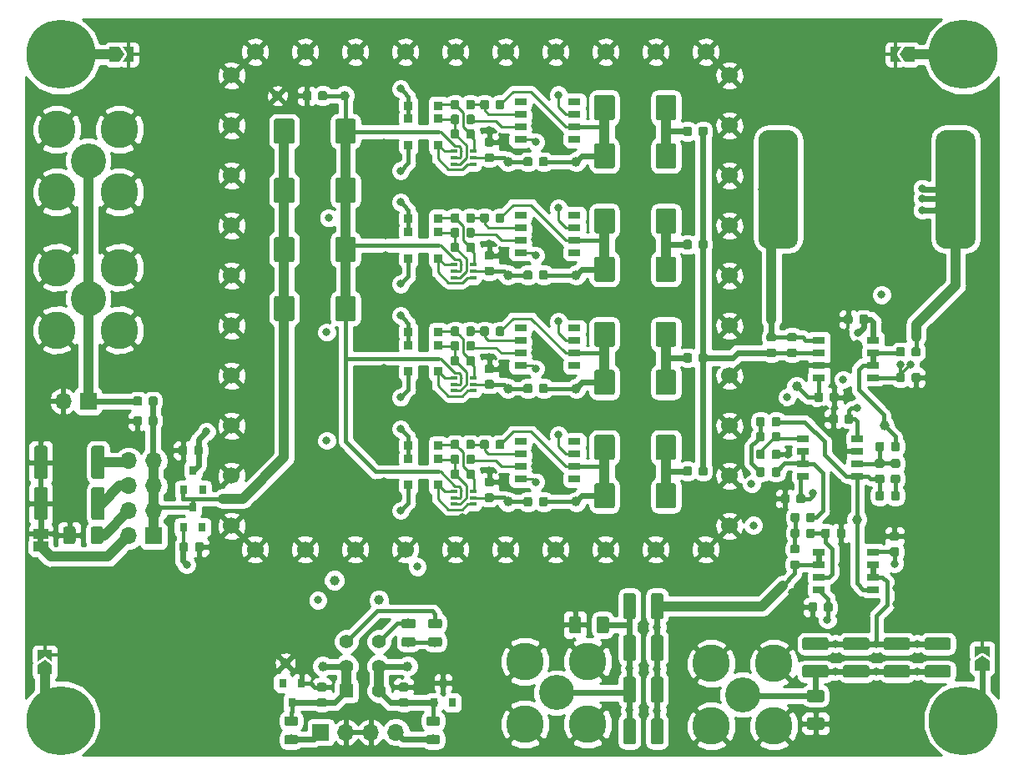
<source format=gbr>
G04 #@! TF.GenerationSoftware,KiCad,Pcbnew,6.0.0-rc1-unknown-589e1f6~66~ubuntu18.04.1*
G04 #@! TF.CreationDate,2018-11-04T22:43:28+01:00*
G04 #@! TF.ProjectId,Ntester,4e746573-7465-4722-9e6b-696361645f70,rev?*
G04 #@! TF.SameCoordinates,Original*
G04 #@! TF.FileFunction,Copper,L1,Top*
G04 #@! TF.FilePolarity,Positive*
%FSLAX46Y46*%
G04 Gerber Fmt 4.6, Leading zero omitted, Abs format (unit mm)*
G04 Created by KiCad (PCBNEW 6.0.0-rc1-unknown-589e1f6~66~ubuntu18.04.1) date nie, 4 lis 2018, 22:43:28*
%MOMM*%
%LPD*%
G01*
G04 APERTURE LIST*
G04 #@! TA.AperFunction,ComponentPad*
%ADD10C,3.810000*%
G04 #@! TD*
G04 #@! TA.AperFunction,ComponentPad*
%ADD11C,3.556000*%
G04 #@! TD*
G04 #@! TA.AperFunction,ComponentPad*
%ADD12O,1.700000X1.700000*%
G04 #@! TD*
G04 #@! TA.AperFunction,ComponentPad*
%ADD13R,1.700000X1.700000*%
G04 #@! TD*
G04 #@! TA.AperFunction,Conductor*
%ADD14C,0.100000*%
G04 #@! TD*
G04 #@! TA.AperFunction,SMDPad,CuDef*
%ADD15C,2.075000*%
G04 #@! TD*
G04 #@! TA.AperFunction,SMDPad,CuDef*
%ADD16C,0.875000*%
G04 #@! TD*
G04 #@! TA.AperFunction,SMDPad,CuDef*
%ADD17R,0.900000X0.900000*%
G04 #@! TD*
G04 #@! TA.AperFunction,ComponentPad*
%ADD18C,1.000000*%
G04 #@! TD*
G04 #@! TA.AperFunction,SMDPad,CuDef*
%ADD19R,0.650000X0.400000*%
G04 #@! TD*
G04 #@! TA.AperFunction,SMDPad,CuDef*
%ADD20R,1.250000X0.700000*%
G04 #@! TD*
G04 #@! TA.AperFunction,SMDPad,CuDef*
%ADD21C,1.250000*%
G04 #@! TD*
G04 #@! TA.AperFunction,SMDPad,CuDef*
%ADD22C,0.975000*%
G04 #@! TD*
G04 #@! TA.AperFunction,ComponentPad*
%ADD23C,1.400000*%
G04 #@! TD*
G04 #@! TA.AperFunction,ComponentPad*
%ADD24R,1.400000X1.400000*%
G04 #@! TD*
G04 #@! TA.AperFunction,SMDPad,CuDef*
%ADD25C,4.000000*%
G04 #@! TD*
G04 #@! TA.AperFunction,SMDPad,CuDef*
%ADD26C,0.300000*%
G04 #@! TD*
G04 #@! TA.AperFunction,ComponentPad*
%ADD27C,0.800000*%
G04 #@! TD*
G04 #@! TA.AperFunction,ComponentPad*
%ADD28C,7.000000*%
G04 #@! TD*
G04 #@! TA.AperFunction,SMDPad,CuDef*
%ADD29R,0.800000X0.900000*%
G04 #@! TD*
G04 #@! TA.AperFunction,SMDPad,CuDef*
%ADD30C,1.350000*%
G04 #@! TD*
G04 #@! TA.AperFunction,SMDPad,CuDef*
%ADD31R,1.500000X1.000000*%
G04 #@! TD*
G04 #@! TA.AperFunction,SMDPad,CuDef*
%ADD32C,1.000000*%
G04 #@! TD*
G04 #@! TA.AperFunction,ComponentPad*
%ADD33C,1.700000*%
G04 #@! TD*
G04 #@! TA.AperFunction,ViaPad*
%ADD34C,0.800000*%
G04 #@! TD*
G04 #@! TA.AperFunction,ViaPad*
%ADD35C,1.000000*%
G04 #@! TD*
G04 #@! TA.AperFunction,Conductor*
%ADD36C,0.250000*%
G04 #@! TD*
G04 #@! TA.AperFunction,Conductor*
%ADD37C,0.400000*%
G04 #@! TD*
G04 #@! TA.AperFunction,Conductor*
%ADD38C,0.350000*%
G04 #@! TD*
G04 #@! TA.AperFunction,Conductor*
%ADD39C,0.300000*%
G04 #@! TD*
G04 #@! TA.AperFunction,Conductor*
%ADD40C,0.600000*%
G04 #@! TD*
G04 #@! TA.AperFunction,Conductor*
%ADD41C,1.000000*%
G04 #@! TD*
G04 #@! TA.AperFunction,Conductor*
%ADD42C,0.254000*%
G04 #@! TD*
G04 APERTURE END LIST*
D10*
G04 #@! TO.P,J6,2*
G04 #@! TO.N,GND*
X102575000Y-164375000D03*
X96225000Y-164375000D03*
X102575000Y-158025000D03*
D11*
G04 #@! TO.P,J6,1*
G04 #@! TO.N,/GainBlock/1MHZ_OUT*
X99400000Y-161200000D03*
D10*
G04 #@! TO.P,J6,2*
G04 #@! TO.N,GND*
X96225000Y-158025000D03*
G04 #@! TD*
D12*
G04 #@! TO.P,J8,4*
G04 #@! TO.N,Net-(F2-Pad2)*
X64220000Y-165000000D03*
G04 #@! TO.P,J8,3*
G04 #@! TO.N,GND*
X61680000Y-165000000D03*
G04 #@! TO.P,J8,2*
X59140000Y-165000000D03*
D13*
G04 #@! TO.P,J8,1*
G04 #@! TO.N,Net-(F1-Pad2)*
X56600000Y-165000000D03*
G04 #@! TD*
D14*
G04 #@! TO.N,Net-(C82-Pad1)*
G04 #@! TO.C,C84*
G36*
X92424504Y-139726204D02*
X92448773Y-139729804D01*
X92472571Y-139735765D01*
X92495671Y-139744030D01*
X92517849Y-139754520D01*
X92538893Y-139767133D01*
X92558598Y-139781747D01*
X92576777Y-139798223D01*
X92593253Y-139816402D01*
X92607867Y-139836107D01*
X92620480Y-139857151D01*
X92630970Y-139879329D01*
X92639235Y-139902429D01*
X92645196Y-139926227D01*
X92648796Y-139950496D01*
X92650000Y-139975000D01*
X92650000Y-142025000D01*
X92648796Y-142049504D01*
X92645196Y-142073773D01*
X92639235Y-142097571D01*
X92630970Y-142120671D01*
X92620480Y-142142849D01*
X92607867Y-142163893D01*
X92593253Y-142183598D01*
X92576777Y-142201777D01*
X92558598Y-142218253D01*
X92538893Y-142232867D01*
X92517849Y-142245480D01*
X92495671Y-142255970D01*
X92472571Y-142264235D01*
X92448773Y-142270196D01*
X92424504Y-142273796D01*
X92400000Y-142275000D01*
X90825000Y-142275000D01*
X90800496Y-142273796D01*
X90776227Y-142270196D01*
X90752429Y-142264235D01*
X90729329Y-142255970D01*
X90707151Y-142245480D01*
X90686107Y-142232867D01*
X90666402Y-142218253D01*
X90648223Y-142201777D01*
X90631747Y-142183598D01*
X90617133Y-142163893D01*
X90604520Y-142142849D01*
X90594030Y-142120671D01*
X90585765Y-142097571D01*
X90579804Y-142073773D01*
X90576204Y-142049504D01*
X90575000Y-142025000D01*
X90575000Y-139975000D01*
X90576204Y-139950496D01*
X90579804Y-139926227D01*
X90585765Y-139902429D01*
X90594030Y-139879329D01*
X90604520Y-139857151D01*
X90617133Y-139836107D01*
X90631747Y-139816402D01*
X90648223Y-139798223D01*
X90666402Y-139781747D01*
X90686107Y-139767133D01*
X90707151Y-139754520D01*
X90729329Y-139744030D01*
X90752429Y-139735765D01*
X90776227Y-139729804D01*
X90800496Y-139726204D01*
X90825000Y-139725000D01*
X92400000Y-139725000D01*
X92424504Y-139726204D01*
X92424504Y-139726204D01*
G37*
D15*
G04 #@! TD*
G04 #@! TO.P,C84,1*
G04 #@! TO.N,Net-(C82-Pad1)*
X91612500Y-141000000D03*
D14*
G04 #@! TO.N,Net-(C79-Pad1)*
G04 #@! TO.C,C84*
G36*
X86199504Y-139726204D02*
X86223773Y-139729804D01*
X86247571Y-139735765D01*
X86270671Y-139744030D01*
X86292849Y-139754520D01*
X86313893Y-139767133D01*
X86333598Y-139781747D01*
X86351777Y-139798223D01*
X86368253Y-139816402D01*
X86382867Y-139836107D01*
X86395480Y-139857151D01*
X86405970Y-139879329D01*
X86414235Y-139902429D01*
X86420196Y-139926227D01*
X86423796Y-139950496D01*
X86425000Y-139975000D01*
X86425000Y-142025000D01*
X86423796Y-142049504D01*
X86420196Y-142073773D01*
X86414235Y-142097571D01*
X86405970Y-142120671D01*
X86395480Y-142142849D01*
X86382867Y-142163893D01*
X86368253Y-142183598D01*
X86351777Y-142201777D01*
X86333598Y-142218253D01*
X86313893Y-142232867D01*
X86292849Y-142245480D01*
X86270671Y-142255970D01*
X86247571Y-142264235D01*
X86223773Y-142270196D01*
X86199504Y-142273796D01*
X86175000Y-142275000D01*
X84600000Y-142275000D01*
X84575496Y-142273796D01*
X84551227Y-142270196D01*
X84527429Y-142264235D01*
X84504329Y-142255970D01*
X84482151Y-142245480D01*
X84461107Y-142232867D01*
X84441402Y-142218253D01*
X84423223Y-142201777D01*
X84406747Y-142183598D01*
X84392133Y-142163893D01*
X84379520Y-142142849D01*
X84369030Y-142120671D01*
X84360765Y-142097571D01*
X84354804Y-142073773D01*
X84351204Y-142049504D01*
X84350000Y-142025000D01*
X84350000Y-139975000D01*
X84351204Y-139950496D01*
X84354804Y-139926227D01*
X84360765Y-139902429D01*
X84369030Y-139879329D01*
X84379520Y-139857151D01*
X84392133Y-139836107D01*
X84406747Y-139816402D01*
X84423223Y-139798223D01*
X84441402Y-139781747D01*
X84461107Y-139767133D01*
X84482151Y-139754520D01*
X84504329Y-139744030D01*
X84527429Y-139735765D01*
X84551227Y-139729804D01*
X84575496Y-139726204D01*
X84600000Y-139725000D01*
X86175000Y-139725000D01*
X86199504Y-139726204D01*
X86199504Y-139726204D01*
G37*
D15*
G04 #@! TD*
G04 #@! TO.P,C84,2*
G04 #@! TO.N,Net-(C79-Pad1)*
X85387500Y-141000000D03*
D14*
G04 #@! TO.N,GND*
G04 #@! TO.C,R36*
G36*
X73977691Y-139176053D02*
X73998926Y-139179203D01*
X74019750Y-139184419D01*
X74039962Y-139191651D01*
X74059368Y-139200830D01*
X74077781Y-139211866D01*
X74095024Y-139224654D01*
X74110930Y-139239070D01*
X74125346Y-139254976D01*
X74138134Y-139272219D01*
X74149170Y-139290632D01*
X74158349Y-139310038D01*
X74165581Y-139330250D01*
X74170797Y-139351074D01*
X74173947Y-139372309D01*
X74175000Y-139393750D01*
X74175000Y-139831250D01*
X74173947Y-139852691D01*
X74170797Y-139873926D01*
X74165581Y-139894750D01*
X74158349Y-139914962D01*
X74149170Y-139934368D01*
X74138134Y-139952781D01*
X74125346Y-139970024D01*
X74110930Y-139985930D01*
X74095024Y-140000346D01*
X74077781Y-140013134D01*
X74059368Y-140024170D01*
X74039962Y-140033349D01*
X74019750Y-140040581D01*
X73998926Y-140045797D01*
X73977691Y-140048947D01*
X73956250Y-140050000D01*
X73443750Y-140050000D01*
X73422309Y-140048947D01*
X73401074Y-140045797D01*
X73380250Y-140040581D01*
X73360038Y-140033349D01*
X73340632Y-140024170D01*
X73322219Y-140013134D01*
X73304976Y-140000346D01*
X73289070Y-139985930D01*
X73274654Y-139970024D01*
X73261866Y-139952781D01*
X73250830Y-139934368D01*
X73241651Y-139914962D01*
X73234419Y-139894750D01*
X73229203Y-139873926D01*
X73226053Y-139852691D01*
X73225000Y-139831250D01*
X73225000Y-139393750D01*
X73226053Y-139372309D01*
X73229203Y-139351074D01*
X73234419Y-139330250D01*
X73241651Y-139310038D01*
X73250830Y-139290632D01*
X73261866Y-139272219D01*
X73274654Y-139254976D01*
X73289070Y-139239070D01*
X73304976Y-139224654D01*
X73322219Y-139211866D01*
X73340632Y-139200830D01*
X73360038Y-139191651D01*
X73380250Y-139184419D01*
X73401074Y-139179203D01*
X73422309Y-139176053D01*
X73443750Y-139175000D01*
X73956250Y-139175000D01*
X73977691Y-139176053D01*
X73977691Y-139176053D01*
G37*
D16*
G04 #@! TD*
G04 #@! TO.P,R36,1*
G04 #@! TO.N,GND*
X73700000Y-139612500D03*
D14*
G04 #@! TO.N,Net-(Q4-Pad5)*
G04 #@! TO.C,R36*
G36*
X73977691Y-140751053D02*
X73998926Y-140754203D01*
X74019750Y-140759419D01*
X74039962Y-140766651D01*
X74059368Y-140775830D01*
X74077781Y-140786866D01*
X74095024Y-140799654D01*
X74110930Y-140814070D01*
X74125346Y-140829976D01*
X74138134Y-140847219D01*
X74149170Y-140865632D01*
X74158349Y-140885038D01*
X74165581Y-140905250D01*
X74170797Y-140926074D01*
X74173947Y-140947309D01*
X74175000Y-140968750D01*
X74175000Y-141406250D01*
X74173947Y-141427691D01*
X74170797Y-141448926D01*
X74165581Y-141469750D01*
X74158349Y-141489962D01*
X74149170Y-141509368D01*
X74138134Y-141527781D01*
X74125346Y-141545024D01*
X74110930Y-141560930D01*
X74095024Y-141575346D01*
X74077781Y-141588134D01*
X74059368Y-141599170D01*
X74039962Y-141608349D01*
X74019750Y-141615581D01*
X73998926Y-141620797D01*
X73977691Y-141623947D01*
X73956250Y-141625000D01*
X73443750Y-141625000D01*
X73422309Y-141623947D01*
X73401074Y-141620797D01*
X73380250Y-141615581D01*
X73360038Y-141608349D01*
X73340632Y-141599170D01*
X73322219Y-141588134D01*
X73304976Y-141575346D01*
X73289070Y-141560930D01*
X73274654Y-141545024D01*
X73261866Y-141527781D01*
X73250830Y-141509368D01*
X73241651Y-141489962D01*
X73234419Y-141469750D01*
X73229203Y-141448926D01*
X73226053Y-141427691D01*
X73225000Y-141406250D01*
X73225000Y-140968750D01*
X73226053Y-140947309D01*
X73229203Y-140926074D01*
X73234419Y-140905250D01*
X73241651Y-140885038D01*
X73250830Y-140865632D01*
X73261866Y-140847219D01*
X73274654Y-140829976D01*
X73289070Y-140814070D01*
X73304976Y-140799654D01*
X73322219Y-140786866D01*
X73340632Y-140775830D01*
X73360038Y-140766651D01*
X73380250Y-140759419D01*
X73401074Y-140754203D01*
X73422309Y-140751053D01*
X73443750Y-140750000D01*
X73956250Y-140750000D01*
X73977691Y-140751053D01*
X73977691Y-140751053D01*
G37*
D16*
G04 #@! TD*
G04 #@! TO.P,R36,2*
G04 #@! TO.N,Net-(Q4-Pad5)*
X73700000Y-141187500D03*
D14*
G04 #@! TO.N,/LNA3/R_LTP2*
G04 #@! TO.C,C77*
G36*
X70452691Y-138326053D02*
X70473926Y-138329203D01*
X70494750Y-138334419D01*
X70514962Y-138341651D01*
X70534368Y-138350830D01*
X70552781Y-138361866D01*
X70570024Y-138374654D01*
X70585930Y-138389070D01*
X70600346Y-138404976D01*
X70613134Y-138422219D01*
X70624170Y-138440632D01*
X70633349Y-138460038D01*
X70640581Y-138480250D01*
X70645797Y-138501074D01*
X70648947Y-138522309D01*
X70650000Y-138543750D01*
X70650000Y-139056250D01*
X70648947Y-139077691D01*
X70645797Y-139098926D01*
X70640581Y-139119750D01*
X70633349Y-139139962D01*
X70624170Y-139159368D01*
X70613134Y-139177781D01*
X70600346Y-139195024D01*
X70585930Y-139210930D01*
X70570024Y-139225346D01*
X70552781Y-139238134D01*
X70534368Y-139249170D01*
X70514962Y-139258349D01*
X70494750Y-139265581D01*
X70473926Y-139270797D01*
X70452691Y-139273947D01*
X70431250Y-139275000D01*
X69993750Y-139275000D01*
X69972309Y-139273947D01*
X69951074Y-139270797D01*
X69930250Y-139265581D01*
X69910038Y-139258349D01*
X69890632Y-139249170D01*
X69872219Y-139238134D01*
X69854976Y-139225346D01*
X69839070Y-139210930D01*
X69824654Y-139195024D01*
X69811866Y-139177781D01*
X69800830Y-139159368D01*
X69791651Y-139139962D01*
X69784419Y-139119750D01*
X69779203Y-139098926D01*
X69776053Y-139077691D01*
X69775000Y-139056250D01*
X69775000Y-138543750D01*
X69776053Y-138522309D01*
X69779203Y-138501074D01*
X69784419Y-138480250D01*
X69791651Y-138460038D01*
X69800830Y-138440632D01*
X69811866Y-138422219D01*
X69824654Y-138404976D01*
X69839070Y-138389070D01*
X69854976Y-138374654D01*
X69872219Y-138361866D01*
X69890632Y-138350830D01*
X69910038Y-138341651D01*
X69930250Y-138334419D01*
X69951074Y-138329203D01*
X69972309Y-138326053D01*
X69993750Y-138325000D01*
X70431250Y-138325000D01*
X70452691Y-138326053D01*
X70452691Y-138326053D01*
G37*
D16*
G04 #@! TD*
G04 #@! TO.P,C77,1*
G04 #@! TO.N,/LNA3/R_LTP2*
X70212500Y-138800000D03*
D14*
G04 #@! TO.N,/LNA3/R_LTP0*
G04 #@! TO.C,C77*
G36*
X72027691Y-138326053D02*
X72048926Y-138329203D01*
X72069750Y-138334419D01*
X72089962Y-138341651D01*
X72109368Y-138350830D01*
X72127781Y-138361866D01*
X72145024Y-138374654D01*
X72160930Y-138389070D01*
X72175346Y-138404976D01*
X72188134Y-138422219D01*
X72199170Y-138440632D01*
X72208349Y-138460038D01*
X72215581Y-138480250D01*
X72220797Y-138501074D01*
X72223947Y-138522309D01*
X72225000Y-138543750D01*
X72225000Y-139056250D01*
X72223947Y-139077691D01*
X72220797Y-139098926D01*
X72215581Y-139119750D01*
X72208349Y-139139962D01*
X72199170Y-139159368D01*
X72188134Y-139177781D01*
X72175346Y-139195024D01*
X72160930Y-139210930D01*
X72145024Y-139225346D01*
X72127781Y-139238134D01*
X72109368Y-139249170D01*
X72089962Y-139258349D01*
X72069750Y-139265581D01*
X72048926Y-139270797D01*
X72027691Y-139273947D01*
X72006250Y-139275000D01*
X71568750Y-139275000D01*
X71547309Y-139273947D01*
X71526074Y-139270797D01*
X71505250Y-139265581D01*
X71485038Y-139258349D01*
X71465632Y-139249170D01*
X71447219Y-139238134D01*
X71429976Y-139225346D01*
X71414070Y-139210930D01*
X71399654Y-139195024D01*
X71386866Y-139177781D01*
X71375830Y-139159368D01*
X71366651Y-139139962D01*
X71359419Y-139119750D01*
X71354203Y-139098926D01*
X71351053Y-139077691D01*
X71350000Y-139056250D01*
X71350000Y-138543750D01*
X71351053Y-138522309D01*
X71354203Y-138501074D01*
X71359419Y-138480250D01*
X71366651Y-138460038D01*
X71375830Y-138440632D01*
X71386866Y-138422219D01*
X71399654Y-138404976D01*
X71414070Y-138389070D01*
X71429976Y-138374654D01*
X71447219Y-138361866D01*
X71465632Y-138350830D01*
X71485038Y-138341651D01*
X71505250Y-138334419D01*
X71526074Y-138329203D01*
X71547309Y-138326053D01*
X71568750Y-138325000D01*
X72006250Y-138325000D01*
X72027691Y-138326053D01*
X72027691Y-138326053D01*
G37*
D16*
G04 #@! TD*
G04 #@! TO.P,C77,2*
G04 #@! TO.N,/LNA3/R_LTP0*
X71787500Y-138800000D03*
D14*
G04 #@! TO.N,Net-(R34-Pad1)*
G04 #@! TO.C,R34*
G36*
X72027691Y-136826053D02*
X72048926Y-136829203D01*
X72069750Y-136834419D01*
X72089962Y-136841651D01*
X72109368Y-136850830D01*
X72127781Y-136861866D01*
X72145024Y-136874654D01*
X72160930Y-136889070D01*
X72175346Y-136904976D01*
X72188134Y-136922219D01*
X72199170Y-136940632D01*
X72208349Y-136960038D01*
X72215581Y-136980250D01*
X72220797Y-137001074D01*
X72223947Y-137022309D01*
X72225000Y-137043750D01*
X72225000Y-137556250D01*
X72223947Y-137577691D01*
X72220797Y-137598926D01*
X72215581Y-137619750D01*
X72208349Y-137639962D01*
X72199170Y-137659368D01*
X72188134Y-137677781D01*
X72175346Y-137695024D01*
X72160930Y-137710930D01*
X72145024Y-137725346D01*
X72127781Y-137738134D01*
X72109368Y-137749170D01*
X72089962Y-137758349D01*
X72069750Y-137765581D01*
X72048926Y-137770797D01*
X72027691Y-137773947D01*
X72006250Y-137775000D01*
X71568750Y-137775000D01*
X71547309Y-137773947D01*
X71526074Y-137770797D01*
X71505250Y-137765581D01*
X71485038Y-137758349D01*
X71465632Y-137749170D01*
X71447219Y-137738134D01*
X71429976Y-137725346D01*
X71414070Y-137710930D01*
X71399654Y-137695024D01*
X71386866Y-137677781D01*
X71375830Y-137659368D01*
X71366651Y-137639962D01*
X71359419Y-137619750D01*
X71354203Y-137598926D01*
X71351053Y-137577691D01*
X71350000Y-137556250D01*
X71350000Y-137043750D01*
X71351053Y-137022309D01*
X71354203Y-137001074D01*
X71359419Y-136980250D01*
X71366651Y-136960038D01*
X71375830Y-136940632D01*
X71386866Y-136922219D01*
X71399654Y-136904976D01*
X71414070Y-136889070D01*
X71429976Y-136874654D01*
X71447219Y-136861866D01*
X71465632Y-136850830D01*
X71485038Y-136841651D01*
X71505250Y-136834419D01*
X71526074Y-136829203D01*
X71547309Y-136826053D01*
X71568750Y-136825000D01*
X72006250Y-136825000D01*
X72027691Y-136826053D01*
X72027691Y-136826053D01*
G37*
D16*
G04 #@! TD*
G04 #@! TO.P,R34,1*
G04 #@! TO.N,Net-(R34-Pad1)*
X71787500Y-137300000D03*
D14*
G04 #@! TO.N,/LNA3/R_LTP2*
G04 #@! TO.C,R34*
G36*
X70452691Y-136826053D02*
X70473926Y-136829203D01*
X70494750Y-136834419D01*
X70514962Y-136841651D01*
X70534368Y-136850830D01*
X70552781Y-136861866D01*
X70570024Y-136874654D01*
X70585930Y-136889070D01*
X70600346Y-136904976D01*
X70613134Y-136922219D01*
X70624170Y-136940632D01*
X70633349Y-136960038D01*
X70640581Y-136980250D01*
X70645797Y-137001074D01*
X70648947Y-137022309D01*
X70650000Y-137043750D01*
X70650000Y-137556250D01*
X70648947Y-137577691D01*
X70645797Y-137598926D01*
X70640581Y-137619750D01*
X70633349Y-137639962D01*
X70624170Y-137659368D01*
X70613134Y-137677781D01*
X70600346Y-137695024D01*
X70585930Y-137710930D01*
X70570024Y-137725346D01*
X70552781Y-137738134D01*
X70534368Y-137749170D01*
X70514962Y-137758349D01*
X70494750Y-137765581D01*
X70473926Y-137770797D01*
X70452691Y-137773947D01*
X70431250Y-137775000D01*
X69993750Y-137775000D01*
X69972309Y-137773947D01*
X69951074Y-137770797D01*
X69930250Y-137765581D01*
X69910038Y-137758349D01*
X69890632Y-137749170D01*
X69872219Y-137738134D01*
X69854976Y-137725346D01*
X69839070Y-137710930D01*
X69824654Y-137695024D01*
X69811866Y-137677781D01*
X69800830Y-137659368D01*
X69791651Y-137639962D01*
X69784419Y-137619750D01*
X69779203Y-137598926D01*
X69776053Y-137577691D01*
X69775000Y-137556250D01*
X69775000Y-137043750D01*
X69776053Y-137022309D01*
X69779203Y-137001074D01*
X69784419Y-136980250D01*
X69791651Y-136960038D01*
X69800830Y-136940632D01*
X69811866Y-136922219D01*
X69824654Y-136904976D01*
X69839070Y-136889070D01*
X69854976Y-136874654D01*
X69872219Y-136861866D01*
X69890632Y-136850830D01*
X69910038Y-136841651D01*
X69930250Y-136834419D01*
X69951074Y-136829203D01*
X69972309Y-136826053D01*
X69993750Y-136825000D01*
X70431250Y-136825000D01*
X70452691Y-136826053D01*
X70452691Y-136826053D01*
G37*
D16*
G04 #@! TD*
G04 #@! TO.P,R34,2*
G04 #@! TO.N,/LNA3/R_LTP2*
X70212500Y-137300000D03*
D14*
G04 #@! TO.N,Net-(C79-Pad1)*
G04 #@! TO.C,C79*
G36*
X75027691Y-135326053D02*
X75048926Y-135329203D01*
X75069750Y-135334419D01*
X75089962Y-135341651D01*
X75109368Y-135350830D01*
X75127781Y-135361866D01*
X75145024Y-135374654D01*
X75160930Y-135389070D01*
X75175346Y-135404976D01*
X75188134Y-135422219D01*
X75199170Y-135440632D01*
X75208349Y-135460038D01*
X75215581Y-135480250D01*
X75220797Y-135501074D01*
X75223947Y-135522309D01*
X75225000Y-135543750D01*
X75225000Y-136056250D01*
X75223947Y-136077691D01*
X75220797Y-136098926D01*
X75215581Y-136119750D01*
X75208349Y-136139962D01*
X75199170Y-136159368D01*
X75188134Y-136177781D01*
X75175346Y-136195024D01*
X75160930Y-136210930D01*
X75145024Y-136225346D01*
X75127781Y-136238134D01*
X75109368Y-136249170D01*
X75089962Y-136258349D01*
X75069750Y-136265581D01*
X75048926Y-136270797D01*
X75027691Y-136273947D01*
X75006250Y-136275000D01*
X74568750Y-136275000D01*
X74547309Y-136273947D01*
X74526074Y-136270797D01*
X74505250Y-136265581D01*
X74485038Y-136258349D01*
X74465632Y-136249170D01*
X74447219Y-136238134D01*
X74429976Y-136225346D01*
X74414070Y-136210930D01*
X74399654Y-136195024D01*
X74386866Y-136177781D01*
X74375830Y-136159368D01*
X74366651Y-136139962D01*
X74359419Y-136119750D01*
X74354203Y-136098926D01*
X74351053Y-136077691D01*
X74350000Y-136056250D01*
X74350000Y-135543750D01*
X74351053Y-135522309D01*
X74354203Y-135501074D01*
X74359419Y-135480250D01*
X74366651Y-135460038D01*
X74375830Y-135440632D01*
X74386866Y-135422219D01*
X74399654Y-135404976D01*
X74414070Y-135389070D01*
X74429976Y-135374654D01*
X74447219Y-135361866D01*
X74465632Y-135350830D01*
X74485038Y-135341651D01*
X74505250Y-135334419D01*
X74526074Y-135329203D01*
X74547309Y-135326053D01*
X74568750Y-135325000D01*
X75006250Y-135325000D01*
X75027691Y-135326053D01*
X75027691Y-135326053D01*
G37*
D16*
G04 #@! TD*
G04 #@! TO.P,C79,1*
G04 #@! TO.N,Net-(C79-Pad1)*
X74787500Y-135800000D03*
D14*
G04 #@! TO.N,Net-(C79-Pad2)*
G04 #@! TO.C,C79*
G36*
X73452691Y-135326053D02*
X73473926Y-135329203D01*
X73494750Y-135334419D01*
X73514962Y-135341651D01*
X73534368Y-135350830D01*
X73552781Y-135361866D01*
X73570024Y-135374654D01*
X73585930Y-135389070D01*
X73600346Y-135404976D01*
X73613134Y-135422219D01*
X73624170Y-135440632D01*
X73633349Y-135460038D01*
X73640581Y-135480250D01*
X73645797Y-135501074D01*
X73648947Y-135522309D01*
X73650000Y-135543750D01*
X73650000Y-136056250D01*
X73648947Y-136077691D01*
X73645797Y-136098926D01*
X73640581Y-136119750D01*
X73633349Y-136139962D01*
X73624170Y-136159368D01*
X73613134Y-136177781D01*
X73600346Y-136195024D01*
X73585930Y-136210930D01*
X73570024Y-136225346D01*
X73552781Y-136238134D01*
X73534368Y-136249170D01*
X73514962Y-136258349D01*
X73494750Y-136265581D01*
X73473926Y-136270797D01*
X73452691Y-136273947D01*
X73431250Y-136275000D01*
X72993750Y-136275000D01*
X72972309Y-136273947D01*
X72951074Y-136270797D01*
X72930250Y-136265581D01*
X72910038Y-136258349D01*
X72890632Y-136249170D01*
X72872219Y-136238134D01*
X72854976Y-136225346D01*
X72839070Y-136210930D01*
X72824654Y-136195024D01*
X72811866Y-136177781D01*
X72800830Y-136159368D01*
X72791651Y-136139962D01*
X72784419Y-136119750D01*
X72779203Y-136098926D01*
X72776053Y-136077691D01*
X72775000Y-136056250D01*
X72775000Y-135543750D01*
X72776053Y-135522309D01*
X72779203Y-135501074D01*
X72784419Y-135480250D01*
X72791651Y-135460038D01*
X72800830Y-135440632D01*
X72811866Y-135422219D01*
X72824654Y-135404976D01*
X72839070Y-135389070D01*
X72854976Y-135374654D01*
X72872219Y-135361866D01*
X72890632Y-135350830D01*
X72910038Y-135341651D01*
X72930250Y-135334419D01*
X72951074Y-135329203D01*
X72972309Y-135326053D01*
X72993750Y-135325000D01*
X73431250Y-135325000D01*
X73452691Y-135326053D01*
X73452691Y-135326053D01*
G37*
D16*
G04 #@! TD*
G04 #@! TO.P,C79,2*
G04 #@! TO.N,Net-(C79-Pad2)*
X73212500Y-135800000D03*
D14*
G04 #@! TO.N,Net-(C82-Pad1)*
G04 #@! TO.C,C83*
G36*
X92424504Y-134826204D02*
X92448773Y-134829804D01*
X92472571Y-134835765D01*
X92495671Y-134844030D01*
X92517849Y-134854520D01*
X92538893Y-134867133D01*
X92558598Y-134881747D01*
X92576777Y-134898223D01*
X92593253Y-134916402D01*
X92607867Y-134936107D01*
X92620480Y-134957151D01*
X92630970Y-134979329D01*
X92639235Y-135002429D01*
X92645196Y-135026227D01*
X92648796Y-135050496D01*
X92650000Y-135075000D01*
X92650000Y-137125000D01*
X92648796Y-137149504D01*
X92645196Y-137173773D01*
X92639235Y-137197571D01*
X92630970Y-137220671D01*
X92620480Y-137242849D01*
X92607867Y-137263893D01*
X92593253Y-137283598D01*
X92576777Y-137301777D01*
X92558598Y-137318253D01*
X92538893Y-137332867D01*
X92517849Y-137345480D01*
X92495671Y-137355970D01*
X92472571Y-137364235D01*
X92448773Y-137370196D01*
X92424504Y-137373796D01*
X92400000Y-137375000D01*
X90825000Y-137375000D01*
X90800496Y-137373796D01*
X90776227Y-137370196D01*
X90752429Y-137364235D01*
X90729329Y-137355970D01*
X90707151Y-137345480D01*
X90686107Y-137332867D01*
X90666402Y-137318253D01*
X90648223Y-137301777D01*
X90631747Y-137283598D01*
X90617133Y-137263893D01*
X90604520Y-137242849D01*
X90594030Y-137220671D01*
X90585765Y-137197571D01*
X90579804Y-137173773D01*
X90576204Y-137149504D01*
X90575000Y-137125000D01*
X90575000Y-135075000D01*
X90576204Y-135050496D01*
X90579804Y-135026227D01*
X90585765Y-135002429D01*
X90594030Y-134979329D01*
X90604520Y-134957151D01*
X90617133Y-134936107D01*
X90631747Y-134916402D01*
X90648223Y-134898223D01*
X90666402Y-134881747D01*
X90686107Y-134867133D01*
X90707151Y-134854520D01*
X90729329Y-134844030D01*
X90752429Y-134835765D01*
X90776227Y-134829804D01*
X90800496Y-134826204D01*
X90825000Y-134825000D01*
X92400000Y-134825000D01*
X92424504Y-134826204D01*
X92424504Y-134826204D01*
G37*
D15*
G04 #@! TD*
G04 #@! TO.P,C83,1*
G04 #@! TO.N,Net-(C82-Pad1)*
X91612500Y-136100000D03*
D14*
G04 #@! TO.N,Net-(C79-Pad1)*
G04 #@! TO.C,C83*
G36*
X86199504Y-134826204D02*
X86223773Y-134829804D01*
X86247571Y-134835765D01*
X86270671Y-134844030D01*
X86292849Y-134854520D01*
X86313893Y-134867133D01*
X86333598Y-134881747D01*
X86351777Y-134898223D01*
X86368253Y-134916402D01*
X86382867Y-134936107D01*
X86395480Y-134957151D01*
X86405970Y-134979329D01*
X86414235Y-135002429D01*
X86420196Y-135026227D01*
X86423796Y-135050496D01*
X86425000Y-135075000D01*
X86425000Y-137125000D01*
X86423796Y-137149504D01*
X86420196Y-137173773D01*
X86414235Y-137197571D01*
X86405970Y-137220671D01*
X86395480Y-137242849D01*
X86382867Y-137263893D01*
X86368253Y-137283598D01*
X86351777Y-137301777D01*
X86333598Y-137318253D01*
X86313893Y-137332867D01*
X86292849Y-137345480D01*
X86270671Y-137355970D01*
X86247571Y-137364235D01*
X86223773Y-137370196D01*
X86199504Y-137373796D01*
X86175000Y-137375000D01*
X84600000Y-137375000D01*
X84575496Y-137373796D01*
X84551227Y-137370196D01*
X84527429Y-137364235D01*
X84504329Y-137355970D01*
X84482151Y-137345480D01*
X84461107Y-137332867D01*
X84441402Y-137318253D01*
X84423223Y-137301777D01*
X84406747Y-137283598D01*
X84392133Y-137263893D01*
X84379520Y-137242849D01*
X84369030Y-137220671D01*
X84360765Y-137197571D01*
X84354804Y-137173773D01*
X84351204Y-137149504D01*
X84350000Y-137125000D01*
X84350000Y-135075000D01*
X84351204Y-135050496D01*
X84354804Y-135026227D01*
X84360765Y-135002429D01*
X84369030Y-134979329D01*
X84379520Y-134957151D01*
X84392133Y-134936107D01*
X84406747Y-134916402D01*
X84423223Y-134898223D01*
X84441402Y-134881747D01*
X84461107Y-134867133D01*
X84482151Y-134854520D01*
X84504329Y-134844030D01*
X84527429Y-134835765D01*
X84551227Y-134829804D01*
X84575496Y-134826204D01*
X84600000Y-134825000D01*
X86175000Y-134825000D01*
X86199504Y-134826204D01*
X86199504Y-134826204D01*
G37*
D15*
G04 #@! TD*
G04 #@! TO.P,C83,2*
G04 #@! TO.N,Net-(C79-Pad1)*
X85387500Y-136100000D03*
D17*
G04 #@! TO.P,RN4,1*
G04 #@! TO.N,/LNA3/R_LTP5*
X68500000Y-139900000D03*
G04 #@! TO.P,RN4,4*
G04 #@! TO.N,/LNA3/R_LTP0*
X68500000Y-135900000D03*
G04 #@! TO.P,RN4,3*
G04 #@! TO.N,/LNA3/R_LTP2*
X68500000Y-137240000D03*
G04 #@! TO.P,RN4,8*
G04 #@! TO.N,-5V*
X65500000Y-139900000D03*
G04 #@! TO.P,RN4,5*
G04 #@! TO.N,+5V*
X65500000Y-135900000D03*
G04 #@! TO.P,RN4,6*
X65500000Y-137240000D03*
G04 #@! TD*
D18*
G04 #@! TO.P,TP18,1*
G04 #@! TO.N,Net-(C79-Pad1)*
X82500000Y-141600000D03*
G04 #@! TD*
D14*
G04 #@! TO.N,Net-(Q4-Pad5)*
G04 #@! TO.C,R35*
G36*
X77852691Y-141126053D02*
X77873926Y-141129203D01*
X77894750Y-141134419D01*
X77914962Y-141141651D01*
X77934368Y-141150830D01*
X77952781Y-141161866D01*
X77970024Y-141174654D01*
X77985930Y-141189070D01*
X78000346Y-141204976D01*
X78013134Y-141222219D01*
X78024170Y-141240632D01*
X78033349Y-141260038D01*
X78040581Y-141280250D01*
X78045797Y-141301074D01*
X78048947Y-141322309D01*
X78050000Y-141343750D01*
X78050000Y-141856250D01*
X78048947Y-141877691D01*
X78045797Y-141898926D01*
X78040581Y-141919750D01*
X78033349Y-141939962D01*
X78024170Y-141959368D01*
X78013134Y-141977781D01*
X78000346Y-141995024D01*
X77985930Y-142010930D01*
X77970024Y-142025346D01*
X77952781Y-142038134D01*
X77934368Y-142049170D01*
X77914962Y-142058349D01*
X77894750Y-142065581D01*
X77873926Y-142070797D01*
X77852691Y-142073947D01*
X77831250Y-142075000D01*
X77393750Y-142075000D01*
X77372309Y-142073947D01*
X77351074Y-142070797D01*
X77330250Y-142065581D01*
X77310038Y-142058349D01*
X77290632Y-142049170D01*
X77272219Y-142038134D01*
X77254976Y-142025346D01*
X77239070Y-142010930D01*
X77224654Y-141995024D01*
X77211866Y-141977781D01*
X77200830Y-141959368D01*
X77191651Y-141939962D01*
X77184419Y-141919750D01*
X77179203Y-141898926D01*
X77176053Y-141877691D01*
X77175000Y-141856250D01*
X77175000Y-141343750D01*
X77176053Y-141322309D01*
X77179203Y-141301074D01*
X77184419Y-141280250D01*
X77191651Y-141260038D01*
X77200830Y-141240632D01*
X77211866Y-141222219D01*
X77224654Y-141204976D01*
X77239070Y-141189070D01*
X77254976Y-141174654D01*
X77272219Y-141161866D01*
X77290632Y-141150830D01*
X77310038Y-141141651D01*
X77330250Y-141134419D01*
X77351074Y-141129203D01*
X77372309Y-141126053D01*
X77393750Y-141125000D01*
X77831250Y-141125000D01*
X77852691Y-141126053D01*
X77852691Y-141126053D01*
G37*
D16*
G04 #@! TD*
G04 #@! TO.P,R35,1*
G04 #@! TO.N,Net-(Q4-Pad5)*
X77612500Y-141600000D03*
D14*
G04 #@! TO.N,Net-(C79-Pad1)*
G04 #@! TO.C,R35*
G36*
X79427691Y-141126053D02*
X79448926Y-141129203D01*
X79469750Y-141134419D01*
X79489962Y-141141651D01*
X79509368Y-141150830D01*
X79527781Y-141161866D01*
X79545024Y-141174654D01*
X79560930Y-141189070D01*
X79575346Y-141204976D01*
X79588134Y-141222219D01*
X79599170Y-141240632D01*
X79608349Y-141260038D01*
X79615581Y-141280250D01*
X79620797Y-141301074D01*
X79623947Y-141322309D01*
X79625000Y-141343750D01*
X79625000Y-141856250D01*
X79623947Y-141877691D01*
X79620797Y-141898926D01*
X79615581Y-141919750D01*
X79608349Y-141939962D01*
X79599170Y-141959368D01*
X79588134Y-141977781D01*
X79575346Y-141995024D01*
X79560930Y-142010930D01*
X79545024Y-142025346D01*
X79527781Y-142038134D01*
X79509368Y-142049170D01*
X79489962Y-142058349D01*
X79469750Y-142065581D01*
X79448926Y-142070797D01*
X79427691Y-142073947D01*
X79406250Y-142075000D01*
X78968750Y-142075000D01*
X78947309Y-142073947D01*
X78926074Y-142070797D01*
X78905250Y-142065581D01*
X78885038Y-142058349D01*
X78865632Y-142049170D01*
X78847219Y-142038134D01*
X78829976Y-142025346D01*
X78814070Y-142010930D01*
X78799654Y-141995024D01*
X78786866Y-141977781D01*
X78775830Y-141959368D01*
X78766651Y-141939962D01*
X78759419Y-141919750D01*
X78754203Y-141898926D01*
X78751053Y-141877691D01*
X78750000Y-141856250D01*
X78750000Y-141343750D01*
X78751053Y-141322309D01*
X78754203Y-141301074D01*
X78759419Y-141280250D01*
X78766651Y-141260038D01*
X78775830Y-141240632D01*
X78786866Y-141222219D01*
X78799654Y-141204976D01*
X78814070Y-141189070D01*
X78829976Y-141174654D01*
X78847219Y-141161866D01*
X78865632Y-141150830D01*
X78885038Y-141141651D01*
X78905250Y-141134419D01*
X78926074Y-141129203D01*
X78947309Y-141126053D01*
X78968750Y-141125000D01*
X79406250Y-141125000D01*
X79427691Y-141126053D01*
X79427691Y-141126053D01*
G37*
D16*
G04 #@! TD*
G04 #@! TO.P,R35,2*
G04 #@! TO.N,Net-(C79-Pad1)*
X79187500Y-141600000D03*
D14*
G04 #@! TO.N,Net-(C79-Pad2)*
G04 #@! TO.C,R33*
G36*
X72027691Y-135326053D02*
X72048926Y-135329203D01*
X72069750Y-135334419D01*
X72089962Y-135341651D01*
X72109368Y-135350830D01*
X72127781Y-135361866D01*
X72145024Y-135374654D01*
X72160930Y-135389070D01*
X72175346Y-135404976D01*
X72188134Y-135422219D01*
X72199170Y-135440632D01*
X72208349Y-135460038D01*
X72215581Y-135480250D01*
X72220797Y-135501074D01*
X72223947Y-135522309D01*
X72225000Y-135543750D01*
X72225000Y-136056250D01*
X72223947Y-136077691D01*
X72220797Y-136098926D01*
X72215581Y-136119750D01*
X72208349Y-136139962D01*
X72199170Y-136159368D01*
X72188134Y-136177781D01*
X72175346Y-136195024D01*
X72160930Y-136210930D01*
X72145024Y-136225346D01*
X72127781Y-136238134D01*
X72109368Y-136249170D01*
X72089962Y-136258349D01*
X72069750Y-136265581D01*
X72048926Y-136270797D01*
X72027691Y-136273947D01*
X72006250Y-136275000D01*
X71568750Y-136275000D01*
X71547309Y-136273947D01*
X71526074Y-136270797D01*
X71505250Y-136265581D01*
X71485038Y-136258349D01*
X71465632Y-136249170D01*
X71447219Y-136238134D01*
X71429976Y-136225346D01*
X71414070Y-136210930D01*
X71399654Y-136195024D01*
X71386866Y-136177781D01*
X71375830Y-136159368D01*
X71366651Y-136139962D01*
X71359419Y-136119750D01*
X71354203Y-136098926D01*
X71351053Y-136077691D01*
X71350000Y-136056250D01*
X71350000Y-135543750D01*
X71351053Y-135522309D01*
X71354203Y-135501074D01*
X71359419Y-135480250D01*
X71366651Y-135460038D01*
X71375830Y-135440632D01*
X71386866Y-135422219D01*
X71399654Y-135404976D01*
X71414070Y-135389070D01*
X71429976Y-135374654D01*
X71447219Y-135361866D01*
X71465632Y-135350830D01*
X71485038Y-135341651D01*
X71505250Y-135334419D01*
X71526074Y-135329203D01*
X71547309Y-135326053D01*
X71568750Y-135325000D01*
X72006250Y-135325000D01*
X72027691Y-135326053D01*
X72027691Y-135326053D01*
G37*
D16*
G04 #@! TD*
G04 #@! TO.P,R33,1*
G04 #@! TO.N,Net-(C79-Pad2)*
X71787500Y-135800000D03*
D14*
G04 #@! TO.N,/LNA3/R_LTP0*
G04 #@! TO.C,R33*
G36*
X70452691Y-135326053D02*
X70473926Y-135329203D01*
X70494750Y-135334419D01*
X70514962Y-135341651D01*
X70534368Y-135350830D01*
X70552781Y-135361866D01*
X70570024Y-135374654D01*
X70585930Y-135389070D01*
X70600346Y-135404976D01*
X70613134Y-135422219D01*
X70624170Y-135440632D01*
X70633349Y-135460038D01*
X70640581Y-135480250D01*
X70645797Y-135501074D01*
X70648947Y-135522309D01*
X70650000Y-135543750D01*
X70650000Y-136056250D01*
X70648947Y-136077691D01*
X70645797Y-136098926D01*
X70640581Y-136119750D01*
X70633349Y-136139962D01*
X70624170Y-136159368D01*
X70613134Y-136177781D01*
X70600346Y-136195024D01*
X70585930Y-136210930D01*
X70570024Y-136225346D01*
X70552781Y-136238134D01*
X70534368Y-136249170D01*
X70514962Y-136258349D01*
X70494750Y-136265581D01*
X70473926Y-136270797D01*
X70452691Y-136273947D01*
X70431250Y-136275000D01*
X69993750Y-136275000D01*
X69972309Y-136273947D01*
X69951074Y-136270797D01*
X69930250Y-136265581D01*
X69910038Y-136258349D01*
X69890632Y-136249170D01*
X69872219Y-136238134D01*
X69854976Y-136225346D01*
X69839070Y-136210930D01*
X69824654Y-136195024D01*
X69811866Y-136177781D01*
X69800830Y-136159368D01*
X69791651Y-136139962D01*
X69784419Y-136119750D01*
X69779203Y-136098926D01*
X69776053Y-136077691D01*
X69775000Y-136056250D01*
X69775000Y-135543750D01*
X69776053Y-135522309D01*
X69779203Y-135501074D01*
X69784419Y-135480250D01*
X69791651Y-135460038D01*
X69800830Y-135440632D01*
X69811866Y-135422219D01*
X69824654Y-135404976D01*
X69839070Y-135389070D01*
X69854976Y-135374654D01*
X69872219Y-135361866D01*
X69890632Y-135350830D01*
X69910038Y-135341651D01*
X69930250Y-135334419D01*
X69951074Y-135329203D01*
X69972309Y-135326053D01*
X69993750Y-135325000D01*
X70431250Y-135325000D01*
X70452691Y-135326053D01*
X70452691Y-135326053D01*
G37*
D16*
G04 #@! TD*
G04 #@! TO.P,R33,2*
G04 #@! TO.N,/LNA3/R_LTP0*
X70212500Y-135800000D03*
D19*
G04 #@! TO.P,Q4,1*
G04 #@! TO.N,/LNA3/R_LTP5*
X70150000Y-140550000D03*
G04 #@! TO.P,Q4,3*
G04 #@! TO.N,/LNA3/R_LTP2*
X70150000Y-141850000D03*
G04 #@! TO.P,Q4,5*
G04 #@! TO.N,Net-(Q4-Pad5)*
X72050000Y-141200000D03*
G04 #@! TO.P,Q4,2*
G04 #@! TO.N,/InputAmplifier/IN_AMP*
X70150000Y-141200000D03*
G04 #@! TO.P,Q4,4*
G04 #@! TO.N,/LNA3/R_LTP5*
X72050000Y-141850000D03*
G04 #@! TO.P,Q4,6*
G04 #@! TO.N,/LNA3/R_LTP0*
X72050000Y-140550000D03*
G04 #@! TD*
D18*
G04 #@! TO.P,TP17,1*
G04 #@! TO.N,Net-(Q4-Pad5)*
X75600000Y-141600000D03*
G04 #@! TD*
D14*
G04 #@! TO.N,/GainBlock/GB_IN*
G04 #@! TO.C,R37*
G36*
X95627691Y-138026053D02*
X95648926Y-138029203D01*
X95669750Y-138034419D01*
X95689962Y-138041651D01*
X95709368Y-138050830D01*
X95727781Y-138061866D01*
X95745024Y-138074654D01*
X95760930Y-138089070D01*
X95775346Y-138104976D01*
X95788134Y-138122219D01*
X95799170Y-138140632D01*
X95808349Y-138160038D01*
X95815581Y-138180250D01*
X95820797Y-138201074D01*
X95823947Y-138222309D01*
X95825000Y-138243750D01*
X95825000Y-138756250D01*
X95823947Y-138777691D01*
X95820797Y-138798926D01*
X95815581Y-138819750D01*
X95808349Y-138839962D01*
X95799170Y-138859368D01*
X95788134Y-138877781D01*
X95775346Y-138895024D01*
X95760930Y-138910930D01*
X95745024Y-138925346D01*
X95727781Y-138938134D01*
X95709368Y-138949170D01*
X95689962Y-138958349D01*
X95669750Y-138965581D01*
X95648926Y-138970797D01*
X95627691Y-138973947D01*
X95606250Y-138975000D01*
X95168750Y-138975000D01*
X95147309Y-138973947D01*
X95126074Y-138970797D01*
X95105250Y-138965581D01*
X95085038Y-138958349D01*
X95065632Y-138949170D01*
X95047219Y-138938134D01*
X95029976Y-138925346D01*
X95014070Y-138910930D01*
X94999654Y-138895024D01*
X94986866Y-138877781D01*
X94975830Y-138859368D01*
X94966651Y-138839962D01*
X94959419Y-138819750D01*
X94954203Y-138798926D01*
X94951053Y-138777691D01*
X94950000Y-138756250D01*
X94950000Y-138243750D01*
X94951053Y-138222309D01*
X94954203Y-138201074D01*
X94959419Y-138180250D01*
X94966651Y-138160038D01*
X94975830Y-138140632D01*
X94986866Y-138122219D01*
X94999654Y-138104976D01*
X95014070Y-138089070D01*
X95029976Y-138074654D01*
X95047219Y-138061866D01*
X95065632Y-138050830D01*
X95085038Y-138041651D01*
X95105250Y-138034419D01*
X95126074Y-138029203D01*
X95147309Y-138026053D01*
X95168750Y-138025000D01*
X95606250Y-138025000D01*
X95627691Y-138026053D01*
X95627691Y-138026053D01*
G37*
D16*
G04 #@! TD*
G04 #@! TO.P,R37,1*
G04 #@! TO.N,/GainBlock/GB_IN*
X95387500Y-138500000D03*
D14*
G04 #@! TO.N,Net-(C82-Pad1)*
G04 #@! TO.C,R37*
G36*
X94052691Y-138026053D02*
X94073926Y-138029203D01*
X94094750Y-138034419D01*
X94114962Y-138041651D01*
X94134368Y-138050830D01*
X94152781Y-138061866D01*
X94170024Y-138074654D01*
X94185930Y-138089070D01*
X94200346Y-138104976D01*
X94213134Y-138122219D01*
X94224170Y-138140632D01*
X94233349Y-138160038D01*
X94240581Y-138180250D01*
X94245797Y-138201074D01*
X94248947Y-138222309D01*
X94250000Y-138243750D01*
X94250000Y-138756250D01*
X94248947Y-138777691D01*
X94245797Y-138798926D01*
X94240581Y-138819750D01*
X94233349Y-138839962D01*
X94224170Y-138859368D01*
X94213134Y-138877781D01*
X94200346Y-138895024D01*
X94185930Y-138910930D01*
X94170024Y-138925346D01*
X94152781Y-138938134D01*
X94134368Y-138949170D01*
X94114962Y-138958349D01*
X94094750Y-138965581D01*
X94073926Y-138970797D01*
X94052691Y-138973947D01*
X94031250Y-138975000D01*
X93593750Y-138975000D01*
X93572309Y-138973947D01*
X93551074Y-138970797D01*
X93530250Y-138965581D01*
X93510038Y-138958349D01*
X93490632Y-138949170D01*
X93472219Y-138938134D01*
X93454976Y-138925346D01*
X93439070Y-138910930D01*
X93424654Y-138895024D01*
X93411866Y-138877781D01*
X93400830Y-138859368D01*
X93391651Y-138839962D01*
X93384419Y-138819750D01*
X93379203Y-138798926D01*
X93376053Y-138777691D01*
X93375000Y-138756250D01*
X93375000Y-138243750D01*
X93376053Y-138222309D01*
X93379203Y-138201074D01*
X93384419Y-138180250D01*
X93391651Y-138160038D01*
X93400830Y-138140632D01*
X93411866Y-138122219D01*
X93424654Y-138104976D01*
X93439070Y-138089070D01*
X93454976Y-138074654D01*
X93472219Y-138061866D01*
X93490632Y-138050830D01*
X93510038Y-138041651D01*
X93530250Y-138034419D01*
X93551074Y-138029203D01*
X93572309Y-138026053D01*
X93593750Y-138025000D01*
X94031250Y-138025000D01*
X94052691Y-138026053D01*
X94052691Y-138026053D01*
G37*
D16*
G04 #@! TD*
G04 #@! TO.P,R37,2*
G04 #@! TO.N,Net-(C82-Pad1)*
X93812500Y-138500000D03*
D20*
G04 #@! TO.P,U7,8*
G04 #@! TO.N,N/C*
X82350000Y-135495000D03*
G04 #@! TO.P,U7,1*
X76850000Y-135495000D03*
G04 #@! TO.P,U7,7*
G04 #@! TO.N,+5V*
X82350000Y-136765000D03*
G04 #@! TO.P,U7,2*
G04 #@! TO.N,Net-(C79-Pad2)*
X76850000Y-136765000D03*
G04 #@! TO.P,U7,6*
G04 #@! TO.N,Net-(C79-Pad1)*
X82350000Y-138035000D03*
G04 #@! TO.P,U7,3*
G04 #@! TO.N,Net-(R34-Pad1)*
X76850000Y-138035000D03*
G04 #@! TO.P,U7,5*
G04 #@! TO.N,N/C*
X82350000Y-139305000D03*
G04 #@! TO.P,U7,4*
G04 #@! TO.N,-5V*
X76850000Y-139305000D03*
G04 #@! TD*
D14*
G04 #@! TO.N,/LNA2/R_LTP2*
G04 #@! TO.C,R29*
G36*
X70452691Y-125326053D02*
X70473926Y-125329203D01*
X70494750Y-125334419D01*
X70514962Y-125341651D01*
X70534368Y-125350830D01*
X70552781Y-125361866D01*
X70570024Y-125374654D01*
X70585930Y-125389070D01*
X70600346Y-125404976D01*
X70613134Y-125422219D01*
X70624170Y-125440632D01*
X70633349Y-125460038D01*
X70640581Y-125480250D01*
X70645797Y-125501074D01*
X70648947Y-125522309D01*
X70650000Y-125543750D01*
X70650000Y-126056250D01*
X70648947Y-126077691D01*
X70645797Y-126098926D01*
X70640581Y-126119750D01*
X70633349Y-126139962D01*
X70624170Y-126159368D01*
X70613134Y-126177781D01*
X70600346Y-126195024D01*
X70585930Y-126210930D01*
X70570024Y-126225346D01*
X70552781Y-126238134D01*
X70534368Y-126249170D01*
X70514962Y-126258349D01*
X70494750Y-126265581D01*
X70473926Y-126270797D01*
X70452691Y-126273947D01*
X70431250Y-126275000D01*
X69993750Y-126275000D01*
X69972309Y-126273947D01*
X69951074Y-126270797D01*
X69930250Y-126265581D01*
X69910038Y-126258349D01*
X69890632Y-126249170D01*
X69872219Y-126238134D01*
X69854976Y-126225346D01*
X69839070Y-126210930D01*
X69824654Y-126195024D01*
X69811866Y-126177781D01*
X69800830Y-126159368D01*
X69791651Y-126139962D01*
X69784419Y-126119750D01*
X69779203Y-126098926D01*
X69776053Y-126077691D01*
X69775000Y-126056250D01*
X69775000Y-125543750D01*
X69776053Y-125522309D01*
X69779203Y-125501074D01*
X69784419Y-125480250D01*
X69791651Y-125460038D01*
X69800830Y-125440632D01*
X69811866Y-125422219D01*
X69824654Y-125404976D01*
X69839070Y-125389070D01*
X69854976Y-125374654D01*
X69872219Y-125361866D01*
X69890632Y-125350830D01*
X69910038Y-125341651D01*
X69930250Y-125334419D01*
X69951074Y-125329203D01*
X69972309Y-125326053D01*
X69993750Y-125325000D01*
X70431250Y-125325000D01*
X70452691Y-125326053D01*
X70452691Y-125326053D01*
G37*
D16*
G04 #@! TD*
G04 #@! TO.P,R29,2*
G04 #@! TO.N,/LNA2/R_LTP2*
X70212500Y-125800000D03*
D14*
G04 #@! TO.N,Net-(R29-Pad1)*
G04 #@! TO.C,R29*
G36*
X72027691Y-125326053D02*
X72048926Y-125329203D01*
X72069750Y-125334419D01*
X72089962Y-125341651D01*
X72109368Y-125350830D01*
X72127781Y-125361866D01*
X72145024Y-125374654D01*
X72160930Y-125389070D01*
X72175346Y-125404976D01*
X72188134Y-125422219D01*
X72199170Y-125440632D01*
X72208349Y-125460038D01*
X72215581Y-125480250D01*
X72220797Y-125501074D01*
X72223947Y-125522309D01*
X72225000Y-125543750D01*
X72225000Y-126056250D01*
X72223947Y-126077691D01*
X72220797Y-126098926D01*
X72215581Y-126119750D01*
X72208349Y-126139962D01*
X72199170Y-126159368D01*
X72188134Y-126177781D01*
X72175346Y-126195024D01*
X72160930Y-126210930D01*
X72145024Y-126225346D01*
X72127781Y-126238134D01*
X72109368Y-126249170D01*
X72089962Y-126258349D01*
X72069750Y-126265581D01*
X72048926Y-126270797D01*
X72027691Y-126273947D01*
X72006250Y-126275000D01*
X71568750Y-126275000D01*
X71547309Y-126273947D01*
X71526074Y-126270797D01*
X71505250Y-126265581D01*
X71485038Y-126258349D01*
X71465632Y-126249170D01*
X71447219Y-126238134D01*
X71429976Y-126225346D01*
X71414070Y-126210930D01*
X71399654Y-126195024D01*
X71386866Y-126177781D01*
X71375830Y-126159368D01*
X71366651Y-126139962D01*
X71359419Y-126119750D01*
X71354203Y-126098926D01*
X71351053Y-126077691D01*
X71350000Y-126056250D01*
X71350000Y-125543750D01*
X71351053Y-125522309D01*
X71354203Y-125501074D01*
X71359419Y-125480250D01*
X71366651Y-125460038D01*
X71375830Y-125440632D01*
X71386866Y-125422219D01*
X71399654Y-125404976D01*
X71414070Y-125389070D01*
X71429976Y-125374654D01*
X71447219Y-125361866D01*
X71465632Y-125350830D01*
X71485038Y-125341651D01*
X71505250Y-125334419D01*
X71526074Y-125329203D01*
X71547309Y-125326053D01*
X71568750Y-125325000D01*
X72006250Y-125325000D01*
X72027691Y-125326053D01*
X72027691Y-125326053D01*
G37*
D16*
G04 #@! TD*
G04 #@! TO.P,R29,1*
G04 #@! TO.N,Net-(R29-Pad1)*
X71787500Y-125800000D03*
D14*
G04 #@! TO.N,Net-(C71-Pad1)*
G04 #@! TO.C,R32*
G36*
X94052691Y-126526053D02*
X94073926Y-126529203D01*
X94094750Y-126534419D01*
X94114962Y-126541651D01*
X94134368Y-126550830D01*
X94152781Y-126561866D01*
X94170024Y-126574654D01*
X94185930Y-126589070D01*
X94200346Y-126604976D01*
X94213134Y-126622219D01*
X94224170Y-126640632D01*
X94233349Y-126660038D01*
X94240581Y-126680250D01*
X94245797Y-126701074D01*
X94248947Y-126722309D01*
X94250000Y-126743750D01*
X94250000Y-127256250D01*
X94248947Y-127277691D01*
X94245797Y-127298926D01*
X94240581Y-127319750D01*
X94233349Y-127339962D01*
X94224170Y-127359368D01*
X94213134Y-127377781D01*
X94200346Y-127395024D01*
X94185930Y-127410930D01*
X94170024Y-127425346D01*
X94152781Y-127438134D01*
X94134368Y-127449170D01*
X94114962Y-127458349D01*
X94094750Y-127465581D01*
X94073926Y-127470797D01*
X94052691Y-127473947D01*
X94031250Y-127475000D01*
X93593750Y-127475000D01*
X93572309Y-127473947D01*
X93551074Y-127470797D01*
X93530250Y-127465581D01*
X93510038Y-127458349D01*
X93490632Y-127449170D01*
X93472219Y-127438134D01*
X93454976Y-127425346D01*
X93439070Y-127410930D01*
X93424654Y-127395024D01*
X93411866Y-127377781D01*
X93400830Y-127359368D01*
X93391651Y-127339962D01*
X93384419Y-127319750D01*
X93379203Y-127298926D01*
X93376053Y-127277691D01*
X93375000Y-127256250D01*
X93375000Y-126743750D01*
X93376053Y-126722309D01*
X93379203Y-126701074D01*
X93384419Y-126680250D01*
X93391651Y-126660038D01*
X93400830Y-126640632D01*
X93411866Y-126622219D01*
X93424654Y-126604976D01*
X93439070Y-126589070D01*
X93454976Y-126574654D01*
X93472219Y-126561866D01*
X93490632Y-126550830D01*
X93510038Y-126541651D01*
X93530250Y-126534419D01*
X93551074Y-126529203D01*
X93572309Y-126526053D01*
X93593750Y-126525000D01*
X94031250Y-126525000D01*
X94052691Y-126526053D01*
X94052691Y-126526053D01*
G37*
D16*
G04 #@! TD*
G04 #@! TO.P,R32,2*
G04 #@! TO.N,Net-(C71-Pad1)*
X93812500Y-127000000D03*
D14*
G04 #@! TO.N,/GainBlock/GB_IN*
G04 #@! TO.C,R32*
G36*
X95627691Y-126526053D02*
X95648926Y-126529203D01*
X95669750Y-126534419D01*
X95689962Y-126541651D01*
X95709368Y-126550830D01*
X95727781Y-126561866D01*
X95745024Y-126574654D01*
X95760930Y-126589070D01*
X95775346Y-126604976D01*
X95788134Y-126622219D01*
X95799170Y-126640632D01*
X95808349Y-126660038D01*
X95815581Y-126680250D01*
X95820797Y-126701074D01*
X95823947Y-126722309D01*
X95825000Y-126743750D01*
X95825000Y-127256250D01*
X95823947Y-127277691D01*
X95820797Y-127298926D01*
X95815581Y-127319750D01*
X95808349Y-127339962D01*
X95799170Y-127359368D01*
X95788134Y-127377781D01*
X95775346Y-127395024D01*
X95760930Y-127410930D01*
X95745024Y-127425346D01*
X95727781Y-127438134D01*
X95709368Y-127449170D01*
X95689962Y-127458349D01*
X95669750Y-127465581D01*
X95648926Y-127470797D01*
X95627691Y-127473947D01*
X95606250Y-127475000D01*
X95168750Y-127475000D01*
X95147309Y-127473947D01*
X95126074Y-127470797D01*
X95105250Y-127465581D01*
X95085038Y-127458349D01*
X95065632Y-127449170D01*
X95047219Y-127438134D01*
X95029976Y-127425346D01*
X95014070Y-127410930D01*
X94999654Y-127395024D01*
X94986866Y-127377781D01*
X94975830Y-127359368D01*
X94966651Y-127339962D01*
X94959419Y-127319750D01*
X94954203Y-127298926D01*
X94951053Y-127277691D01*
X94950000Y-127256250D01*
X94950000Y-126743750D01*
X94951053Y-126722309D01*
X94954203Y-126701074D01*
X94959419Y-126680250D01*
X94966651Y-126660038D01*
X94975830Y-126640632D01*
X94986866Y-126622219D01*
X94999654Y-126604976D01*
X95014070Y-126589070D01*
X95029976Y-126574654D01*
X95047219Y-126561866D01*
X95065632Y-126550830D01*
X95085038Y-126541651D01*
X95105250Y-126534419D01*
X95126074Y-126529203D01*
X95147309Y-126526053D01*
X95168750Y-126525000D01*
X95606250Y-126525000D01*
X95627691Y-126526053D01*
X95627691Y-126526053D01*
G37*
D16*
G04 #@! TD*
G04 #@! TO.P,R32,1*
G04 #@! TO.N,/GainBlock/GB_IN*
X95387500Y-127000000D03*
D17*
G04 #@! TO.P,RN3,6*
G04 #@! TO.N,+5V*
X65500000Y-125740000D03*
G04 #@! TO.P,RN3,5*
X65500000Y-124400000D03*
G04 #@! TO.P,RN3,8*
G04 #@! TO.N,-5V*
X65500000Y-128400000D03*
G04 #@! TO.P,RN3,3*
G04 #@! TO.N,/LNA2/R_LTP2*
X68500000Y-125740000D03*
G04 #@! TO.P,RN3,4*
G04 #@! TO.N,/LNA2/R_LTP0*
X68500000Y-124400000D03*
G04 #@! TO.P,RN3,1*
G04 #@! TO.N,/LNA2/R_LTP5*
X68500000Y-128400000D03*
G04 #@! TD*
D14*
G04 #@! TO.N,Net-(C68-Pad1)*
G04 #@! TO.C,C73*
G36*
X86199504Y-123326204D02*
X86223773Y-123329804D01*
X86247571Y-123335765D01*
X86270671Y-123344030D01*
X86292849Y-123354520D01*
X86313893Y-123367133D01*
X86333598Y-123381747D01*
X86351777Y-123398223D01*
X86368253Y-123416402D01*
X86382867Y-123436107D01*
X86395480Y-123457151D01*
X86405970Y-123479329D01*
X86414235Y-123502429D01*
X86420196Y-123526227D01*
X86423796Y-123550496D01*
X86425000Y-123575000D01*
X86425000Y-125625000D01*
X86423796Y-125649504D01*
X86420196Y-125673773D01*
X86414235Y-125697571D01*
X86405970Y-125720671D01*
X86395480Y-125742849D01*
X86382867Y-125763893D01*
X86368253Y-125783598D01*
X86351777Y-125801777D01*
X86333598Y-125818253D01*
X86313893Y-125832867D01*
X86292849Y-125845480D01*
X86270671Y-125855970D01*
X86247571Y-125864235D01*
X86223773Y-125870196D01*
X86199504Y-125873796D01*
X86175000Y-125875000D01*
X84600000Y-125875000D01*
X84575496Y-125873796D01*
X84551227Y-125870196D01*
X84527429Y-125864235D01*
X84504329Y-125855970D01*
X84482151Y-125845480D01*
X84461107Y-125832867D01*
X84441402Y-125818253D01*
X84423223Y-125801777D01*
X84406747Y-125783598D01*
X84392133Y-125763893D01*
X84379520Y-125742849D01*
X84369030Y-125720671D01*
X84360765Y-125697571D01*
X84354804Y-125673773D01*
X84351204Y-125649504D01*
X84350000Y-125625000D01*
X84350000Y-123575000D01*
X84351204Y-123550496D01*
X84354804Y-123526227D01*
X84360765Y-123502429D01*
X84369030Y-123479329D01*
X84379520Y-123457151D01*
X84392133Y-123436107D01*
X84406747Y-123416402D01*
X84423223Y-123398223D01*
X84441402Y-123381747D01*
X84461107Y-123367133D01*
X84482151Y-123354520D01*
X84504329Y-123344030D01*
X84527429Y-123335765D01*
X84551227Y-123329804D01*
X84575496Y-123326204D01*
X84600000Y-123325000D01*
X86175000Y-123325000D01*
X86199504Y-123326204D01*
X86199504Y-123326204D01*
G37*
D15*
G04 #@! TD*
G04 #@! TO.P,C73,2*
G04 #@! TO.N,Net-(C68-Pad1)*
X85387500Y-124600000D03*
D14*
G04 #@! TO.N,Net-(C71-Pad1)*
G04 #@! TO.C,C73*
G36*
X92424504Y-123326204D02*
X92448773Y-123329804D01*
X92472571Y-123335765D01*
X92495671Y-123344030D01*
X92517849Y-123354520D01*
X92538893Y-123367133D01*
X92558598Y-123381747D01*
X92576777Y-123398223D01*
X92593253Y-123416402D01*
X92607867Y-123436107D01*
X92620480Y-123457151D01*
X92630970Y-123479329D01*
X92639235Y-123502429D01*
X92645196Y-123526227D01*
X92648796Y-123550496D01*
X92650000Y-123575000D01*
X92650000Y-125625000D01*
X92648796Y-125649504D01*
X92645196Y-125673773D01*
X92639235Y-125697571D01*
X92630970Y-125720671D01*
X92620480Y-125742849D01*
X92607867Y-125763893D01*
X92593253Y-125783598D01*
X92576777Y-125801777D01*
X92558598Y-125818253D01*
X92538893Y-125832867D01*
X92517849Y-125845480D01*
X92495671Y-125855970D01*
X92472571Y-125864235D01*
X92448773Y-125870196D01*
X92424504Y-125873796D01*
X92400000Y-125875000D01*
X90825000Y-125875000D01*
X90800496Y-125873796D01*
X90776227Y-125870196D01*
X90752429Y-125864235D01*
X90729329Y-125855970D01*
X90707151Y-125845480D01*
X90686107Y-125832867D01*
X90666402Y-125818253D01*
X90648223Y-125801777D01*
X90631747Y-125783598D01*
X90617133Y-125763893D01*
X90604520Y-125742849D01*
X90594030Y-125720671D01*
X90585765Y-125697571D01*
X90579804Y-125673773D01*
X90576204Y-125649504D01*
X90575000Y-125625000D01*
X90575000Y-123575000D01*
X90576204Y-123550496D01*
X90579804Y-123526227D01*
X90585765Y-123502429D01*
X90594030Y-123479329D01*
X90604520Y-123457151D01*
X90617133Y-123436107D01*
X90631747Y-123416402D01*
X90648223Y-123398223D01*
X90666402Y-123381747D01*
X90686107Y-123367133D01*
X90707151Y-123354520D01*
X90729329Y-123344030D01*
X90752429Y-123335765D01*
X90776227Y-123329804D01*
X90800496Y-123326204D01*
X90825000Y-123325000D01*
X92400000Y-123325000D01*
X92424504Y-123326204D01*
X92424504Y-123326204D01*
G37*
D15*
G04 #@! TD*
G04 #@! TO.P,C73,1*
G04 #@! TO.N,Net-(C71-Pad1)*
X91612500Y-124600000D03*
D14*
G04 #@! TO.N,Net-(Q3-Pad5)*
G04 #@! TO.C,R31*
G36*
X73977691Y-129251053D02*
X73998926Y-129254203D01*
X74019750Y-129259419D01*
X74039962Y-129266651D01*
X74059368Y-129275830D01*
X74077781Y-129286866D01*
X74095024Y-129299654D01*
X74110930Y-129314070D01*
X74125346Y-129329976D01*
X74138134Y-129347219D01*
X74149170Y-129365632D01*
X74158349Y-129385038D01*
X74165581Y-129405250D01*
X74170797Y-129426074D01*
X74173947Y-129447309D01*
X74175000Y-129468750D01*
X74175000Y-129906250D01*
X74173947Y-129927691D01*
X74170797Y-129948926D01*
X74165581Y-129969750D01*
X74158349Y-129989962D01*
X74149170Y-130009368D01*
X74138134Y-130027781D01*
X74125346Y-130045024D01*
X74110930Y-130060930D01*
X74095024Y-130075346D01*
X74077781Y-130088134D01*
X74059368Y-130099170D01*
X74039962Y-130108349D01*
X74019750Y-130115581D01*
X73998926Y-130120797D01*
X73977691Y-130123947D01*
X73956250Y-130125000D01*
X73443750Y-130125000D01*
X73422309Y-130123947D01*
X73401074Y-130120797D01*
X73380250Y-130115581D01*
X73360038Y-130108349D01*
X73340632Y-130099170D01*
X73322219Y-130088134D01*
X73304976Y-130075346D01*
X73289070Y-130060930D01*
X73274654Y-130045024D01*
X73261866Y-130027781D01*
X73250830Y-130009368D01*
X73241651Y-129989962D01*
X73234419Y-129969750D01*
X73229203Y-129948926D01*
X73226053Y-129927691D01*
X73225000Y-129906250D01*
X73225000Y-129468750D01*
X73226053Y-129447309D01*
X73229203Y-129426074D01*
X73234419Y-129405250D01*
X73241651Y-129385038D01*
X73250830Y-129365632D01*
X73261866Y-129347219D01*
X73274654Y-129329976D01*
X73289070Y-129314070D01*
X73304976Y-129299654D01*
X73322219Y-129286866D01*
X73340632Y-129275830D01*
X73360038Y-129266651D01*
X73380250Y-129259419D01*
X73401074Y-129254203D01*
X73422309Y-129251053D01*
X73443750Y-129250000D01*
X73956250Y-129250000D01*
X73977691Y-129251053D01*
X73977691Y-129251053D01*
G37*
D16*
G04 #@! TD*
G04 #@! TO.P,R31,2*
G04 #@! TO.N,Net-(Q3-Pad5)*
X73700000Y-129687500D03*
D14*
G04 #@! TO.N,GND*
G04 #@! TO.C,R31*
G36*
X73977691Y-127676053D02*
X73998926Y-127679203D01*
X74019750Y-127684419D01*
X74039962Y-127691651D01*
X74059368Y-127700830D01*
X74077781Y-127711866D01*
X74095024Y-127724654D01*
X74110930Y-127739070D01*
X74125346Y-127754976D01*
X74138134Y-127772219D01*
X74149170Y-127790632D01*
X74158349Y-127810038D01*
X74165581Y-127830250D01*
X74170797Y-127851074D01*
X74173947Y-127872309D01*
X74175000Y-127893750D01*
X74175000Y-128331250D01*
X74173947Y-128352691D01*
X74170797Y-128373926D01*
X74165581Y-128394750D01*
X74158349Y-128414962D01*
X74149170Y-128434368D01*
X74138134Y-128452781D01*
X74125346Y-128470024D01*
X74110930Y-128485930D01*
X74095024Y-128500346D01*
X74077781Y-128513134D01*
X74059368Y-128524170D01*
X74039962Y-128533349D01*
X74019750Y-128540581D01*
X73998926Y-128545797D01*
X73977691Y-128548947D01*
X73956250Y-128550000D01*
X73443750Y-128550000D01*
X73422309Y-128548947D01*
X73401074Y-128545797D01*
X73380250Y-128540581D01*
X73360038Y-128533349D01*
X73340632Y-128524170D01*
X73322219Y-128513134D01*
X73304976Y-128500346D01*
X73289070Y-128485930D01*
X73274654Y-128470024D01*
X73261866Y-128452781D01*
X73250830Y-128434368D01*
X73241651Y-128414962D01*
X73234419Y-128394750D01*
X73229203Y-128373926D01*
X73226053Y-128352691D01*
X73225000Y-128331250D01*
X73225000Y-127893750D01*
X73226053Y-127872309D01*
X73229203Y-127851074D01*
X73234419Y-127830250D01*
X73241651Y-127810038D01*
X73250830Y-127790632D01*
X73261866Y-127772219D01*
X73274654Y-127754976D01*
X73289070Y-127739070D01*
X73304976Y-127724654D01*
X73322219Y-127711866D01*
X73340632Y-127700830D01*
X73360038Y-127691651D01*
X73380250Y-127684419D01*
X73401074Y-127679203D01*
X73422309Y-127676053D01*
X73443750Y-127675000D01*
X73956250Y-127675000D01*
X73977691Y-127676053D01*
X73977691Y-127676053D01*
G37*
D16*
G04 #@! TD*
G04 #@! TO.P,R31,1*
G04 #@! TO.N,GND*
X73700000Y-128112500D03*
D18*
G04 #@! TO.P,TP13,1*
G04 #@! TO.N,Net-(Q3-Pad5)*
X75600000Y-130100000D03*
G04 #@! TD*
G04 #@! TO.P,TP15,1*
G04 #@! TO.N,Net-(C68-Pad1)*
X82500000Y-130100000D03*
G04 #@! TD*
D14*
G04 #@! TO.N,/LNA2/R_LTP0*
G04 #@! TO.C,C66*
G36*
X72027691Y-126826053D02*
X72048926Y-126829203D01*
X72069750Y-126834419D01*
X72089962Y-126841651D01*
X72109368Y-126850830D01*
X72127781Y-126861866D01*
X72145024Y-126874654D01*
X72160930Y-126889070D01*
X72175346Y-126904976D01*
X72188134Y-126922219D01*
X72199170Y-126940632D01*
X72208349Y-126960038D01*
X72215581Y-126980250D01*
X72220797Y-127001074D01*
X72223947Y-127022309D01*
X72225000Y-127043750D01*
X72225000Y-127556250D01*
X72223947Y-127577691D01*
X72220797Y-127598926D01*
X72215581Y-127619750D01*
X72208349Y-127639962D01*
X72199170Y-127659368D01*
X72188134Y-127677781D01*
X72175346Y-127695024D01*
X72160930Y-127710930D01*
X72145024Y-127725346D01*
X72127781Y-127738134D01*
X72109368Y-127749170D01*
X72089962Y-127758349D01*
X72069750Y-127765581D01*
X72048926Y-127770797D01*
X72027691Y-127773947D01*
X72006250Y-127775000D01*
X71568750Y-127775000D01*
X71547309Y-127773947D01*
X71526074Y-127770797D01*
X71505250Y-127765581D01*
X71485038Y-127758349D01*
X71465632Y-127749170D01*
X71447219Y-127738134D01*
X71429976Y-127725346D01*
X71414070Y-127710930D01*
X71399654Y-127695024D01*
X71386866Y-127677781D01*
X71375830Y-127659368D01*
X71366651Y-127639962D01*
X71359419Y-127619750D01*
X71354203Y-127598926D01*
X71351053Y-127577691D01*
X71350000Y-127556250D01*
X71350000Y-127043750D01*
X71351053Y-127022309D01*
X71354203Y-127001074D01*
X71359419Y-126980250D01*
X71366651Y-126960038D01*
X71375830Y-126940632D01*
X71386866Y-126922219D01*
X71399654Y-126904976D01*
X71414070Y-126889070D01*
X71429976Y-126874654D01*
X71447219Y-126861866D01*
X71465632Y-126850830D01*
X71485038Y-126841651D01*
X71505250Y-126834419D01*
X71526074Y-126829203D01*
X71547309Y-126826053D01*
X71568750Y-126825000D01*
X72006250Y-126825000D01*
X72027691Y-126826053D01*
X72027691Y-126826053D01*
G37*
D16*
G04 #@! TD*
G04 #@! TO.P,C66,2*
G04 #@! TO.N,/LNA2/R_LTP0*
X71787500Y-127300000D03*
D14*
G04 #@! TO.N,/LNA2/R_LTP2*
G04 #@! TO.C,C66*
G36*
X70452691Y-126826053D02*
X70473926Y-126829203D01*
X70494750Y-126834419D01*
X70514962Y-126841651D01*
X70534368Y-126850830D01*
X70552781Y-126861866D01*
X70570024Y-126874654D01*
X70585930Y-126889070D01*
X70600346Y-126904976D01*
X70613134Y-126922219D01*
X70624170Y-126940632D01*
X70633349Y-126960038D01*
X70640581Y-126980250D01*
X70645797Y-127001074D01*
X70648947Y-127022309D01*
X70650000Y-127043750D01*
X70650000Y-127556250D01*
X70648947Y-127577691D01*
X70645797Y-127598926D01*
X70640581Y-127619750D01*
X70633349Y-127639962D01*
X70624170Y-127659368D01*
X70613134Y-127677781D01*
X70600346Y-127695024D01*
X70585930Y-127710930D01*
X70570024Y-127725346D01*
X70552781Y-127738134D01*
X70534368Y-127749170D01*
X70514962Y-127758349D01*
X70494750Y-127765581D01*
X70473926Y-127770797D01*
X70452691Y-127773947D01*
X70431250Y-127775000D01*
X69993750Y-127775000D01*
X69972309Y-127773947D01*
X69951074Y-127770797D01*
X69930250Y-127765581D01*
X69910038Y-127758349D01*
X69890632Y-127749170D01*
X69872219Y-127738134D01*
X69854976Y-127725346D01*
X69839070Y-127710930D01*
X69824654Y-127695024D01*
X69811866Y-127677781D01*
X69800830Y-127659368D01*
X69791651Y-127639962D01*
X69784419Y-127619750D01*
X69779203Y-127598926D01*
X69776053Y-127577691D01*
X69775000Y-127556250D01*
X69775000Y-127043750D01*
X69776053Y-127022309D01*
X69779203Y-127001074D01*
X69784419Y-126980250D01*
X69791651Y-126960038D01*
X69800830Y-126940632D01*
X69811866Y-126922219D01*
X69824654Y-126904976D01*
X69839070Y-126889070D01*
X69854976Y-126874654D01*
X69872219Y-126861866D01*
X69890632Y-126850830D01*
X69910038Y-126841651D01*
X69930250Y-126834419D01*
X69951074Y-126829203D01*
X69972309Y-126826053D01*
X69993750Y-126825000D01*
X70431250Y-126825000D01*
X70452691Y-126826053D01*
X70452691Y-126826053D01*
G37*
D16*
G04 #@! TD*
G04 #@! TO.P,C66,1*
G04 #@! TO.N,/LNA2/R_LTP2*
X70212500Y-127300000D03*
D14*
G04 #@! TO.N,Net-(C68-Pad1)*
G04 #@! TO.C,C72*
G36*
X86199504Y-128226204D02*
X86223773Y-128229804D01*
X86247571Y-128235765D01*
X86270671Y-128244030D01*
X86292849Y-128254520D01*
X86313893Y-128267133D01*
X86333598Y-128281747D01*
X86351777Y-128298223D01*
X86368253Y-128316402D01*
X86382867Y-128336107D01*
X86395480Y-128357151D01*
X86405970Y-128379329D01*
X86414235Y-128402429D01*
X86420196Y-128426227D01*
X86423796Y-128450496D01*
X86425000Y-128475000D01*
X86425000Y-130525000D01*
X86423796Y-130549504D01*
X86420196Y-130573773D01*
X86414235Y-130597571D01*
X86405970Y-130620671D01*
X86395480Y-130642849D01*
X86382867Y-130663893D01*
X86368253Y-130683598D01*
X86351777Y-130701777D01*
X86333598Y-130718253D01*
X86313893Y-130732867D01*
X86292849Y-130745480D01*
X86270671Y-130755970D01*
X86247571Y-130764235D01*
X86223773Y-130770196D01*
X86199504Y-130773796D01*
X86175000Y-130775000D01*
X84600000Y-130775000D01*
X84575496Y-130773796D01*
X84551227Y-130770196D01*
X84527429Y-130764235D01*
X84504329Y-130755970D01*
X84482151Y-130745480D01*
X84461107Y-130732867D01*
X84441402Y-130718253D01*
X84423223Y-130701777D01*
X84406747Y-130683598D01*
X84392133Y-130663893D01*
X84379520Y-130642849D01*
X84369030Y-130620671D01*
X84360765Y-130597571D01*
X84354804Y-130573773D01*
X84351204Y-130549504D01*
X84350000Y-130525000D01*
X84350000Y-128475000D01*
X84351204Y-128450496D01*
X84354804Y-128426227D01*
X84360765Y-128402429D01*
X84369030Y-128379329D01*
X84379520Y-128357151D01*
X84392133Y-128336107D01*
X84406747Y-128316402D01*
X84423223Y-128298223D01*
X84441402Y-128281747D01*
X84461107Y-128267133D01*
X84482151Y-128254520D01*
X84504329Y-128244030D01*
X84527429Y-128235765D01*
X84551227Y-128229804D01*
X84575496Y-128226204D01*
X84600000Y-128225000D01*
X86175000Y-128225000D01*
X86199504Y-128226204D01*
X86199504Y-128226204D01*
G37*
D15*
G04 #@! TD*
G04 #@! TO.P,C72,2*
G04 #@! TO.N,Net-(C68-Pad1)*
X85387500Y-129500000D03*
D14*
G04 #@! TO.N,Net-(C71-Pad1)*
G04 #@! TO.C,C72*
G36*
X92424504Y-128226204D02*
X92448773Y-128229804D01*
X92472571Y-128235765D01*
X92495671Y-128244030D01*
X92517849Y-128254520D01*
X92538893Y-128267133D01*
X92558598Y-128281747D01*
X92576777Y-128298223D01*
X92593253Y-128316402D01*
X92607867Y-128336107D01*
X92620480Y-128357151D01*
X92630970Y-128379329D01*
X92639235Y-128402429D01*
X92645196Y-128426227D01*
X92648796Y-128450496D01*
X92650000Y-128475000D01*
X92650000Y-130525000D01*
X92648796Y-130549504D01*
X92645196Y-130573773D01*
X92639235Y-130597571D01*
X92630970Y-130620671D01*
X92620480Y-130642849D01*
X92607867Y-130663893D01*
X92593253Y-130683598D01*
X92576777Y-130701777D01*
X92558598Y-130718253D01*
X92538893Y-130732867D01*
X92517849Y-130745480D01*
X92495671Y-130755970D01*
X92472571Y-130764235D01*
X92448773Y-130770196D01*
X92424504Y-130773796D01*
X92400000Y-130775000D01*
X90825000Y-130775000D01*
X90800496Y-130773796D01*
X90776227Y-130770196D01*
X90752429Y-130764235D01*
X90729329Y-130755970D01*
X90707151Y-130745480D01*
X90686107Y-130732867D01*
X90666402Y-130718253D01*
X90648223Y-130701777D01*
X90631747Y-130683598D01*
X90617133Y-130663893D01*
X90604520Y-130642849D01*
X90594030Y-130620671D01*
X90585765Y-130597571D01*
X90579804Y-130573773D01*
X90576204Y-130549504D01*
X90575000Y-130525000D01*
X90575000Y-128475000D01*
X90576204Y-128450496D01*
X90579804Y-128426227D01*
X90585765Y-128402429D01*
X90594030Y-128379329D01*
X90604520Y-128357151D01*
X90617133Y-128336107D01*
X90631747Y-128316402D01*
X90648223Y-128298223D01*
X90666402Y-128281747D01*
X90686107Y-128267133D01*
X90707151Y-128254520D01*
X90729329Y-128244030D01*
X90752429Y-128235765D01*
X90776227Y-128229804D01*
X90800496Y-128226204D01*
X90825000Y-128225000D01*
X92400000Y-128225000D01*
X92424504Y-128226204D01*
X92424504Y-128226204D01*
G37*
D15*
G04 #@! TD*
G04 #@! TO.P,C72,1*
G04 #@! TO.N,Net-(C71-Pad1)*
X91612500Y-129500000D03*
D14*
G04 #@! TO.N,Net-(C68-Pad1)*
G04 #@! TO.C,R30*
G36*
X79427691Y-129626053D02*
X79448926Y-129629203D01*
X79469750Y-129634419D01*
X79489962Y-129641651D01*
X79509368Y-129650830D01*
X79527781Y-129661866D01*
X79545024Y-129674654D01*
X79560930Y-129689070D01*
X79575346Y-129704976D01*
X79588134Y-129722219D01*
X79599170Y-129740632D01*
X79608349Y-129760038D01*
X79615581Y-129780250D01*
X79620797Y-129801074D01*
X79623947Y-129822309D01*
X79625000Y-129843750D01*
X79625000Y-130356250D01*
X79623947Y-130377691D01*
X79620797Y-130398926D01*
X79615581Y-130419750D01*
X79608349Y-130439962D01*
X79599170Y-130459368D01*
X79588134Y-130477781D01*
X79575346Y-130495024D01*
X79560930Y-130510930D01*
X79545024Y-130525346D01*
X79527781Y-130538134D01*
X79509368Y-130549170D01*
X79489962Y-130558349D01*
X79469750Y-130565581D01*
X79448926Y-130570797D01*
X79427691Y-130573947D01*
X79406250Y-130575000D01*
X78968750Y-130575000D01*
X78947309Y-130573947D01*
X78926074Y-130570797D01*
X78905250Y-130565581D01*
X78885038Y-130558349D01*
X78865632Y-130549170D01*
X78847219Y-130538134D01*
X78829976Y-130525346D01*
X78814070Y-130510930D01*
X78799654Y-130495024D01*
X78786866Y-130477781D01*
X78775830Y-130459368D01*
X78766651Y-130439962D01*
X78759419Y-130419750D01*
X78754203Y-130398926D01*
X78751053Y-130377691D01*
X78750000Y-130356250D01*
X78750000Y-129843750D01*
X78751053Y-129822309D01*
X78754203Y-129801074D01*
X78759419Y-129780250D01*
X78766651Y-129760038D01*
X78775830Y-129740632D01*
X78786866Y-129722219D01*
X78799654Y-129704976D01*
X78814070Y-129689070D01*
X78829976Y-129674654D01*
X78847219Y-129661866D01*
X78865632Y-129650830D01*
X78885038Y-129641651D01*
X78905250Y-129634419D01*
X78926074Y-129629203D01*
X78947309Y-129626053D01*
X78968750Y-129625000D01*
X79406250Y-129625000D01*
X79427691Y-129626053D01*
X79427691Y-129626053D01*
G37*
D16*
G04 #@! TD*
G04 #@! TO.P,R30,2*
G04 #@! TO.N,Net-(C68-Pad1)*
X79187500Y-130100000D03*
D14*
G04 #@! TO.N,Net-(Q3-Pad5)*
G04 #@! TO.C,R30*
G36*
X77852691Y-129626053D02*
X77873926Y-129629203D01*
X77894750Y-129634419D01*
X77914962Y-129641651D01*
X77934368Y-129650830D01*
X77952781Y-129661866D01*
X77970024Y-129674654D01*
X77985930Y-129689070D01*
X78000346Y-129704976D01*
X78013134Y-129722219D01*
X78024170Y-129740632D01*
X78033349Y-129760038D01*
X78040581Y-129780250D01*
X78045797Y-129801074D01*
X78048947Y-129822309D01*
X78050000Y-129843750D01*
X78050000Y-130356250D01*
X78048947Y-130377691D01*
X78045797Y-130398926D01*
X78040581Y-130419750D01*
X78033349Y-130439962D01*
X78024170Y-130459368D01*
X78013134Y-130477781D01*
X78000346Y-130495024D01*
X77985930Y-130510930D01*
X77970024Y-130525346D01*
X77952781Y-130538134D01*
X77934368Y-130549170D01*
X77914962Y-130558349D01*
X77894750Y-130565581D01*
X77873926Y-130570797D01*
X77852691Y-130573947D01*
X77831250Y-130575000D01*
X77393750Y-130575000D01*
X77372309Y-130573947D01*
X77351074Y-130570797D01*
X77330250Y-130565581D01*
X77310038Y-130558349D01*
X77290632Y-130549170D01*
X77272219Y-130538134D01*
X77254976Y-130525346D01*
X77239070Y-130510930D01*
X77224654Y-130495024D01*
X77211866Y-130477781D01*
X77200830Y-130459368D01*
X77191651Y-130439962D01*
X77184419Y-130419750D01*
X77179203Y-130398926D01*
X77176053Y-130377691D01*
X77175000Y-130356250D01*
X77175000Y-129843750D01*
X77176053Y-129822309D01*
X77179203Y-129801074D01*
X77184419Y-129780250D01*
X77191651Y-129760038D01*
X77200830Y-129740632D01*
X77211866Y-129722219D01*
X77224654Y-129704976D01*
X77239070Y-129689070D01*
X77254976Y-129674654D01*
X77272219Y-129661866D01*
X77290632Y-129650830D01*
X77310038Y-129641651D01*
X77330250Y-129634419D01*
X77351074Y-129629203D01*
X77372309Y-129626053D01*
X77393750Y-129625000D01*
X77831250Y-129625000D01*
X77852691Y-129626053D01*
X77852691Y-129626053D01*
G37*
D16*
G04 #@! TD*
G04 #@! TO.P,R30,1*
G04 #@! TO.N,Net-(Q3-Pad5)*
X77612500Y-130100000D03*
D20*
G04 #@! TO.P,U6,4*
G04 #@! TO.N,-5V*
X76850000Y-127805000D03*
G04 #@! TO.P,U6,5*
G04 #@! TO.N,N/C*
X82350000Y-127805000D03*
G04 #@! TO.P,U6,3*
G04 #@! TO.N,Net-(R29-Pad1)*
X76850000Y-126535000D03*
G04 #@! TO.P,U6,6*
G04 #@! TO.N,Net-(C68-Pad1)*
X82350000Y-126535000D03*
G04 #@! TO.P,U6,2*
G04 #@! TO.N,Net-(C68-Pad2)*
X76850000Y-125265000D03*
G04 #@! TO.P,U6,7*
G04 #@! TO.N,+5V*
X82350000Y-125265000D03*
G04 #@! TO.P,U6,1*
G04 #@! TO.N,N/C*
X76850000Y-123995000D03*
G04 #@! TO.P,U6,8*
X82350000Y-123995000D03*
G04 #@! TD*
D19*
G04 #@! TO.P,Q3,6*
G04 #@! TO.N,/LNA2/R_LTP0*
X72050000Y-129050000D03*
G04 #@! TO.P,Q3,4*
G04 #@! TO.N,/LNA2/R_LTP5*
X72050000Y-130350000D03*
G04 #@! TO.P,Q3,2*
G04 #@! TO.N,/InputAmplifier/IN_AMP*
X70150000Y-129700000D03*
G04 #@! TO.P,Q3,5*
G04 #@! TO.N,Net-(Q3-Pad5)*
X72050000Y-129700000D03*
G04 #@! TO.P,Q3,3*
G04 #@! TO.N,/LNA2/R_LTP2*
X70150000Y-130350000D03*
G04 #@! TO.P,Q3,1*
G04 #@! TO.N,/LNA2/R_LTP5*
X70150000Y-129050000D03*
G04 #@! TD*
D14*
G04 #@! TO.N,Net-(C68-Pad2)*
G04 #@! TO.C,C68*
G36*
X73452691Y-123826053D02*
X73473926Y-123829203D01*
X73494750Y-123834419D01*
X73514962Y-123841651D01*
X73534368Y-123850830D01*
X73552781Y-123861866D01*
X73570024Y-123874654D01*
X73585930Y-123889070D01*
X73600346Y-123904976D01*
X73613134Y-123922219D01*
X73624170Y-123940632D01*
X73633349Y-123960038D01*
X73640581Y-123980250D01*
X73645797Y-124001074D01*
X73648947Y-124022309D01*
X73650000Y-124043750D01*
X73650000Y-124556250D01*
X73648947Y-124577691D01*
X73645797Y-124598926D01*
X73640581Y-124619750D01*
X73633349Y-124639962D01*
X73624170Y-124659368D01*
X73613134Y-124677781D01*
X73600346Y-124695024D01*
X73585930Y-124710930D01*
X73570024Y-124725346D01*
X73552781Y-124738134D01*
X73534368Y-124749170D01*
X73514962Y-124758349D01*
X73494750Y-124765581D01*
X73473926Y-124770797D01*
X73452691Y-124773947D01*
X73431250Y-124775000D01*
X72993750Y-124775000D01*
X72972309Y-124773947D01*
X72951074Y-124770797D01*
X72930250Y-124765581D01*
X72910038Y-124758349D01*
X72890632Y-124749170D01*
X72872219Y-124738134D01*
X72854976Y-124725346D01*
X72839070Y-124710930D01*
X72824654Y-124695024D01*
X72811866Y-124677781D01*
X72800830Y-124659368D01*
X72791651Y-124639962D01*
X72784419Y-124619750D01*
X72779203Y-124598926D01*
X72776053Y-124577691D01*
X72775000Y-124556250D01*
X72775000Y-124043750D01*
X72776053Y-124022309D01*
X72779203Y-124001074D01*
X72784419Y-123980250D01*
X72791651Y-123960038D01*
X72800830Y-123940632D01*
X72811866Y-123922219D01*
X72824654Y-123904976D01*
X72839070Y-123889070D01*
X72854976Y-123874654D01*
X72872219Y-123861866D01*
X72890632Y-123850830D01*
X72910038Y-123841651D01*
X72930250Y-123834419D01*
X72951074Y-123829203D01*
X72972309Y-123826053D01*
X72993750Y-123825000D01*
X73431250Y-123825000D01*
X73452691Y-123826053D01*
X73452691Y-123826053D01*
G37*
D16*
G04 #@! TD*
G04 #@! TO.P,C68,2*
G04 #@! TO.N,Net-(C68-Pad2)*
X73212500Y-124300000D03*
D14*
G04 #@! TO.N,Net-(C68-Pad1)*
G04 #@! TO.C,C68*
G36*
X75027691Y-123826053D02*
X75048926Y-123829203D01*
X75069750Y-123834419D01*
X75089962Y-123841651D01*
X75109368Y-123850830D01*
X75127781Y-123861866D01*
X75145024Y-123874654D01*
X75160930Y-123889070D01*
X75175346Y-123904976D01*
X75188134Y-123922219D01*
X75199170Y-123940632D01*
X75208349Y-123960038D01*
X75215581Y-123980250D01*
X75220797Y-124001074D01*
X75223947Y-124022309D01*
X75225000Y-124043750D01*
X75225000Y-124556250D01*
X75223947Y-124577691D01*
X75220797Y-124598926D01*
X75215581Y-124619750D01*
X75208349Y-124639962D01*
X75199170Y-124659368D01*
X75188134Y-124677781D01*
X75175346Y-124695024D01*
X75160930Y-124710930D01*
X75145024Y-124725346D01*
X75127781Y-124738134D01*
X75109368Y-124749170D01*
X75089962Y-124758349D01*
X75069750Y-124765581D01*
X75048926Y-124770797D01*
X75027691Y-124773947D01*
X75006250Y-124775000D01*
X74568750Y-124775000D01*
X74547309Y-124773947D01*
X74526074Y-124770797D01*
X74505250Y-124765581D01*
X74485038Y-124758349D01*
X74465632Y-124749170D01*
X74447219Y-124738134D01*
X74429976Y-124725346D01*
X74414070Y-124710930D01*
X74399654Y-124695024D01*
X74386866Y-124677781D01*
X74375830Y-124659368D01*
X74366651Y-124639962D01*
X74359419Y-124619750D01*
X74354203Y-124598926D01*
X74351053Y-124577691D01*
X74350000Y-124556250D01*
X74350000Y-124043750D01*
X74351053Y-124022309D01*
X74354203Y-124001074D01*
X74359419Y-123980250D01*
X74366651Y-123960038D01*
X74375830Y-123940632D01*
X74386866Y-123922219D01*
X74399654Y-123904976D01*
X74414070Y-123889070D01*
X74429976Y-123874654D01*
X74447219Y-123861866D01*
X74465632Y-123850830D01*
X74485038Y-123841651D01*
X74505250Y-123834419D01*
X74526074Y-123829203D01*
X74547309Y-123826053D01*
X74568750Y-123825000D01*
X75006250Y-123825000D01*
X75027691Y-123826053D01*
X75027691Y-123826053D01*
G37*
D16*
G04 #@! TD*
G04 #@! TO.P,C68,1*
G04 #@! TO.N,Net-(C68-Pad1)*
X74787500Y-124300000D03*
D14*
G04 #@! TO.N,/LNA2/R_LTP0*
G04 #@! TO.C,R28*
G36*
X70452691Y-123826053D02*
X70473926Y-123829203D01*
X70494750Y-123834419D01*
X70514962Y-123841651D01*
X70534368Y-123850830D01*
X70552781Y-123861866D01*
X70570024Y-123874654D01*
X70585930Y-123889070D01*
X70600346Y-123904976D01*
X70613134Y-123922219D01*
X70624170Y-123940632D01*
X70633349Y-123960038D01*
X70640581Y-123980250D01*
X70645797Y-124001074D01*
X70648947Y-124022309D01*
X70650000Y-124043750D01*
X70650000Y-124556250D01*
X70648947Y-124577691D01*
X70645797Y-124598926D01*
X70640581Y-124619750D01*
X70633349Y-124639962D01*
X70624170Y-124659368D01*
X70613134Y-124677781D01*
X70600346Y-124695024D01*
X70585930Y-124710930D01*
X70570024Y-124725346D01*
X70552781Y-124738134D01*
X70534368Y-124749170D01*
X70514962Y-124758349D01*
X70494750Y-124765581D01*
X70473926Y-124770797D01*
X70452691Y-124773947D01*
X70431250Y-124775000D01*
X69993750Y-124775000D01*
X69972309Y-124773947D01*
X69951074Y-124770797D01*
X69930250Y-124765581D01*
X69910038Y-124758349D01*
X69890632Y-124749170D01*
X69872219Y-124738134D01*
X69854976Y-124725346D01*
X69839070Y-124710930D01*
X69824654Y-124695024D01*
X69811866Y-124677781D01*
X69800830Y-124659368D01*
X69791651Y-124639962D01*
X69784419Y-124619750D01*
X69779203Y-124598926D01*
X69776053Y-124577691D01*
X69775000Y-124556250D01*
X69775000Y-124043750D01*
X69776053Y-124022309D01*
X69779203Y-124001074D01*
X69784419Y-123980250D01*
X69791651Y-123960038D01*
X69800830Y-123940632D01*
X69811866Y-123922219D01*
X69824654Y-123904976D01*
X69839070Y-123889070D01*
X69854976Y-123874654D01*
X69872219Y-123861866D01*
X69890632Y-123850830D01*
X69910038Y-123841651D01*
X69930250Y-123834419D01*
X69951074Y-123829203D01*
X69972309Y-123826053D01*
X69993750Y-123825000D01*
X70431250Y-123825000D01*
X70452691Y-123826053D01*
X70452691Y-123826053D01*
G37*
D16*
G04 #@! TD*
G04 #@! TO.P,R28,2*
G04 #@! TO.N,/LNA2/R_LTP0*
X70212500Y-124300000D03*
D14*
G04 #@! TO.N,Net-(C68-Pad2)*
G04 #@! TO.C,R28*
G36*
X72027691Y-123826053D02*
X72048926Y-123829203D01*
X72069750Y-123834419D01*
X72089962Y-123841651D01*
X72109368Y-123850830D01*
X72127781Y-123861866D01*
X72145024Y-123874654D01*
X72160930Y-123889070D01*
X72175346Y-123904976D01*
X72188134Y-123922219D01*
X72199170Y-123940632D01*
X72208349Y-123960038D01*
X72215581Y-123980250D01*
X72220797Y-124001074D01*
X72223947Y-124022309D01*
X72225000Y-124043750D01*
X72225000Y-124556250D01*
X72223947Y-124577691D01*
X72220797Y-124598926D01*
X72215581Y-124619750D01*
X72208349Y-124639962D01*
X72199170Y-124659368D01*
X72188134Y-124677781D01*
X72175346Y-124695024D01*
X72160930Y-124710930D01*
X72145024Y-124725346D01*
X72127781Y-124738134D01*
X72109368Y-124749170D01*
X72089962Y-124758349D01*
X72069750Y-124765581D01*
X72048926Y-124770797D01*
X72027691Y-124773947D01*
X72006250Y-124775000D01*
X71568750Y-124775000D01*
X71547309Y-124773947D01*
X71526074Y-124770797D01*
X71505250Y-124765581D01*
X71485038Y-124758349D01*
X71465632Y-124749170D01*
X71447219Y-124738134D01*
X71429976Y-124725346D01*
X71414070Y-124710930D01*
X71399654Y-124695024D01*
X71386866Y-124677781D01*
X71375830Y-124659368D01*
X71366651Y-124639962D01*
X71359419Y-124619750D01*
X71354203Y-124598926D01*
X71351053Y-124577691D01*
X71350000Y-124556250D01*
X71350000Y-124043750D01*
X71351053Y-124022309D01*
X71354203Y-124001074D01*
X71359419Y-123980250D01*
X71366651Y-123960038D01*
X71375830Y-123940632D01*
X71386866Y-123922219D01*
X71399654Y-123904976D01*
X71414070Y-123889070D01*
X71429976Y-123874654D01*
X71447219Y-123861866D01*
X71465632Y-123850830D01*
X71485038Y-123841651D01*
X71505250Y-123834419D01*
X71526074Y-123829203D01*
X71547309Y-123826053D01*
X71568750Y-123825000D01*
X72006250Y-123825000D01*
X72027691Y-123826053D01*
X72027691Y-123826053D01*
G37*
D16*
G04 #@! TD*
G04 #@! TO.P,R28,1*
G04 #@! TO.N,Net-(C68-Pad2)*
X71787500Y-124300000D03*
D18*
G04 #@! TO.P,TP1,1*
G04 #@! TO.N,/InputAmplifier/IN_AMP*
X59000000Y-100400000D03*
G04 #@! TD*
D14*
G04 #@! TO.N,Net-(Q2-Pad5)*
G04 #@! TO.C,R25*
G36*
X77852691Y-118126053D02*
X77873926Y-118129203D01*
X77894750Y-118134419D01*
X77914962Y-118141651D01*
X77934368Y-118150830D01*
X77952781Y-118161866D01*
X77970024Y-118174654D01*
X77985930Y-118189070D01*
X78000346Y-118204976D01*
X78013134Y-118222219D01*
X78024170Y-118240632D01*
X78033349Y-118260038D01*
X78040581Y-118280250D01*
X78045797Y-118301074D01*
X78048947Y-118322309D01*
X78050000Y-118343750D01*
X78050000Y-118856250D01*
X78048947Y-118877691D01*
X78045797Y-118898926D01*
X78040581Y-118919750D01*
X78033349Y-118939962D01*
X78024170Y-118959368D01*
X78013134Y-118977781D01*
X78000346Y-118995024D01*
X77985930Y-119010930D01*
X77970024Y-119025346D01*
X77952781Y-119038134D01*
X77934368Y-119049170D01*
X77914962Y-119058349D01*
X77894750Y-119065581D01*
X77873926Y-119070797D01*
X77852691Y-119073947D01*
X77831250Y-119075000D01*
X77393750Y-119075000D01*
X77372309Y-119073947D01*
X77351074Y-119070797D01*
X77330250Y-119065581D01*
X77310038Y-119058349D01*
X77290632Y-119049170D01*
X77272219Y-119038134D01*
X77254976Y-119025346D01*
X77239070Y-119010930D01*
X77224654Y-118995024D01*
X77211866Y-118977781D01*
X77200830Y-118959368D01*
X77191651Y-118939962D01*
X77184419Y-118919750D01*
X77179203Y-118898926D01*
X77176053Y-118877691D01*
X77175000Y-118856250D01*
X77175000Y-118343750D01*
X77176053Y-118322309D01*
X77179203Y-118301074D01*
X77184419Y-118280250D01*
X77191651Y-118260038D01*
X77200830Y-118240632D01*
X77211866Y-118222219D01*
X77224654Y-118204976D01*
X77239070Y-118189070D01*
X77254976Y-118174654D01*
X77272219Y-118161866D01*
X77290632Y-118150830D01*
X77310038Y-118141651D01*
X77330250Y-118134419D01*
X77351074Y-118129203D01*
X77372309Y-118126053D01*
X77393750Y-118125000D01*
X77831250Y-118125000D01*
X77852691Y-118126053D01*
X77852691Y-118126053D01*
G37*
D16*
G04 #@! TD*
G04 #@! TO.P,R25,1*
G04 #@! TO.N,Net-(Q2-Pad5)*
X77612500Y-118600000D03*
D14*
G04 #@! TO.N,Net-(C57-Pad1)*
G04 #@! TO.C,R25*
G36*
X79427691Y-118126053D02*
X79448926Y-118129203D01*
X79469750Y-118134419D01*
X79489962Y-118141651D01*
X79509368Y-118150830D01*
X79527781Y-118161866D01*
X79545024Y-118174654D01*
X79560930Y-118189070D01*
X79575346Y-118204976D01*
X79588134Y-118222219D01*
X79599170Y-118240632D01*
X79608349Y-118260038D01*
X79615581Y-118280250D01*
X79620797Y-118301074D01*
X79623947Y-118322309D01*
X79625000Y-118343750D01*
X79625000Y-118856250D01*
X79623947Y-118877691D01*
X79620797Y-118898926D01*
X79615581Y-118919750D01*
X79608349Y-118939962D01*
X79599170Y-118959368D01*
X79588134Y-118977781D01*
X79575346Y-118995024D01*
X79560930Y-119010930D01*
X79545024Y-119025346D01*
X79527781Y-119038134D01*
X79509368Y-119049170D01*
X79489962Y-119058349D01*
X79469750Y-119065581D01*
X79448926Y-119070797D01*
X79427691Y-119073947D01*
X79406250Y-119075000D01*
X78968750Y-119075000D01*
X78947309Y-119073947D01*
X78926074Y-119070797D01*
X78905250Y-119065581D01*
X78885038Y-119058349D01*
X78865632Y-119049170D01*
X78847219Y-119038134D01*
X78829976Y-119025346D01*
X78814070Y-119010930D01*
X78799654Y-118995024D01*
X78786866Y-118977781D01*
X78775830Y-118959368D01*
X78766651Y-118939962D01*
X78759419Y-118919750D01*
X78754203Y-118898926D01*
X78751053Y-118877691D01*
X78750000Y-118856250D01*
X78750000Y-118343750D01*
X78751053Y-118322309D01*
X78754203Y-118301074D01*
X78759419Y-118280250D01*
X78766651Y-118260038D01*
X78775830Y-118240632D01*
X78786866Y-118222219D01*
X78799654Y-118204976D01*
X78814070Y-118189070D01*
X78829976Y-118174654D01*
X78847219Y-118161866D01*
X78865632Y-118150830D01*
X78885038Y-118141651D01*
X78905250Y-118134419D01*
X78926074Y-118129203D01*
X78947309Y-118126053D01*
X78968750Y-118125000D01*
X79406250Y-118125000D01*
X79427691Y-118126053D01*
X79427691Y-118126053D01*
G37*
D16*
G04 #@! TD*
G04 #@! TO.P,R25,2*
G04 #@! TO.N,Net-(C57-Pad1)*
X79187500Y-118600000D03*
D14*
G04 #@! TO.N,Net-(C60-Pad1)*
G04 #@! TO.C,C61*
G36*
X92424504Y-111826204D02*
X92448773Y-111829804D01*
X92472571Y-111835765D01*
X92495671Y-111844030D01*
X92517849Y-111854520D01*
X92538893Y-111867133D01*
X92558598Y-111881747D01*
X92576777Y-111898223D01*
X92593253Y-111916402D01*
X92607867Y-111936107D01*
X92620480Y-111957151D01*
X92630970Y-111979329D01*
X92639235Y-112002429D01*
X92645196Y-112026227D01*
X92648796Y-112050496D01*
X92650000Y-112075000D01*
X92650000Y-114125000D01*
X92648796Y-114149504D01*
X92645196Y-114173773D01*
X92639235Y-114197571D01*
X92630970Y-114220671D01*
X92620480Y-114242849D01*
X92607867Y-114263893D01*
X92593253Y-114283598D01*
X92576777Y-114301777D01*
X92558598Y-114318253D01*
X92538893Y-114332867D01*
X92517849Y-114345480D01*
X92495671Y-114355970D01*
X92472571Y-114364235D01*
X92448773Y-114370196D01*
X92424504Y-114373796D01*
X92400000Y-114375000D01*
X90825000Y-114375000D01*
X90800496Y-114373796D01*
X90776227Y-114370196D01*
X90752429Y-114364235D01*
X90729329Y-114355970D01*
X90707151Y-114345480D01*
X90686107Y-114332867D01*
X90666402Y-114318253D01*
X90648223Y-114301777D01*
X90631747Y-114283598D01*
X90617133Y-114263893D01*
X90604520Y-114242849D01*
X90594030Y-114220671D01*
X90585765Y-114197571D01*
X90579804Y-114173773D01*
X90576204Y-114149504D01*
X90575000Y-114125000D01*
X90575000Y-112075000D01*
X90576204Y-112050496D01*
X90579804Y-112026227D01*
X90585765Y-112002429D01*
X90594030Y-111979329D01*
X90604520Y-111957151D01*
X90617133Y-111936107D01*
X90631747Y-111916402D01*
X90648223Y-111898223D01*
X90666402Y-111881747D01*
X90686107Y-111867133D01*
X90707151Y-111854520D01*
X90729329Y-111844030D01*
X90752429Y-111835765D01*
X90776227Y-111829804D01*
X90800496Y-111826204D01*
X90825000Y-111825000D01*
X92400000Y-111825000D01*
X92424504Y-111826204D01*
X92424504Y-111826204D01*
G37*
D15*
G04 #@! TD*
G04 #@! TO.P,C61,1*
G04 #@! TO.N,Net-(C60-Pad1)*
X91612500Y-113100000D03*
D14*
G04 #@! TO.N,Net-(C57-Pad1)*
G04 #@! TO.C,C61*
G36*
X86199504Y-111826204D02*
X86223773Y-111829804D01*
X86247571Y-111835765D01*
X86270671Y-111844030D01*
X86292849Y-111854520D01*
X86313893Y-111867133D01*
X86333598Y-111881747D01*
X86351777Y-111898223D01*
X86368253Y-111916402D01*
X86382867Y-111936107D01*
X86395480Y-111957151D01*
X86405970Y-111979329D01*
X86414235Y-112002429D01*
X86420196Y-112026227D01*
X86423796Y-112050496D01*
X86425000Y-112075000D01*
X86425000Y-114125000D01*
X86423796Y-114149504D01*
X86420196Y-114173773D01*
X86414235Y-114197571D01*
X86405970Y-114220671D01*
X86395480Y-114242849D01*
X86382867Y-114263893D01*
X86368253Y-114283598D01*
X86351777Y-114301777D01*
X86333598Y-114318253D01*
X86313893Y-114332867D01*
X86292849Y-114345480D01*
X86270671Y-114355970D01*
X86247571Y-114364235D01*
X86223773Y-114370196D01*
X86199504Y-114373796D01*
X86175000Y-114375000D01*
X84600000Y-114375000D01*
X84575496Y-114373796D01*
X84551227Y-114370196D01*
X84527429Y-114364235D01*
X84504329Y-114355970D01*
X84482151Y-114345480D01*
X84461107Y-114332867D01*
X84441402Y-114318253D01*
X84423223Y-114301777D01*
X84406747Y-114283598D01*
X84392133Y-114263893D01*
X84379520Y-114242849D01*
X84369030Y-114220671D01*
X84360765Y-114197571D01*
X84354804Y-114173773D01*
X84351204Y-114149504D01*
X84350000Y-114125000D01*
X84350000Y-112075000D01*
X84351204Y-112050496D01*
X84354804Y-112026227D01*
X84360765Y-112002429D01*
X84369030Y-111979329D01*
X84379520Y-111957151D01*
X84392133Y-111936107D01*
X84406747Y-111916402D01*
X84423223Y-111898223D01*
X84441402Y-111881747D01*
X84461107Y-111867133D01*
X84482151Y-111854520D01*
X84504329Y-111844030D01*
X84527429Y-111835765D01*
X84551227Y-111829804D01*
X84575496Y-111826204D01*
X84600000Y-111825000D01*
X86175000Y-111825000D01*
X86199504Y-111826204D01*
X86199504Y-111826204D01*
G37*
D15*
G04 #@! TD*
G04 #@! TO.P,C61,2*
G04 #@! TO.N,Net-(C57-Pad1)*
X85387500Y-113100000D03*
D14*
G04 #@! TO.N,/LNA1/R_LTP2*
G04 #@! TO.C,C55*
G36*
X70452691Y-115326053D02*
X70473926Y-115329203D01*
X70494750Y-115334419D01*
X70514962Y-115341651D01*
X70534368Y-115350830D01*
X70552781Y-115361866D01*
X70570024Y-115374654D01*
X70585930Y-115389070D01*
X70600346Y-115404976D01*
X70613134Y-115422219D01*
X70624170Y-115440632D01*
X70633349Y-115460038D01*
X70640581Y-115480250D01*
X70645797Y-115501074D01*
X70648947Y-115522309D01*
X70650000Y-115543750D01*
X70650000Y-116056250D01*
X70648947Y-116077691D01*
X70645797Y-116098926D01*
X70640581Y-116119750D01*
X70633349Y-116139962D01*
X70624170Y-116159368D01*
X70613134Y-116177781D01*
X70600346Y-116195024D01*
X70585930Y-116210930D01*
X70570024Y-116225346D01*
X70552781Y-116238134D01*
X70534368Y-116249170D01*
X70514962Y-116258349D01*
X70494750Y-116265581D01*
X70473926Y-116270797D01*
X70452691Y-116273947D01*
X70431250Y-116275000D01*
X69993750Y-116275000D01*
X69972309Y-116273947D01*
X69951074Y-116270797D01*
X69930250Y-116265581D01*
X69910038Y-116258349D01*
X69890632Y-116249170D01*
X69872219Y-116238134D01*
X69854976Y-116225346D01*
X69839070Y-116210930D01*
X69824654Y-116195024D01*
X69811866Y-116177781D01*
X69800830Y-116159368D01*
X69791651Y-116139962D01*
X69784419Y-116119750D01*
X69779203Y-116098926D01*
X69776053Y-116077691D01*
X69775000Y-116056250D01*
X69775000Y-115543750D01*
X69776053Y-115522309D01*
X69779203Y-115501074D01*
X69784419Y-115480250D01*
X69791651Y-115460038D01*
X69800830Y-115440632D01*
X69811866Y-115422219D01*
X69824654Y-115404976D01*
X69839070Y-115389070D01*
X69854976Y-115374654D01*
X69872219Y-115361866D01*
X69890632Y-115350830D01*
X69910038Y-115341651D01*
X69930250Y-115334419D01*
X69951074Y-115329203D01*
X69972309Y-115326053D01*
X69993750Y-115325000D01*
X70431250Y-115325000D01*
X70452691Y-115326053D01*
X70452691Y-115326053D01*
G37*
D16*
G04 #@! TD*
G04 #@! TO.P,C55,1*
G04 #@! TO.N,/LNA1/R_LTP2*
X70212500Y-115800000D03*
D14*
G04 #@! TO.N,/LNA1/R_LTP0*
G04 #@! TO.C,C55*
G36*
X72027691Y-115326053D02*
X72048926Y-115329203D01*
X72069750Y-115334419D01*
X72089962Y-115341651D01*
X72109368Y-115350830D01*
X72127781Y-115361866D01*
X72145024Y-115374654D01*
X72160930Y-115389070D01*
X72175346Y-115404976D01*
X72188134Y-115422219D01*
X72199170Y-115440632D01*
X72208349Y-115460038D01*
X72215581Y-115480250D01*
X72220797Y-115501074D01*
X72223947Y-115522309D01*
X72225000Y-115543750D01*
X72225000Y-116056250D01*
X72223947Y-116077691D01*
X72220797Y-116098926D01*
X72215581Y-116119750D01*
X72208349Y-116139962D01*
X72199170Y-116159368D01*
X72188134Y-116177781D01*
X72175346Y-116195024D01*
X72160930Y-116210930D01*
X72145024Y-116225346D01*
X72127781Y-116238134D01*
X72109368Y-116249170D01*
X72089962Y-116258349D01*
X72069750Y-116265581D01*
X72048926Y-116270797D01*
X72027691Y-116273947D01*
X72006250Y-116275000D01*
X71568750Y-116275000D01*
X71547309Y-116273947D01*
X71526074Y-116270797D01*
X71505250Y-116265581D01*
X71485038Y-116258349D01*
X71465632Y-116249170D01*
X71447219Y-116238134D01*
X71429976Y-116225346D01*
X71414070Y-116210930D01*
X71399654Y-116195024D01*
X71386866Y-116177781D01*
X71375830Y-116159368D01*
X71366651Y-116139962D01*
X71359419Y-116119750D01*
X71354203Y-116098926D01*
X71351053Y-116077691D01*
X71350000Y-116056250D01*
X71350000Y-115543750D01*
X71351053Y-115522309D01*
X71354203Y-115501074D01*
X71359419Y-115480250D01*
X71366651Y-115460038D01*
X71375830Y-115440632D01*
X71386866Y-115422219D01*
X71399654Y-115404976D01*
X71414070Y-115389070D01*
X71429976Y-115374654D01*
X71447219Y-115361866D01*
X71465632Y-115350830D01*
X71485038Y-115341651D01*
X71505250Y-115334419D01*
X71526074Y-115329203D01*
X71547309Y-115326053D01*
X71568750Y-115325000D01*
X72006250Y-115325000D01*
X72027691Y-115326053D01*
X72027691Y-115326053D01*
G37*
D16*
G04 #@! TD*
G04 #@! TO.P,C55,2*
G04 #@! TO.N,/LNA1/R_LTP0*
X71787500Y-115800000D03*
D14*
G04 #@! TO.N,Net-(C57-Pad1)*
G04 #@! TO.C,C57*
G36*
X75027691Y-112326053D02*
X75048926Y-112329203D01*
X75069750Y-112334419D01*
X75089962Y-112341651D01*
X75109368Y-112350830D01*
X75127781Y-112361866D01*
X75145024Y-112374654D01*
X75160930Y-112389070D01*
X75175346Y-112404976D01*
X75188134Y-112422219D01*
X75199170Y-112440632D01*
X75208349Y-112460038D01*
X75215581Y-112480250D01*
X75220797Y-112501074D01*
X75223947Y-112522309D01*
X75225000Y-112543750D01*
X75225000Y-113056250D01*
X75223947Y-113077691D01*
X75220797Y-113098926D01*
X75215581Y-113119750D01*
X75208349Y-113139962D01*
X75199170Y-113159368D01*
X75188134Y-113177781D01*
X75175346Y-113195024D01*
X75160930Y-113210930D01*
X75145024Y-113225346D01*
X75127781Y-113238134D01*
X75109368Y-113249170D01*
X75089962Y-113258349D01*
X75069750Y-113265581D01*
X75048926Y-113270797D01*
X75027691Y-113273947D01*
X75006250Y-113275000D01*
X74568750Y-113275000D01*
X74547309Y-113273947D01*
X74526074Y-113270797D01*
X74505250Y-113265581D01*
X74485038Y-113258349D01*
X74465632Y-113249170D01*
X74447219Y-113238134D01*
X74429976Y-113225346D01*
X74414070Y-113210930D01*
X74399654Y-113195024D01*
X74386866Y-113177781D01*
X74375830Y-113159368D01*
X74366651Y-113139962D01*
X74359419Y-113119750D01*
X74354203Y-113098926D01*
X74351053Y-113077691D01*
X74350000Y-113056250D01*
X74350000Y-112543750D01*
X74351053Y-112522309D01*
X74354203Y-112501074D01*
X74359419Y-112480250D01*
X74366651Y-112460038D01*
X74375830Y-112440632D01*
X74386866Y-112422219D01*
X74399654Y-112404976D01*
X74414070Y-112389070D01*
X74429976Y-112374654D01*
X74447219Y-112361866D01*
X74465632Y-112350830D01*
X74485038Y-112341651D01*
X74505250Y-112334419D01*
X74526074Y-112329203D01*
X74547309Y-112326053D01*
X74568750Y-112325000D01*
X75006250Y-112325000D01*
X75027691Y-112326053D01*
X75027691Y-112326053D01*
G37*
D16*
G04 #@! TD*
G04 #@! TO.P,C57,1*
G04 #@! TO.N,Net-(C57-Pad1)*
X74787500Y-112800000D03*
D14*
G04 #@! TO.N,Net-(C57-Pad2)*
G04 #@! TO.C,C57*
G36*
X73452691Y-112326053D02*
X73473926Y-112329203D01*
X73494750Y-112334419D01*
X73514962Y-112341651D01*
X73534368Y-112350830D01*
X73552781Y-112361866D01*
X73570024Y-112374654D01*
X73585930Y-112389070D01*
X73600346Y-112404976D01*
X73613134Y-112422219D01*
X73624170Y-112440632D01*
X73633349Y-112460038D01*
X73640581Y-112480250D01*
X73645797Y-112501074D01*
X73648947Y-112522309D01*
X73650000Y-112543750D01*
X73650000Y-113056250D01*
X73648947Y-113077691D01*
X73645797Y-113098926D01*
X73640581Y-113119750D01*
X73633349Y-113139962D01*
X73624170Y-113159368D01*
X73613134Y-113177781D01*
X73600346Y-113195024D01*
X73585930Y-113210930D01*
X73570024Y-113225346D01*
X73552781Y-113238134D01*
X73534368Y-113249170D01*
X73514962Y-113258349D01*
X73494750Y-113265581D01*
X73473926Y-113270797D01*
X73452691Y-113273947D01*
X73431250Y-113275000D01*
X72993750Y-113275000D01*
X72972309Y-113273947D01*
X72951074Y-113270797D01*
X72930250Y-113265581D01*
X72910038Y-113258349D01*
X72890632Y-113249170D01*
X72872219Y-113238134D01*
X72854976Y-113225346D01*
X72839070Y-113210930D01*
X72824654Y-113195024D01*
X72811866Y-113177781D01*
X72800830Y-113159368D01*
X72791651Y-113139962D01*
X72784419Y-113119750D01*
X72779203Y-113098926D01*
X72776053Y-113077691D01*
X72775000Y-113056250D01*
X72775000Y-112543750D01*
X72776053Y-112522309D01*
X72779203Y-112501074D01*
X72784419Y-112480250D01*
X72791651Y-112460038D01*
X72800830Y-112440632D01*
X72811866Y-112422219D01*
X72824654Y-112404976D01*
X72839070Y-112389070D01*
X72854976Y-112374654D01*
X72872219Y-112361866D01*
X72890632Y-112350830D01*
X72910038Y-112341651D01*
X72930250Y-112334419D01*
X72951074Y-112329203D01*
X72972309Y-112326053D01*
X72993750Y-112325000D01*
X73431250Y-112325000D01*
X73452691Y-112326053D01*
X73452691Y-112326053D01*
G37*
D16*
G04 #@! TD*
G04 #@! TO.P,C57,2*
G04 #@! TO.N,Net-(C57-Pad2)*
X73212500Y-112800000D03*
D19*
G04 #@! TO.P,Q2,1*
G04 #@! TO.N,/LNA1/R_LTP5*
X70150000Y-117550000D03*
G04 #@! TO.P,Q2,3*
G04 #@! TO.N,/LNA1/R_LTP2*
X70150000Y-118850000D03*
G04 #@! TO.P,Q2,5*
G04 #@! TO.N,Net-(Q2-Pad5)*
X72050000Y-118200000D03*
G04 #@! TO.P,Q2,2*
G04 #@! TO.N,/InputAmplifier/IN_AMP*
X70150000Y-118200000D03*
G04 #@! TO.P,Q2,4*
G04 #@! TO.N,/LNA1/R_LTP5*
X72050000Y-118850000D03*
G04 #@! TO.P,Q2,6*
G04 #@! TO.N,/LNA1/R_LTP0*
X72050000Y-117550000D03*
G04 #@! TD*
D14*
G04 #@! TO.N,Net-(C57-Pad2)*
G04 #@! TO.C,R23*
G36*
X72027691Y-112326053D02*
X72048926Y-112329203D01*
X72069750Y-112334419D01*
X72089962Y-112341651D01*
X72109368Y-112350830D01*
X72127781Y-112361866D01*
X72145024Y-112374654D01*
X72160930Y-112389070D01*
X72175346Y-112404976D01*
X72188134Y-112422219D01*
X72199170Y-112440632D01*
X72208349Y-112460038D01*
X72215581Y-112480250D01*
X72220797Y-112501074D01*
X72223947Y-112522309D01*
X72225000Y-112543750D01*
X72225000Y-113056250D01*
X72223947Y-113077691D01*
X72220797Y-113098926D01*
X72215581Y-113119750D01*
X72208349Y-113139962D01*
X72199170Y-113159368D01*
X72188134Y-113177781D01*
X72175346Y-113195024D01*
X72160930Y-113210930D01*
X72145024Y-113225346D01*
X72127781Y-113238134D01*
X72109368Y-113249170D01*
X72089962Y-113258349D01*
X72069750Y-113265581D01*
X72048926Y-113270797D01*
X72027691Y-113273947D01*
X72006250Y-113275000D01*
X71568750Y-113275000D01*
X71547309Y-113273947D01*
X71526074Y-113270797D01*
X71505250Y-113265581D01*
X71485038Y-113258349D01*
X71465632Y-113249170D01*
X71447219Y-113238134D01*
X71429976Y-113225346D01*
X71414070Y-113210930D01*
X71399654Y-113195024D01*
X71386866Y-113177781D01*
X71375830Y-113159368D01*
X71366651Y-113139962D01*
X71359419Y-113119750D01*
X71354203Y-113098926D01*
X71351053Y-113077691D01*
X71350000Y-113056250D01*
X71350000Y-112543750D01*
X71351053Y-112522309D01*
X71354203Y-112501074D01*
X71359419Y-112480250D01*
X71366651Y-112460038D01*
X71375830Y-112440632D01*
X71386866Y-112422219D01*
X71399654Y-112404976D01*
X71414070Y-112389070D01*
X71429976Y-112374654D01*
X71447219Y-112361866D01*
X71465632Y-112350830D01*
X71485038Y-112341651D01*
X71505250Y-112334419D01*
X71526074Y-112329203D01*
X71547309Y-112326053D01*
X71568750Y-112325000D01*
X72006250Y-112325000D01*
X72027691Y-112326053D01*
X72027691Y-112326053D01*
G37*
D16*
G04 #@! TD*
G04 #@! TO.P,R23,1*
G04 #@! TO.N,Net-(C57-Pad2)*
X71787500Y-112800000D03*
D14*
G04 #@! TO.N,/LNA1/R_LTP0*
G04 #@! TO.C,R23*
G36*
X70452691Y-112326053D02*
X70473926Y-112329203D01*
X70494750Y-112334419D01*
X70514962Y-112341651D01*
X70534368Y-112350830D01*
X70552781Y-112361866D01*
X70570024Y-112374654D01*
X70585930Y-112389070D01*
X70600346Y-112404976D01*
X70613134Y-112422219D01*
X70624170Y-112440632D01*
X70633349Y-112460038D01*
X70640581Y-112480250D01*
X70645797Y-112501074D01*
X70648947Y-112522309D01*
X70650000Y-112543750D01*
X70650000Y-113056250D01*
X70648947Y-113077691D01*
X70645797Y-113098926D01*
X70640581Y-113119750D01*
X70633349Y-113139962D01*
X70624170Y-113159368D01*
X70613134Y-113177781D01*
X70600346Y-113195024D01*
X70585930Y-113210930D01*
X70570024Y-113225346D01*
X70552781Y-113238134D01*
X70534368Y-113249170D01*
X70514962Y-113258349D01*
X70494750Y-113265581D01*
X70473926Y-113270797D01*
X70452691Y-113273947D01*
X70431250Y-113275000D01*
X69993750Y-113275000D01*
X69972309Y-113273947D01*
X69951074Y-113270797D01*
X69930250Y-113265581D01*
X69910038Y-113258349D01*
X69890632Y-113249170D01*
X69872219Y-113238134D01*
X69854976Y-113225346D01*
X69839070Y-113210930D01*
X69824654Y-113195024D01*
X69811866Y-113177781D01*
X69800830Y-113159368D01*
X69791651Y-113139962D01*
X69784419Y-113119750D01*
X69779203Y-113098926D01*
X69776053Y-113077691D01*
X69775000Y-113056250D01*
X69775000Y-112543750D01*
X69776053Y-112522309D01*
X69779203Y-112501074D01*
X69784419Y-112480250D01*
X69791651Y-112460038D01*
X69800830Y-112440632D01*
X69811866Y-112422219D01*
X69824654Y-112404976D01*
X69839070Y-112389070D01*
X69854976Y-112374654D01*
X69872219Y-112361866D01*
X69890632Y-112350830D01*
X69910038Y-112341651D01*
X69930250Y-112334419D01*
X69951074Y-112329203D01*
X69972309Y-112326053D01*
X69993750Y-112325000D01*
X70431250Y-112325000D01*
X70452691Y-112326053D01*
X70452691Y-112326053D01*
G37*
D16*
G04 #@! TD*
G04 #@! TO.P,R23,2*
G04 #@! TO.N,/LNA1/R_LTP0*
X70212500Y-112800000D03*
D14*
G04 #@! TO.N,Net-(R24-Pad1)*
G04 #@! TO.C,R24*
G36*
X72027691Y-113826053D02*
X72048926Y-113829203D01*
X72069750Y-113834419D01*
X72089962Y-113841651D01*
X72109368Y-113850830D01*
X72127781Y-113861866D01*
X72145024Y-113874654D01*
X72160930Y-113889070D01*
X72175346Y-113904976D01*
X72188134Y-113922219D01*
X72199170Y-113940632D01*
X72208349Y-113960038D01*
X72215581Y-113980250D01*
X72220797Y-114001074D01*
X72223947Y-114022309D01*
X72225000Y-114043750D01*
X72225000Y-114556250D01*
X72223947Y-114577691D01*
X72220797Y-114598926D01*
X72215581Y-114619750D01*
X72208349Y-114639962D01*
X72199170Y-114659368D01*
X72188134Y-114677781D01*
X72175346Y-114695024D01*
X72160930Y-114710930D01*
X72145024Y-114725346D01*
X72127781Y-114738134D01*
X72109368Y-114749170D01*
X72089962Y-114758349D01*
X72069750Y-114765581D01*
X72048926Y-114770797D01*
X72027691Y-114773947D01*
X72006250Y-114775000D01*
X71568750Y-114775000D01*
X71547309Y-114773947D01*
X71526074Y-114770797D01*
X71505250Y-114765581D01*
X71485038Y-114758349D01*
X71465632Y-114749170D01*
X71447219Y-114738134D01*
X71429976Y-114725346D01*
X71414070Y-114710930D01*
X71399654Y-114695024D01*
X71386866Y-114677781D01*
X71375830Y-114659368D01*
X71366651Y-114639962D01*
X71359419Y-114619750D01*
X71354203Y-114598926D01*
X71351053Y-114577691D01*
X71350000Y-114556250D01*
X71350000Y-114043750D01*
X71351053Y-114022309D01*
X71354203Y-114001074D01*
X71359419Y-113980250D01*
X71366651Y-113960038D01*
X71375830Y-113940632D01*
X71386866Y-113922219D01*
X71399654Y-113904976D01*
X71414070Y-113889070D01*
X71429976Y-113874654D01*
X71447219Y-113861866D01*
X71465632Y-113850830D01*
X71485038Y-113841651D01*
X71505250Y-113834419D01*
X71526074Y-113829203D01*
X71547309Y-113826053D01*
X71568750Y-113825000D01*
X72006250Y-113825000D01*
X72027691Y-113826053D01*
X72027691Y-113826053D01*
G37*
D16*
G04 #@! TD*
G04 #@! TO.P,R24,1*
G04 #@! TO.N,Net-(R24-Pad1)*
X71787500Y-114300000D03*
D14*
G04 #@! TO.N,/LNA1/R_LTP2*
G04 #@! TO.C,R24*
G36*
X70452691Y-113826053D02*
X70473926Y-113829203D01*
X70494750Y-113834419D01*
X70514962Y-113841651D01*
X70534368Y-113850830D01*
X70552781Y-113861866D01*
X70570024Y-113874654D01*
X70585930Y-113889070D01*
X70600346Y-113904976D01*
X70613134Y-113922219D01*
X70624170Y-113940632D01*
X70633349Y-113960038D01*
X70640581Y-113980250D01*
X70645797Y-114001074D01*
X70648947Y-114022309D01*
X70650000Y-114043750D01*
X70650000Y-114556250D01*
X70648947Y-114577691D01*
X70645797Y-114598926D01*
X70640581Y-114619750D01*
X70633349Y-114639962D01*
X70624170Y-114659368D01*
X70613134Y-114677781D01*
X70600346Y-114695024D01*
X70585930Y-114710930D01*
X70570024Y-114725346D01*
X70552781Y-114738134D01*
X70534368Y-114749170D01*
X70514962Y-114758349D01*
X70494750Y-114765581D01*
X70473926Y-114770797D01*
X70452691Y-114773947D01*
X70431250Y-114775000D01*
X69993750Y-114775000D01*
X69972309Y-114773947D01*
X69951074Y-114770797D01*
X69930250Y-114765581D01*
X69910038Y-114758349D01*
X69890632Y-114749170D01*
X69872219Y-114738134D01*
X69854976Y-114725346D01*
X69839070Y-114710930D01*
X69824654Y-114695024D01*
X69811866Y-114677781D01*
X69800830Y-114659368D01*
X69791651Y-114639962D01*
X69784419Y-114619750D01*
X69779203Y-114598926D01*
X69776053Y-114577691D01*
X69775000Y-114556250D01*
X69775000Y-114043750D01*
X69776053Y-114022309D01*
X69779203Y-114001074D01*
X69784419Y-113980250D01*
X69791651Y-113960038D01*
X69800830Y-113940632D01*
X69811866Y-113922219D01*
X69824654Y-113904976D01*
X69839070Y-113889070D01*
X69854976Y-113874654D01*
X69872219Y-113861866D01*
X69890632Y-113850830D01*
X69910038Y-113841651D01*
X69930250Y-113834419D01*
X69951074Y-113829203D01*
X69972309Y-113826053D01*
X69993750Y-113825000D01*
X70431250Y-113825000D01*
X70452691Y-113826053D01*
X70452691Y-113826053D01*
G37*
D16*
G04 #@! TD*
G04 #@! TO.P,R24,2*
G04 #@! TO.N,/LNA1/R_LTP2*
X70212500Y-114300000D03*
D14*
G04 #@! TO.N,GND*
G04 #@! TO.C,R26*
G36*
X73977691Y-116176053D02*
X73998926Y-116179203D01*
X74019750Y-116184419D01*
X74039962Y-116191651D01*
X74059368Y-116200830D01*
X74077781Y-116211866D01*
X74095024Y-116224654D01*
X74110930Y-116239070D01*
X74125346Y-116254976D01*
X74138134Y-116272219D01*
X74149170Y-116290632D01*
X74158349Y-116310038D01*
X74165581Y-116330250D01*
X74170797Y-116351074D01*
X74173947Y-116372309D01*
X74175000Y-116393750D01*
X74175000Y-116831250D01*
X74173947Y-116852691D01*
X74170797Y-116873926D01*
X74165581Y-116894750D01*
X74158349Y-116914962D01*
X74149170Y-116934368D01*
X74138134Y-116952781D01*
X74125346Y-116970024D01*
X74110930Y-116985930D01*
X74095024Y-117000346D01*
X74077781Y-117013134D01*
X74059368Y-117024170D01*
X74039962Y-117033349D01*
X74019750Y-117040581D01*
X73998926Y-117045797D01*
X73977691Y-117048947D01*
X73956250Y-117050000D01*
X73443750Y-117050000D01*
X73422309Y-117048947D01*
X73401074Y-117045797D01*
X73380250Y-117040581D01*
X73360038Y-117033349D01*
X73340632Y-117024170D01*
X73322219Y-117013134D01*
X73304976Y-117000346D01*
X73289070Y-116985930D01*
X73274654Y-116970024D01*
X73261866Y-116952781D01*
X73250830Y-116934368D01*
X73241651Y-116914962D01*
X73234419Y-116894750D01*
X73229203Y-116873926D01*
X73226053Y-116852691D01*
X73225000Y-116831250D01*
X73225000Y-116393750D01*
X73226053Y-116372309D01*
X73229203Y-116351074D01*
X73234419Y-116330250D01*
X73241651Y-116310038D01*
X73250830Y-116290632D01*
X73261866Y-116272219D01*
X73274654Y-116254976D01*
X73289070Y-116239070D01*
X73304976Y-116224654D01*
X73322219Y-116211866D01*
X73340632Y-116200830D01*
X73360038Y-116191651D01*
X73380250Y-116184419D01*
X73401074Y-116179203D01*
X73422309Y-116176053D01*
X73443750Y-116175000D01*
X73956250Y-116175000D01*
X73977691Y-116176053D01*
X73977691Y-116176053D01*
G37*
D16*
G04 #@! TD*
G04 #@! TO.P,R26,1*
G04 #@! TO.N,GND*
X73700000Y-116612500D03*
D14*
G04 #@! TO.N,Net-(Q2-Pad5)*
G04 #@! TO.C,R26*
G36*
X73977691Y-117751053D02*
X73998926Y-117754203D01*
X74019750Y-117759419D01*
X74039962Y-117766651D01*
X74059368Y-117775830D01*
X74077781Y-117786866D01*
X74095024Y-117799654D01*
X74110930Y-117814070D01*
X74125346Y-117829976D01*
X74138134Y-117847219D01*
X74149170Y-117865632D01*
X74158349Y-117885038D01*
X74165581Y-117905250D01*
X74170797Y-117926074D01*
X74173947Y-117947309D01*
X74175000Y-117968750D01*
X74175000Y-118406250D01*
X74173947Y-118427691D01*
X74170797Y-118448926D01*
X74165581Y-118469750D01*
X74158349Y-118489962D01*
X74149170Y-118509368D01*
X74138134Y-118527781D01*
X74125346Y-118545024D01*
X74110930Y-118560930D01*
X74095024Y-118575346D01*
X74077781Y-118588134D01*
X74059368Y-118599170D01*
X74039962Y-118608349D01*
X74019750Y-118615581D01*
X73998926Y-118620797D01*
X73977691Y-118623947D01*
X73956250Y-118625000D01*
X73443750Y-118625000D01*
X73422309Y-118623947D01*
X73401074Y-118620797D01*
X73380250Y-118615581D01*
X73360038Y-118608349D01*
X73340632Y-118599170D01*
X73322219Y-118588134D01*
X73304976Y-118575346D01*
X73289070Y-118560930D01*
X73274654Y-118545024D01*
X73261866Y-118527781D01*
X73250830Y-118509368D01*
X73241651Y-118489962D01*
X73234419Y-118469750D01*
X73229203Y-118448926D01*
X73226053Y-118427691D01*
X73225000Y-118406250D01*
X73225000Y-117968750D01*
X73226053Y-117947309D01*
X73229203Y-117926074D01*
X73234419Y-117905250D01*
X73241651Y-117885038D01*
X73250830Y-117865632D01*
X73261866Y-117847219D01*
X73274654Y-117829976D01*
X73289070Y-117814070D01*
X73304976Y-117799654D01*
X73322219Y-117786866D01*
X73340632Y-117775830D01*
X73360038Y-117766651D01*
X73380250Y-117759419D01*
X73401074Y-117754203D01*
X73422309Y-117751053D01*
X73443750Y-117750000D01*
X73956250Y-117750000D01*
X73977691Y-117751053D01*
X73977691Y-117751053D01*
G37*
D16*
G04 #@! TD*
G04 #@! TO.P,R26,2*
G04 #@! TO.N,Net-(Q2-Pad5)*
X73700000Y-118187500D03*
D17*
G04 #@! TO.P,RN2,1*
G04 #@! TO.N,/LNA1/R_LTP5*
X68500000Y-116900000D03*
G04 #@! TO.P,RN2,4*
G04 #@! TO.N,/LNA1/R_LTP0*
X68500000Y-112900000D03*
G04 #@! TO.P,RN2,3*
G04 #@! TO.N,/LNA1/R_LTP2*
X68500000Y-114240000D03*
G04 #@! TO.P,RN2,8*
G04 #@! TO.N,-5V*
X65500000Y-116900000D03*
G04 #@! TO.P,RN2,5*
G04 #@! TO.N,+5V*
X65500000Y-112900000D03*
G04 #@! TO.P,RN2,6*
X65500000Y-114240000D03*
G04 #@! TD*
D14*
G04 #@! TO.N,/GainBlock/GB_IN*
G04 #@! TO.C,R27*
G36*
X95627691Y-115026053D02*
X95648926Y-115029203D01*
X95669750Y-115034419D01*
X95689962Y-115041651D01*
X95709368Y-115050830D01*
X95727781Y-115061866D01*
X95745024Y-115074654D01*
X95760930Y-115089070D01*
X95775346Y-115104976D01*
X95788134Y-115122219D01*
X95799170Y-115140632D01*
X95808349Y-115160038D01*
X95815581Y-115180250D01*
X95820797Y-115201074D01*
X95823947Y-115222309D01*
X95825000Y-115243750D01*
X95825000Y-115756250D01*
X95823947Y-115777691D01*
X95820797Y-115798926D01*
X95815581Y-115819750D01*
X95808349Y-115839962D01*
X95799170Y-115859368D01*
X95788134Y-115877781D01*
X95775346Y-115895024D01*
X95760930Y-115910930D01*
X95745024Y-115925346D01*
X95727781Y-115938134D01*
X95709368Y-115949170D01*
X95689962Y-115958349D01*
X95669750Y-115965581D01*
X95648926Y-115970797D01*
X95627691Y-115973947D01*
X95606250Y-115975000D01*
X95168750Y-115975000D01*
X95147309Y-115973947D01*
X95126074Y-115970797D01*
X95105250Y-115965581D01*
X95085038Y-115958349D01*
X95065632Y-115949170D01*
X95047219Y-115938134D01*
X95029976Y-115925346D01*
X95014070Y-115910930D01*
X94999654Y-115895024D01*
X94986866Y-115877781D01*
X94975830Y-115859368D01*
X94966651Y-115839962D01*
X94959419Y-115819750D01*
X94954203Y-115798926D01*
X94951053Y-115777691D01*
X94950000Y-115756250D01*
X94950000Y-115243750D01*
X94951053Y-115222309D01*
X94954203Y-115201074D01*
X94959419Y-115180250D01*
X94966651Y-115160038D01*
X94975830Y-115140632D01*
X94986866Y-115122219D01*
X94999654Y-115104976D01*
X95014070Y-115089070D01*
X95029976Y-115074654D01*
X95047219Y-115061866D01*
X95065632Y-115050830D01*
X95085038Y-115041651D01*
X95105250Y-115034419D01*
X95126074Y-115029203D01*
X95147309Y-115026053D01*
X95168750Y-115025000D01*
X95606250Y-115025000D01*
X95627691Y-115026053D01*
X95627691Y-115026053D01*
G37*
D16*
G04 #@! TD*
G04 #@! TO.P,R27,1*
G04 #@! TO.N,/GainBlock/GB_IN*
X95387500Y-115500000D03*
D14*
G04 #@! TO.N,Net-(C60-Pad1)*
G04 #@! TO.C,R27*
G36*
X94052691Y-115026053D02*
X94073926Y-115029203D01*
X94094750Y-115034419D01*
X94114962Y-115041651D01*
X94134368Y-115050830D01*
X94152781Y-115061866D01*
X94170024Y-115074654D01*
X94185930Y-115089070D01*
X94200346Y-115104976D01*
X94213134Y-115122219D01*
X94224170Y-115140632D01*
X94233349Y-115160038D01*
X94240581Y-115180250D01*
X94245797Y-115201074D01*
X94248947Y-115222309D01*
X94250000Y-115243750D01*
X94250000Y-115756250D01*
X94248947Y-115777691D01*
X94245797Y-115798926D01*
X94240581Y-115819750D01*
X94233349Y-115839962D01*
X94224170Y-115859368D01*
X94213134Y-115877781D01*
X94200346Y-115895024D01*
X94185930Y-115910930D01*
X94170024Y-115925346D01*
X94152781Y-115938134D01*
X94134368Y-115949170D01*
X94114962Y-115958349D01*
X94094750Y-115965581D01*
X94073926Y-115970797D01*
X94052691Y-115973947D01*
X94031250Y-115975000D01*
X93593750Y-115975000D01*
X93572309Y-115973947D01*
X93551074Y-115970797D01*
X93530250Y-115965581D01*
X93510038Y-115958349D01*
X93490632Y-115949170D01*
X93472219Y-115938134D01*
X93454976Y-115925346D01*
X93439070Y-115910930D01*
X93424654Y-115895024D01*
X93411866Y-115877781D01*
X93400830Y-115859368D01*
X93391651Y-115839962D01*
X93384419Y-115819750D01*
X93379203Y-115798926D01*
X93376053Y-115777691D01*
X93375000Y-115756250D01*
X93375000Y-115243750D01*
X93376053Y-115222309D01*
X93379203Y-115201074D01*
X93384419Y-115180250D01*
X93391651Y-115160038D01*
X93400830Y-115140632D01*
X93411866Y-115122219D01*
X93424654Y-115104976D01*
X93439070Y-115089070D01*
X93454976Y-115074654D01*
X93472219Y-115061866D01*
X93490632Y-115050830D01*
X93510038Y-115041651D01*
X93530250Y-115034419D01*
X93551074Y-115029203D01*
X93572309Y-115026053D01*
X93593750Y-115025000D01*
X94031250Y-115025000D01*
X94052691Y-115026053D01*
X94052691Y-115026053D01*
G37*
D16*
G04 #@! TD*
G04 #@! TO.P,R27,2*
G04 #@! TO.N,Net-(C60-Pad1)*
X93812500Y-115500000D03*
D18*
G04 #@! TO.P,TP16,1*
G04 #@! TO.N,Net-(C57-Pad1)*
X82500000Y-118600000D03*
G04 #@! TD*
G04 #@! TO.P,TP14,1*
G04 #@! TO.N,Net-(Q2-Pad5)*
X75600000Y-118600000D03*
G04 #@! TD*
D14*
G04 #@! TO.N,Net-(C60-Pad1)*
G04 #@! TO.C,C60*
G36*
X92424504Y-116726204D02*
X92448773Y-116729804D01*
X92472571Y-116735765D01*
X92495671Y-116744030D01*
X92517849Y-116754520D01*
X92538893Y-116767133D01*
X92558598Y-116781747D01*
X92576777Y-116798223D01*
X92593253Y-116816402D01*
X92607867Y-116836107D01*
X92620480Y-116857151D01*
X92630970Y-116879329D01*
X92639235Y-116902429D01*
X92645196Y-116926227D01*
X92648796Y-116950496D01*
X92650000Y-116975000D01*
X92650000Y-119025000D01*
X92648796Y-119049504D01*
X92645196Y-119073773D01*
X92639235Y-119097571D01*
X92630970Y-119120671D01*
X92620480Y-119142849D01*
X92607867Y-119163893D01*
X92593253Y-119183598D01*
X92576777Y-119201777D01*
X92558598Y-119218253D01*
X92538893Y-119232867D01*
X92517849Y-119245480D01*
X92495671Y-119255970D01*
X92472571Y-119264235D01*
X92448773Y-119270196D01*
X92424504Y-119273796D01*
X92400000Y-119275000D01*
X90825000Y-119275000D01*
X90800496Y-119273796D01*
X90776227Y-119270196D01*
X90752429Y-119264235D01*
X90729329Y-119255970D01*
X90707151Y-119245480D01*
X90686107Y-119232867D01*
X90666402Y-119218253D01*
X90648223Y-119201777D01*
X90631747Y-119183598D01*
X90617133Y-119163893D01*
X90604520Y-119142849D01*
X90594030Y-119120671D01*
X90585765Y-119097571D01*
X90579804Y-119073773D01*
X90576204Y-119049504D01*
X90575000Y-119025000D01*
X90575000Y-116975000D01*
X90576204Y-116950496D01*
X90579804Y-116926227D01*
X90585765Y-116902429D01*
X90594030Y-116879329D01*
X90604520Y-116857151D01*
X90617133Y-116836107D01*
X90631747Y-116816402D01*
X90648223Y-116798223D01*
X90666402Y-116781747D01*
X90686107Y-116767133D01*
X90707151Y-116754520D01*
X90729329Y-116744030D01*
X90752429Y-116735765D01*
X90776227Y-116729804D01*
X90800496Y-116726204D01*
X90825000Y-116725000D01*
X92400000Y-116725000D01*
X92424504Y-116726204D01*
X92424504Y-116726204D01*
G37*
D15*
G04 #@! TD*
G04 #@! TO.P,C60,1*
G04 #@! TO.N,Net-(C60-Pad1)*
X91612500Y-118000000D03*
D14*
G04 #@! TO.N,Net-(C57-Pad1)*
G04 #@! TO.C,C60*
G36*
X86199504Y-116726204D02*
X86223773Y-116729804D01*
X86247571Y-116735765D01*
X86270671Y-116744030D01*
X86292849Y-116754520D01*
X86313893Y-116767133D01*
X86333598Y-116781747D01*
X86351777Y-116798223D01*
X86368253Y-116816402D01*
X86382867Y-116836107D01*
X86395480Y-116857151D01*
X86405970Y-116879329D01*
X86414235Y-116902429D01*
X86420196Y-116926227D01*
X86423796Y-116950496D01*
X86425000Y-116975000D01*
X86425000Y-119025000D01*
X86423796Y-119049504D01*
X86420196Y-119073773D01*
X86414235Y-119097571D01*
X86405970Y-119120671D01*
X86395480Y-119142849D01*
X86382867Y-119163893D01*
X86368253Y-119183598D01*
X86351777Y-119201777D01*
X86333598Y-119218253D01*
X86313893Y-119232867D01*
X86292849Y-119245480D01*
X86270671Y-119255970D01*
X86247571Y-119264235D01*
X86223773Y-119270196D01*
X86199504Y-119273796D01*
X86175000Y-119275000D01*
X84600000Y-119275000D01*
X84575496Y-119273796D01*
X84551227Y-119270196D01*
X84527429Y-119264235D01*
X84504329Y-119255970D01*
X84482151Y-119245480D01*
X84461107Y-119232867D01*
X84441402Y-119218253D01*
X84423223Y-119201777D01*
X84406747Y-119183598D01*
X84392133Y-119163893D01*
X84379520Y-119142849D01*
X84369030Y-119120671D01*
X84360765Y-119097571D01*
X84354804Y-119073773D01*
X84351204Y-119049504D01*
X84350000Y-119025000D01*
X84350000Y-116975000D01*
X84351204Y-116950496D01*
X84354804Y-116926227D01*
X84360765Y-116902429D01*
X84369030Y-116879329D01*
X84379520Y-116857151D01*
X84392133Y-116836107D01*
X84406747Y-116816402D01*
X84423223Y-116798223D01*
X84441402Y-116781747D01*
X84461107Y-116767133D01*
X84482151Y-116754520D01*
X84504329Y-116744030D01*
X84527429Y-116735765D01*
X84551227Y-116729804D01*
X84575496Y-116726204D01*
X84600000Y-116725000D01*
X86175000Y-116725000D01*
X86199504Y-116726204D01*
X86199504Y-116726204D01*
G37*
D15*
G04 #@! TD*
G04 #@! TO.P,C60,2*
G04 #@! TO.N,Net-(C57-Pad1)*
X85387500Y-118000000D03*
D20*
G04 #@! TO.P,U5,8*
G04 #@! TO.N,N/C*
X82350000Y-112495000D03*
G04 #@! TO.P,U5,1*
X76850000Y-112495000D03*
G04 #@! TO.P,U5,7*
G04 #@! TO.N,+5V*
X82350000Y-113765000D03*
G04 #@! TO.P,U5,2*
G04 #@! TO.N,Net-(C57-Pad2)*
X76850000Y-113765000D03*
G04 #@! TO.P,U5,6*
G04 #@! TO.N,Net-(C57-Pad1)*
X82350000Y-115035000D03*
G04 #@! TO.P,U5,3*
G04 #@! TO.N,Net-(R24-Pad1)*
X76850000Y-115035000D03*
G04 #@! TO.P,U5,5*
G04 #@! TO.N,N/C*
X82350000Y-116305000D03*
G04 #@! TO.P,U5,4*
G04 #@! TO.N,-5V*
X76850000Y-116305000D03*
G04 #@! TD*
D14*
G04 #@! TO.N,Net-(C33-Pad1)*
G04 #@! TO.C,C54*
G36*
X91124505Y-155121205D02*
X91148774Y-155124805D01*
X91172572Y-155130766D01*
X91195672Y-155139031D01*
X91217850Y-155149521D01*
X91238894Y-155162134D01*
X91258599Y-155176748D01*
X91276778Y-155193224D01*
X91293254Y-155211403D01*
X91307868Y-155231108D01*
X91320481Y-155252152D01*
X91330971Y-155274330D01*
X91339236Y-155297430D01*
X91345197Y-155321228D01*
X91348797Y-155345497D01*
X91350001Y-155370001D01*
X91350001Y-157520001D01*
X91348797Y-157544505D01*
X91345197Y-157568774D01*
X91339236Y-157592572D01*
X91330971Y-157615672D01*
X91320481Y-157637850D01*
X91307868Y-157658894D01*
X91293254Y-157678599D01*
X91276778Y-157696778D01*
X91258599Y-157713254D01*
X91238894Y-157727868D01*
X91217850Y-157740481D01*
X91195672Y-157750971D01*
X91172572Y-157759236D01*
X91148774Y-157765197D01*
X91124505Y-157768797D01*
X91100001Y-157770001D01*
X90350001Y-157770001D01*
X90325497Y-157768797D01*
X90301228Y-157765197D01*
X90277430Y-157759236D01*
X90254330Y-157750971D01*
X90232152Y-157740481D01*
X90211108Y-157727868D01*
X90191403Y-157713254D01*
X90173224Y-157696778D01*
X90156748Y-157678599D01*
X90142134Y-157658894D01*
X90129521Y-157637850D01*
X90119031Y-157615672D01*
X90110766Y-157592572D01*
X90104805Y-157568774D01*
X90101205Y-157544505D01*
X90100001Y-157520001D01*
X90100001Y-155370001D01*
X90101205Y-155345497D01*
X90104805Y-155321228D01*
X90110766Y-155297430D01*
X90119031Y-155274330D01*
X90129521Y-155252152D01*
X90142134Y-155231108D01*
X90156748Y-155211403D01*
X90173224Y-155193224D01*
X90191403Y-155176748D01*
X90211108Y-155162134D01*
X90232152Y-155149521D01*
X90254330Y-155139031D01*
X90277430Y-155130766D01*
X90301228Y-155124805D01*
X90325497Y-155121205D01*
X90350001Y-155120001D01*
X91100001Y-155120001D01*
X91124505Y-155121205D01*
X91124505Y-155121205D01*
G37*
D21*
G04 #@! TD*
G04 #@! TO.P,C54,2*
G04 #@! TO.N,Net-(C33-Pad1)*
X90725001Y-156445001D03*
D14*
G04 #@! TO.N,/GainBlock/WB_OUT*
G04 #@! TO.C,C54*
G36*
X88324505Y-155121205D02*
X88348774Y-155124805D01*
X88372572Y-155130766D01*
X88395672Y-155139031D01*
X88417850Y-155149521D01*
X88438894Y-155162134D01*
X88458599Y-155176748D01*
X88476778Y-155193224D01*
X88493254Y-155211403D01*
X88507868Y-155231108D01*
X88520481Y-155252152D01*
X88530971Y-155274330D01*
X88539236Y-155297430D01*
X88545197Y-155321228D01*
X88548797Y-155345497D01*
X88550001Y-155370001D01*
X88550001Y-157520001D01*
X88548797Y-157544505D01*
X88545197Y-157568774D01*
X88539236Y-157592572D01*
X88530971Y-157615672D01*
X88520481Y-157637850D01*
X88507868Y-157658894D01*
X88493254Y-157678599D01*
X88476778Y-157696778D01*
X88458599Y-157713254D01*
X88438894Y-157727868D01*
X88417850Y-157740481D01*
X88395672Y-157750971D01*
X88372572Y-157759236D01*
X88348774Y-157765197D01*
X88324505Y-157768797D01*
X88300001Y-157770001D01*
X87550001Y-157770001D01*
X87525497Y-157768797D01*
X87501228Y-157765197D01*
X87477430Y-157759236D01*
X87454330Y-157750971D01*
X87432152Y-157740481D01*
X87411108Y-157727868D01*
X87391403Y-157713254D01*
X87373224Y-157696778D01*
X87356748Y-157678599D01*
X87342134Y-157658894D01*
X87329521Y-157637850D01*
X87319031Y-157615672D01*
X87310766Y-157592572D01*
X87304805Y-157568774D01*
X87301205Y-157544505D01*
X87300001Y-157520001D01*
X87300001Y-155370001D01*
X87301205Y-155345497D01*
X87304805Y-155321228D01*
X87310766Y-155297430D01*
X87319031Y-155274330D01*
X87329521Y-155252152D01*
X87342134Y-155231108D01*
X87356748Y-155211403D01*
X87373224Y-155193224D01*
X87391403Y-155176748D01*
X87411108Y-155162134D01*
X87432152Y-155149521D01*
X87454330Y-155139031D01*
X87477430Y-155130766D01*
X87501228Y-155124805D01*
X87525497Y-155121205D01*
X87550001Y-155120001D01*
X88300001Y-155120001D01*
X88324505Y-155121205D01*
X88324505Y-155121205D01*
G37*
D21*
G04 #@! TD*
G04 #@! TO.P,C54,1*
G04 #@! TO.N,/GainBlock/WB_OUT*
X87925001Y-156445001D03*
D14*
G04 #@! TO.N,Net-(C33-Pad1)*
G04 #@! TO.C,C52*
G36*
X91124505Y-150881205D02*
X91148774Y-150884805D01*
X91172572Y-150890766D01*
X91195672Y-150899031D01*
X91217850Y-150909521D01*
X91238894Y-150922134D01*
X91258599Y-150936748D01*
X91276778Y-150953224D01*
X91293254Y-150971403D01*
X91307868Y-150991108D01*
X91320481Y-151012152D01*
X91330971Y-151034330D01*
X91339236Y-151057430D01*
X91345197Y-151081228D01*
X91348797Y-151105497D01*
X91350001Y-151130001D01*
X91350001Y-153280001D01*
X91348797Y-153304505D01*
X91345197Y-153328774D01*
X91339236Y-153352572D01*
X91330971Y-153375672D01*
X91320481Y-153397850D01*
X91307868Y-153418894D01*
X91293254Y-153438599D01*
X91276778Y-153456778D01*
X91258599Y-153473254D01*
X91238894Y-153487868D01*
X91217850Y-153500481D01*
X91195672Y-153510971D01*
X91172572Y-153519236D01*
X91148774Y-153525197D01*
X91124505Y-153528797D01*
X91100001Y-153530001D01*
X90350001Y-153530001D01*
X90325497Y-153528797D01*
X90301228Y-153525197D01*
X90277430Y-153519236D01*
X90254330Y-153510971D01*
X90232152Y-153500481D01*
X90211108Y-153487868D01*
X90191403Y-153473254D01*
X90173224Y-153456778D01*
X90156748Y-153438599D01*
X90142134Y-153418894D01*
X90129521Y-153397850D01*
X90119031Y-153375672D01*
X90110766Y-153352572D01*
X90104805Y-153328774D01*
X90101205Y-153304505D01*
X90100001Y-153280001D01*
X90100001Y-151130001D01*
X90101205Y-151105497D01*
X90104805Y-151081228D01*
X90110766Y-151057430D01*
X90119031Y-151034330D01*
X90129521Y-151012152D01*
X90142134Y-150991108D01*
X90156748Y-150971403D01*
X90173224Y-150953224D01*
X90191403Y-150936748D01*
X90211108Y-150922134D01*
X90232152Y-150909521D01*
X90254330Y-150899031D01*
X90277430Y-150890766D01*
X90301228Y-150884805D01*
X90325497Y-150881205D01*
X90350001Y-150880001D01*
X91100001Y-150880001D01*
X91124505Y-150881205D01*
X91124505Y-150881205D01*
G37*
D21*
G04 #@! TD*
G04 #@! TO.P,C52,2*
G04 #@! TO.N,Net-(C33-Pad1)*
X90725001Y-152205001D03*
D14*
G04 #@! TO.N,/GainBlock/WB_OUT*
G04 #@! TO.C,C52*
G36*
X88324505Y-150881205D02*
X88348774Y-150884805D01*
X88372572Y-150890766D01*
X88395672Y-150899031D01*
X88417850Y-150909521D01*
X88438894Y-150922134D01*
X88458599Y-150936748D01*
X88476778Y-150953224D01*
X88493254Y-150971403D01*
X88507868Y-150991108D01*
X88520481Y-151012152D01*
X88530971Y-151034330D01*
X88539236Y-151057430D01*
X88545197Y-151081228D01*
X88548797Y-151105497D01*
X88550001Y-151130001D01*
X88550001Y-153280001D01*
X88548797Y-153304505D01*
X88545197Y-153328774D01*
X88539236Y-153352572D01*
X88530971Y-153375672D01*
X88520481Y-153397850D01*
X88507868Y-153418894D01*
X88493254Y-153438599D01*
X88476778Y-153456778D01*
X88458599Y-153473254D01*
X88438894Y-153487868D01*
X88417850Y-153500481D01*
X88395672Y-153510971D01*
X88372572Y-153519236D01*
X88348774Y-153525197D01*
X88324505Y-153528797D01*
X88300001Y-153530001D01*
X87550001Y-153530001D01*
X87525497Y-153528797D01*
X87501228Y-153525197D01*
X87477430Y-153519236D01*
X87454330Y-153510971D01*
X87432152Y-153500481D01*
X87411108Y-153487868D01*
X87391403Y-153473254D01*
X87373224Y-153456778D01*
X87356748Y-153438599D01*
X87342134Y-153418894D01*
X87329521Y-153397850D01*
X87319031Y-153375672D01*
X87310766Y-153352572D01*
X87304805Y-153328774D01*
X87301205Y-153304505D01*
X87300001Y-153280001D01*
X87300001Y-151130001D01*
X87301205Y-151105497D01*
X87304805Y-151081228D01*
X87310766Y-151057430D01*
X87319031Y-151034330D01*
X87329521Y-151012152D01*
X87342134Y-150991108D01*
X87356748Y-150971403D01*
X87373224Y-150953224D01*
X87391403Y-150936748D01*
X87411108Y-150922134D01*
X87432152Y-150909521D01*
X87454330Y-150899031D01*
X87477430Y-150890766D01*
X87501228Y-150884805D01*
X87525497Y-150881205D01*
X87550001Y-150880001D01*
X88300001Y-150880001D01*
X88324505Y-150881205D01*
X88324505Y-150881205D01*
G37*
D21*
G04 #@! TD*
G04 #@! TO.P,C52,1*
G04 #@! TO.N,/GainBlock/WB_OUT*
X87925001Y-152205001D03*
D14*
G04 #@! TO.N,Net-(C33-Pad1)*
G04 #@! TO.C,C50*
G36*
X91124505Y-163601205D02*
X91148774Y-163604805D01*
X91172572Y-163610766D01*
X91195672Y-163619031D01*
X91217850Y-163629521D01*
X91238894Y-163642134D01*
X91258599Y-163656748D01*
X91276778Y-163673224D01*
X91293254Y-163691403D01*
X91307868Y-163711108D01*
X91320481Y-163732152D01*
X91330971Y-163754330D01*
X91339236Y-163777430D01*
X91345197Y-163801228D01*
X91348797Y-163825497D01*
X91350001Y-163850001D01*
X91350001Y-166000001D01*
X91348797Y-166024505D01*
X91345197Y-166048774D01*
X91339236Y-166072572D01*
X91330971Y-166095672D01*
X91320481Y-166117850D01*
X91307868Y-166138894D01*
X91293254Y-166158599D01*
X91276778Y-166176778D01*
X91258599Y-166193254D01*
X91238894Y-166207868D01*
X91217850Y-166220481D01*
X91195672Y-166230971D01*
X91172572Y-166239236D01*
X91148774Y-166245197D01*
X91124505Y-166248797D01*
X91100001Y-166250001D01*
X90350001Y-166250001D01*
X90325497Y-166248797D01*
X90301228Y-166245197D01*
X90277430Y-166239236D01*
X90254330Y-166230971D01*
X90232152Y-166220481D01*
X90211108Y-166207868D01*
X90191403Y-166193254D01*
X90173224Y-166176778D01*
X90156748Y-166158599D01*
X90142134Y-166138894D01*
X90129521Y-166117850D01*
X90119031Y-166095672D01*
X90110766Y-166072572D01*
X90104805Y-166048774D01*
X90101205Y-166024505D01*
X90100001Y-166000001D01*
X90100001Y-163850001D01*
X90101205Y-163825497D01*
X90104805Y-163801228D01*
X90110766Y-163777430D01*
X90119031Y-163754330D01*
X90129521Y-163732152D01*
X90142134Y-163711108D01*
X90156748Y-163691403D01*
X90173224Y-163673224D01*
X90191403Y-163656748D01*
X90211108Y-163642134D01*
X90232152Y-163629521D01*
X90254330Y-163619031D01*
X90277430Y-163610766D01*
X90301228Y-163604805D01*
X90325497Y-163601205D01*
X90350001Y-163600001D01*
X91100001Y-163600001D01*
X91124505Y-163601205D01*
X91124505Y-163601205D01*
G37*
D21*
G04 #@! TD*
G04 #@! TO.P,C50,2*
G04 #@! TO.N,Net-(C33-Pad1)*
X90725001Y-164925001D03*
D14*
G04 #@! TO.N,/GainBlock/WB_OUT*
G04 #@! TO.C,C50*
G36*
X88324505Y-163601205D02*
X88348774Y-163604805D01*
X88372572Y-163610766D01*
X88395672Y-163619031D01*
X88417850Y-163629521D01*
X88438894Y-163642134D01*
X88458599Y-163656748D01*
X88476778Y-163673224D01*
X88493254Y-163691403D01*
X88507868Y-163711108D01*
X88520481Y-163732152D01*
X88530971Y-163754330D01*
X88539236Y-163777430D01*
X88545197Y-163801228D01*
X88548797Y-163825497D01*
X88550001Y-163850001D01*
X88550001Y-166000001D01*
X88548797Y-166024505D01*
X88545197Y-166048774D01*
X88539236Y-166072572D01*
X88530971Y-166095672D01*
X88520481Y-166117850D01*
X88507868Y-166138894D01*
X88493254Y-166158599D01*
X88476778Y-166176778D01*
X88458599Y-166193254D01*
X88438894Y-166207868D01*
X88417850Y-166220481D01*
X88395672Y-166230971D01*
X88372572Y-166239236D01*
X88348774Y-166245197D01*
X88324505Y-166248797D01*
X88300001Y-166250001D01*
X87550001Y-166250001D01*
X87525497Y-166248797D01*
X87501228Y-166245197D01*
X87477430Y-166239236D01*
X87454330Y-166230971D01*
X87432152Y-166220481D01*
X87411108Y-166207868D01*
X87391403Y-166193254D01*
X87373224Y-166176778D01*
X87356748Y-166158599D01*
X87342134Y-166138894D01*
X87329521Y-166117850D01*
X87319031Y-166095672D01*
X87310766Y-166072572D01*
X87304805Y-166048774D01*
X87301205Y-166024505D01*
X87300001Y-166000001D01*
X87300001Y-163850001D01*
X87301205Y-163825497D01*
X87304805Y-163801228D01*
X87310766Y-163777430D01*
X87319031Y-163754330D01*
X87329521Y-163732152D01*
X87342134Y-163711108D01*
X87356748Y-163691403D01*
X87373224Y-163673224D01*
X87391403Y-163656748D01*
X87411108Y-163642134D01*
X87432152Y-163629521D01*
X87454330Y-163619031D01*
X87477430Y-163610766D01*
X87501228Y-163604805D01*
X87525497Y-163601205D01*
X87550001Y-163600001D01*
X88300001Y-163600001D01*
X88324505Y-163601205D01*
X88324505Y-163601205D01*
G37*
D21*
G04 #@! TD*
G04 #@! TO.P,C50,1*
G04 #@! TO.N,/GainBlock/WB_OUT*
X87925001Y-164925001D03*
D14*
G04 #@! TO.N,Net-(C33-Pad1)*
G04 #@! TO.C,C48*
G36*
X91124505Y-159361205D02*
X91148774Y-159364805D01*
X91172572Y-159370766D01*
X91195672Y-159379031D01*
X91217850Y-159389521D01*
X91238894Y-159402134D01*
X91258599Y-159416748D01*
X91276778Y-159433224D01*
X91293254Y-159451403D01*
X91307868Y-159471108D01*
X91320481Y-159492152D01*
X91330971Y-159514330D01*
X91339236Y-159537430D01*
X91345197Y-159561228D01*
X91348797Y-159585497D01*
X91350001Y-159610001D01*
X91350001Y-161760001D01*
X91348797Y-161784505D01*
X91345197Y-161808774D01*
X91339236Y-161832572D01*
X91330971Y-161855672D01*
X91320481Y-161877850D01*
X91307868Y-161898894D01*
X91293254Y-161918599D01*
X91276778Y-161936778D01*
X91258599Y-161953254D01*
X91238894Y-161967868D01*
X91217850Y-161980481D01*
X91195672Y-161990971D01*
X91172572Y-161999236D01*
X91148774Y-162005197D01*
X91124505Y-162008797D01*
X91100001Y-162010001D01*
X90350001Y-162010001D01*
X90325497Y-162008797D01*
X90301228Y-162005197D01*
X90277430Y-161999236D01*
X90254330Y-161990971D01*
X90232152Y-161980481D01*
X90211108Y-161967868D01*
X90191403Y-161953254D01*
X90173224Y-161936778D01*
X90156748Y-161918599D01*
X90142134Y-161898894D01*
X90129521Y-161877850D01*
X90119031Y-161855672D01*
X90110766Y-161832572D01*
X90104805Y-161808774D01*
X90101205Y-161784505D01*
X90100001Y-161760001D01*
X90100001Y-159610001D01*
X90101205Y-159585497D01*
X90104805Y-159561228D01*
X90110766Y-159537430D01*
X90119031Y-159514330D01*
X90129521Y-159492152D01*
X90142134Y-159471108D01*
X90156748Y-159451403D01*
X90173224Y-159433224D01*
X90191403Y-159416748D01*
X90211108Y-159402134D01*
X90232152Y-159389521D01*
X90254330Y-159379031D01*
X90277430Y-159370766D01*
X90301228Y-159364805D01*
X90325497Y-159361205D01*
X90350001Y-159360001D01*
X91100001Y-159360001D01*
X91124505Y-159361205D01*
X91124505Y-159361205D01*
G37*
D21*
G04 #@! TD*
G04 #@! TO.P,C48,2*
G04 #@! TO.N,Net-(C33-Pad1)*
X90725001Y-160685001D03*
D14*
G04 #@! TO.N,/GainBlock/WB_OUT*
G04 #@! TO.C,C48*
G36*
X88324505Y-159361205D02*
X88348774Y-159364805D01*
X88372572Y-159370766D01*
X88395672Y-159379031D01*
X88417850Y-159389521D01*
X88438894Y-159402134D01*
X88458599Y-159416748D01*
X88476778Y-159433224D01*
X88493254Y-159451403D01*
X88507868Y-159471108D01*
X88520481Y-159492152D01*
X88530971Y-159514330D01*
X88539236Y-159537430D01*
X88545197Y-159561228D01*
X88548797Y-159585497D01*
X88550001Y-159610001D01*
X88550001Y-161760001D01*
X88548797Y-161784505D01*
X88545197Y-161808774D01*
X88539236Y-161832572D01*
X88530971Y-161855672D01*
X88520481Y-161877850D01*
X88507868Y-161898894D01*
X88493254Y-161918599D01*
X88476778Y-161936778D01*
X88458599Y-161953254D01*
X88438894Y-161967868D01*
X88417850Y-161980481D01*
X88395672Y-161990971D01*
X88372572Y-161999236D01*
X88348774Y-162005197D01*
X88324505Y-162008797D01*
X88300001Y-162010001D01*
X87550001Y-162010001D01*
X87525497Y-162008797D01*
X87501228Y-162005197D01*
X87477430Y-161999236D01*
X87454330Y-161990971D01*
X87432152Y-161980481D01*
X87411108Y-161967868D01*
X87391403Y-161953254D01*
X87373224Y-161936778D01*
X87356748Y-161918599D01*
X87342134Y-161898894D01*
X87329521Y-161877850D01*
X87319031Y-161855672D01*
X87310766Y-161832572D01*
X87304805Y-161808774D01*
X87301205Y-161784505D01*
X87300001Y-161760001D01*
X87300001Y-159610001D01*
X87301205Y-159585497D01*
X87304805Y-159561228D01*
X87310766Y-159537430D01*
X87319031Y-159514330D01*
X87329521Y-159492152D01*
X87342134Y-159471108D01*
X87356748Y-159451403D01*
X87373224Y-159433224D01*
X87391403Y-159416748D01*
X87411108Y-159402134D01*
X87432152Y-159389521D01*
X87454330Y-159379031D01*
X87477430Y-159370766D01*
X87501228Y-159364805D01*
X87525497Y-159361205D01*
X87550001Y-159360001D01*
X88300001Y-159360001D01*
X88324505Y-159361205D01*
X88324505Y-159361205D01*
G37*
D21*
G04 #@! TD*
G04 #@! TO.P,C48,1*
G04 #@! TO.N,/GainBlock/WB_OUT*
X87925001Y-160685001D03*
D14*
G04 #@! TO.N,Net-(C35-Pad2)*
G04 #@! TO.C,C46*
G36*
X120299504Y-155396204D02*
X120323773Y-155399804D01*
X120347571Y-155405765D01*
X120370671Y-155414030D01*
X120392849Y-155424520D01*
X120413893Y-155437133D01*
X120433598Y-155451747D01*
X120451777Y-155468223D01*
X120468253Y-155486402D01*
X120482867Y-155506107D01*
X120495480Y-155527151D01*
X120505970Y-155549329D01*
X120514235Y-155572429D01*
X120520196Y-155596227D01*
X120523796Y-155620496D01*
X120525000Y-155645000D01*
X120525000Y-156395000D01*
X120523796Y-156419504D01*
X120520196Y-156443773D01*
X120514235Y-156467571D01*
X120505970Y-156490671D01*
X120495480Y-156512849D01*
X120482867Y-156533893D01*
X120468253Y-156553598D01*
X120451777Y-156571777D01*
X120433598Y-156588253D01*
X120413893Y-156602867D01*
X120392849Y-156615480D01*
X120370671Y-156625970D01*
X120347571Y-156634235D01*
X120323773Y-156640196D01*
X120299504Y-156643796D01*
X120275000Y-156645000D01*
X118125000Y-156645000D01*
X118100496Y-156643796D01*
X118076227Y-156640196D01*
X118052429Y-156634235D01*
X118029329Y-156625970D01*
X118007151Y-156615480D01*
X117986107Y-156602867D01*
X117966402Y-156588253D01*
X117948223Y-156571777D01*
X117931747Y-156553598D01*
X117917133Y-156533893D01*
X117904520Y-156512849D01*
X117894030Y-156490671D01*
X117885765Y-156467571D01*
X117879804Y-156443773D01*
X117876204Y-156419504D01*
X117875000Y-156395000D01*
X117875000Y-155645000D01*
X117876204Y-155620496D01*
X117879804Y-155596227D01*
X117885765Y-155572429D01*
X117894030Y-155549329D01*
X117904520Y-155527151D01*
X117917133Y-155506107D01*
X117931747Y-155486402D01*
X117948223Y-155468223D01*
X117966402Y-155451747D01*
X117986107Y-155437133D01*
X118007151Y-155424520D01*
X118029329Y-155414030D01*
X118052429Y-155405765D01*
X118076227Y-155399804D01*
X118100496Y-155396204D01*
X118125000Y-155395000D01*
X120275000Y-155395000D01*
X120299504Y-155396204D01*
X120299504Y-155396204D01*
G37*
D21*
G04 #@! TD*
G04 #@! TO.P,C46,2*
G04 #@! TO.N,Net-(C35-Pad2)*
X119200000Y-156020000D03*
D14*
G04 #@! TO.N,/GainBlock/1MHZ_OUT*
G04 #@! TO.C,C46*
G36*
X120299504Y-158196204D02*
X120323773Y-158199804D01*
X120347571Y-158205765D01*
X120370671Y-158214030D01*
X120392849Y-158224520D01*
X120413893Y-158237133D01*
X120433598Y-158251747D01*
X120451777Y-158268223D01*
X120468253Y-158286402D01*
X120482867Y-158306107D01*
X120495480Y-158327151D01*
X120505970Y-158349329D01*
X120514235Y-158372429D01*
X120520196Y-158396227D01*
X120523796Y-158420496D01*
X120525000Y-158445000D01*
X120525000Y-159195000D01*
X120523796Y-159219504D01*
X120520196Y-159243773D01*
X120514235Y-159267571D01*
X120505970Y-159290671D01*
X120495480Y-159312849D01*
X120482867Y-159333893D01*
X120468253Y-159353598D01*
X120451777Y-159371777D01*
X120433598Y-159388253D01*
X120413893Y-159402867D01*
X120392849Y-159415480D01*
X120370671Y-159425970D01*
X120347571Y-159434235D01*
X120323773Y-159440196D01*
X120299504Y-159443796D01*
X120275000Y-159445000D01*
X118125000Y-159445000D01*
X118100496Y-159443796D01*
X118076227Y-159440196D01*
X118052429Y-159434235D01*
X118029329Y-159425970D01*
X118007151Y-159415480D01*
X117986107Y-159402867D01*
X117966402Y-159388253D01*
X117948223Y-159371777D01*
X117931747Y-159353598D01*
X117917133Y-159333893D01*
X117904520Y-159312849D01*
X117894030Y-159290671D01*
X117885765Y-159267571D01*
X117879804Y-159243773D01*
X117876204Y-159219504D01*
X117875000Y-159195000D01*
X117875000Y-158445000D01*
X117876204Y-158420496D01*
X117879804Y-158396227D01*
X117885765Y-158372429D01*
X117894030Y-158349329D01*
X117904520Y-158327151D01*
X117917133Y-158306107D01*
X117931747Y-158286402D01*
X117948223Y-158268223D01*
X117966402Y-158251747D01*
X117986107Y-158237133D01*
X118007151Y-158224520D01*
X118029329Y-158214030D01*
X118052429Y-158205765D01*
X118076227Y-158199804D01*
X118100496Y-158196204D01*
X118125000Y-158195000D01*
X120275000Y-158195000D01*
X120299504Y-158196204D01*
X120299504Y-158196204D01*
G37*
D21*
G04 #@! TD*
G04 #@! TO.P,C46,1*
G04 #@! TO.N,/GainBlock/1MHZ_OUT*
X119200000Y-158820000D03*
D14*
G04 #@! TO.N,Net-(C35-Pad2)*
G04 #@! TO.C,C38*
G36*
X107874503Y-155396204D02*
X107898772Y-155399804D01*
X107922570Y-155405765D01*
X107945670Y-155414030D01*
X107967848Y-155424520D01*
X107988892Y-155437133D01*
X108008597Y-155451747D01*
X108026776Y-155468223D01*
X108043252Y-155486402D01*
X108057866Y-155506107D01*
X108070479Y-155527151D01*
X108080969Y-155549329D01*
X108089234Y-155572429D01*
X108095195Y-155596227D01*
X108098795Y-155620496D01*
X108099999Y-155645000D01*
X108099999Y-156395000D01*
X108098795Y-156419504D01*
X108095195Y-156443773D01*
X108089234Y-156467571D01*
X108080969Y-156490671D01*
X108070479Y-156512849D01*
X108057866Y-156533893D01*
X108043252Y-156553598D01*
X108026776Y-156571777D01*
X108008597Y-156588253D01*
X107988892Y-156602867D01*
X107967848Y-156615480D01*
X107945670Y-156625970D01*
X107922570Y-156634235D01*
X107898772Y-156640196D01*
X107874503Y-156643796D01*
X107849999Y-156645000D01*
X105699999Y-156645000D01*
X105675495Y-156643796D01*
X105651226Y-156640196D01*
X105627428Y-156634235D01*
X105604328Y-156625970D01*
X105582150Y-156615480D01*
X105561106Y-156602867D01*
X105541401Y-156588253D01*
X105523222Y-156571777D01*
X105506746Y-156553598D01*
X105492132Y-156533893D01*
X105479519Y-156512849D01*
X105469029Y-156490671D01*
X105460764Y-156467571D01*
X105454803Y-156443773D01*
X105451203Y-156419504D01*
X105449999Y-156395000D01*
X105449999Y-155645000D01*
X105451203Y-155620496D01*
X105454803Y-155596227D01*
X105460764Y-155572429D01*
X105469029Y-155549329D01*
X105479519Y-155527151D01*
X105492132Y-155506107D01*
X105506746Y-155486402D01*
X105523222Y-155468223D01*
X105541401Y-155451747D01*
X105561106Y-155437133D01*
X105582150Y-155424520D01*
X105604328Y-155414030D01*
X105627428Y-155405765D01*
X105651226Y-155399804D01*
X105675495Y-155396204D01*
X105699999Y-155395000D01*
X107849999Y-155395000D01*
X107874503Y-155396204D01*
X107874503Y-155396204D01*
G37*
D21*
G04 #@! TD*
G04 #@! TO.P,C38,2*
G04 #@! TO.N,Net-(C35-Pad2)*
X106774999Y-156020000D03*
D14*
G04 #@! TO.N,/GainBlock/1MHZ_OUT*
G04 #@! TO.C,C38*
G36*
X107874503Y-158196204D02*
X107898772Y-158199804D01*
X107922570Y-158205765D01*
X107945670Y-158214030D01*
X107967848Y-158224520D01*
X107988892Y-158237133D01*
X108008597Y-158251747D01*
X108026776Y-158268223D01*
X108043252Y-158286402D01*
X108057866Y-158306107D01*
X108070479Y-158327151D01*
X108080969Y-158349329D01*
X108089234Y-158372429D01*
X108095195Y-158396227D01*
X108098795Y-158420496D01*
X108099999Y-158445000D01*
X108099999Y-159195000D01*
X108098795Y-159219504D01*
X108095195Y-159243773D01*
X108089234Y-159267571D01*
X108080969Y-159290671D01*
X108070479Y-159312849D01*
X108057866Y-159333893D01*
X108043252Y-159353598D01*
X108026776Y-159371777D01*
X108008597Y-159388253D01*
X107988892Y-159402867D01*
X107967848Y-159415480D01*
X107945670Y-159425970D01*
X107922570Y-159434235D01*
X107898772Y-159440196D01*
X107874503Y-159443796D01*
X107849999Y-159445000D01*
X105699999Y-159445000D01*
X105675495Y-159443796D01*
X105651226Y-159440196D01*
X105627428Y-159434235D01*
X105604328Y-159425970D01*
X105582150Y-159415480D01*
X105561106Y-159402867D01*
X105541401Y-159388253D01*
X105523222Y-159371777D01*
X105506746Y-159353598D01*
X105492132Y-159333893D01*
X105479519Y-159312849D01*
X105469029Y-159290671D01*
X105460764Y-159267571D01*
X105454803Y-159243773D01*
X105451203Y-159219504D01*
X105449999Y-159195000D01*
X105449999Y-158445000D01*
X105451203Y-158420496D01*
X105454803Y-158396227D01*
X105460764Y-158372429D01*
X105469029Y-158349329D01*
X105479519Y-158327151D01*
X105492132Y-158306107D01*
X105506746Y-158286402D01*
X105523222Y-158268223D01*
X105541401Y-158251747D01*
X105561106Y-158237133D01*
X105582150Y-158224520D01*
X105604328Y-158214030D01*
X105627428Y-158205765D01*
X105651226Y-158199804D01*
X105675495Y-158196204D01*
X105699999Y-158195000D01*
X107849999Y-158195000D01*
X107874503Y-158196204D01*
X107874503Y-158196204D01*
G37*
D21*
G04 #@! TD*
G04 #@! TO.P,C38,1*
G04 #@! TO.N,/GainBlock/1MHZ_OUT*
X106774999Y-158820000D03*
D14*
G04 #@! TO.N,Net-(C35-Pad2)*
G04 #@! TO.C,C36*
G36*
X112016170Y-155396204D02*
X112040439Y-155399804D01*
X112064237Y-155405765D01*
X112087337Y-155414030D01*
X112109515Y-155424520D01*
X112130559Y-155437133D01*
X112150264Y-155451747D01*
X112168443Y-155468223D01*
X112184919Y-155486402D01*
X112199533Y-155506107D01*
X112212146Y-155527151D01*
X112222636Y-155549329D01*
X112230901Y-155572429D01*
X112236862Y-155596227D01*
X112240462Y-155620496D01*
X112241666Y-155645000D01*
X112241666Y-156395000D01*
X112240462Y-156419504D01*
X112236862Y-156443773D01*
X112230901Y-156467571D01*
X112222636Y-156490671D01*
X112212146Y-156512849D01*
X112199533Y-156533893D01*
X112184919Y-156553598D01*
X112168443Y-156571777D01*
X112150264Y-156588253D01*
X112130559Y-156602867D01*
X112109515Y-156615480D01*
X112087337Y-156625970D01*
X112064237Y-156634235D01*
X112040439Y-156640196D01*
X112016170Y-156643796D01*
X111991666Y-156645000D01*
X109841666Y-156645000D01*
X109817162Y-156643796D01*
X109792893Y-156640196D01*
X109769095Y-156634235D01*
X109745995Y-156625970D01*
X109723817Y-156615480D01*
X109702773Y-156602867D01*
X109683068Y-156588253D01*
X109664889Y-156571777D01*
X109648413Y-156553598D01*
X109633799Y-156533893D01*
X109621186Y-156512849D01*
X109610696Y-156490671D01*
X109602431Y-156467571D01*
X109596470Y-156443773D01*
X109592870Y-156419504D01*
X109591666Y-156395000D01*
X109591666Y-155645000D01*
X109592870Y-155620496D01*
X109596470Y-155596227D01*
X109602431Y-155572429D01*
X109610696Y-155549329D01*
X109621186Y-155527151D01*
X109633799Y-155506107D01*
X109648413Y-155486402D01*
X109664889Y-155468223D01*
X109683068Y-155451747D01*
X109702773Y-155437133D01*
X109723817Y-155424520D01*
X109745995Y-155414030D01*
X109769095Y-155405765D01*
X109792893Y-155399804D01*
X109817162Y-155396204D01*
X109841666Y-155395000D01*
X111991666Y-155395000D01*
X112016170Y-155396204D01*
X112016170Y-155396204D01*
G37*
D21*
G04 #@! TD*
G04 #@! TO.P,C36,2*
G04 #@! TO.N,Net-(C35-Pad2)*
X110916666Y-156020000D03*
D14*
G04 #@! TO.N,/GainBlock/1MHZ_OUT*
G04 #@! TO.C,C36*
G36*
X112016170Y-158196204D02*
X112040439Y-158199804D01*
X112064237Y-158205765D01*
X112087337Y-158214030D01*
X112109515Y-158224520D01*
X112130559Y-158237133D01*
X112150264Y-158251747D01*
X112168443Y-158268223D01*
X112184919Y-158286402D01*
X112199533Y-158306107D01*
X112212146Y-158327151D01*
X112222636Y-158349329D01*
X112230901Y-158372429D01*
X112236862Y-158396227D01*
X112240462Y-158420496D01*
X112241666Y-158445000D01*
X112241666Y-159195000D01*
X112240462Y-159219504D01*
X112236862Y-159243773D01*
X112230901Y-159267571D01*
X112222636Y-159290671D01*
X112212146Y-159312849D01*
X112199533Y-159333893D01*
X112184919Y-159353598D01*
X112168443Y-159371777D01*
X112150264Y-159388253D01*
X112130559Y-159402867D01*
X112109515Y-159415480D01*
X112087337Y-159425970D01*
X112064237Y-159434235D01*
X112040439Y-159440196D01*
X112016170Y-159443796D01*
X111991666Y-159445000D01*
X109841666Y-159445000D01*
X109817162Y-159443796D01*
X109792893Y-159440196D01*
X109769095Y-159434235D01*
X109745995Y-159425970D01*
X109723817Y-159415480D01*
X109702773Y-159402867D01*
X109683068Y-159388253D01*
X109664889Y-159371777D01*
X109648413Y-159353598D01*
X109633799Y-159333893D01*
X109621186Y-159312849D01*
X109610696Y-159290671D01*
X109602431Y-159267571D01*
X109596470Y-159243773D01*
X109592870Y-159219504D01*
X109591666Y-159195000D01*
X109591666Y-158445000D01*
X109592870Y-158420496D01*
X109596470Y-158396227D01*
X109602431Y-158372429D01*
X109610696Y-158349329D01*
X109621186Y-158327151D01*
X109633799Y-158306107D01*
X109648413Y-158286402D01*
X109664889Y-158268223D01*
X109683068Y-158251747D01*
X109702773Y-158237133D01*
X109723817Y-158224520D01*
X109745995Y-158214030D01*
X109769095Y-158205765D01*
X109792893Y-158199804D01*
X109817162Y-158196204D01*
X109841666Y-158195000D01*
X111991666Y-158195000D01*
X112016170Y-158196204D01*
X112016170Y-158196204D01*
G37*
D21*
G04 #@! TD*
G04 #@! TO.P,C36,1*
G04 #@! TO.N,/GainBlock/1MHZ_OUT*
X110916666Y-158820000D03*
D14*
G04 #@! TO.N,Net-(C35-Pad2)*
G04 #@! TO.C,C35*
G36*
X116157837Y-155396204D02*
X116182106Y-155399804D01*
X116205904Y-155405765D01*
X116229004Y-155414030D01*
X116251182Y-155424520D01*
X116272226Y-155437133D01*
X116291931Y-155451747D01*
X116310110Y-155468223D01*
X116326586Y-155486402D01*
X116341200Y-155506107D01*
X116353813Y-155527151D01*
X116364303Y-155549329D01*
X116372568Y-155572429D01*
X116378529Y-155596227D01*
X116382129Y-155620496D01*
X116383333Y-155645000D01*
X116383333Y-156395000D01*
X116382129Y-156419504D01*
X116378529Y-156443773D01*
X116372568Y-156467571D01*
X116364303Y-156490671D01*
X116353813Y-156512849D01*
X116341200Y-156533893D01*
X116326586Y-156553598D01*
X116310110Y-156571777D01*
X116291931Y-156588253D01*
X116272226Y-156602867D01*
X116251182Y-156615480D01*
X116229004Y-156625970D01*
X116205904Y-156634235D01*
X116182106Y-156640196D01*
X116157837Y-156643796D01*
X116133333Y-156645000D01*
X113983333Y-156645000D01*
X113958829Y-156643796D01*
X113934560Y-156640196D01*
X113910762Y-156634235D01*
X113887662Y-156625970D01*
X113865484Y-156615480D01*
X113844440Y-156602867D01*
X113824735Y-156588253D01*
X113806556Y-156571777D01*
X113790080Y-156553598D01*
X113775466Y-156533893D01*
X113762853Y-156512849D01*
X113752363Y-156490671D01*
X113744098Y-156467571D01*
X113738137Y-156443773D01*
X113734537Y-156419504D01*
X113733333Y-156395000D01*
X113733333Y-155645000D01*
X113734537Y-155620496D01*
X113738137Y-155596227D01*
X113744098Y-155572429D01*
X113752363Y-155549329D01*
X113762853Y-155527151D01*
X113775466Y-155506107D01*
X113790080Y-155486402D01*
X113806556Y-155468223D01*
X113824735Y-155451747D01*
X113844440Y-155437133D01*
X113865484Y-155424520D01*
X113887662Y-155414030D01*
X113910762Y-155405765D01*
X113934560Y-155399804D01*
X113958829Y-155396204D01*
X113983333Y-155395000D01*
X116133333Y-155395000D01*
X116157837Y-155396204D01*
X116157837Y-155396204D01*
G37*
D21*
G04 #@! TD*
G04 #@! TO.P,C35,2*
G04 #@! TO.N,Net-(C35-Pad2)*
X115058333Y-156020000D03*
D14*
G04 #@! TO.N,/GainBlock/1MHZ_OUT*
G04 #@! TO.C,C35*
G36*
X116157837Y-158196204D02*
X116182106Y-158199804D01*
X116205904Y-158205765D01*
X116229004Y-158214030D01*
X116251182Y-158224520D01*
X116272226Y-158237133D01*
X116291931Y-158251747D01*
X116310110Y-158268223D01*
X116326586Y-158286402D01*
X116341200Y-158306107D01*
X116353813Y-158327151D01*
X116364303Y-158349329D01*
X116372568Y-158372429D01*
X116378529Y-158396227D01*
X116382129Y-158420496D01*
X116383333Y-158445000D01*
X116383333Y-159195000D01*
X116382129Y-159219504D01*
X116378529Y-159243773D01*
X116372568Y-159267571D01*
X116364303Y-159290671D01*
X116353813Y-159312849D01*
X116341200Y-159333893D01*
X116326586Y-159353598D01*
X116310110Y-159371777D01*
X116291931Y-159388253D01*
X116272226Y-159402867D01*
X116251182Y-159415480D01*
X116229004Y-159425970D01*
X116205904Y-159434235D01*
X116182106Y-159440196D01*
X116157837Y-159443796D01*
X116133333Y-159445000D01*
X113983333Y-159445000D01*
X113958829Y-159443796D01*
X113934560Y-159440196D01*
X113910762Y-159434235D01*
X113887662Y-159425970D01*
X113865484Y-159415480D01*
X113844440Y-159402867D01*
X113824735Y-159388253D01*
X113806556Y-159371777D01*
X113790080Y-159353598D01*
X113775466Y-159333893D01*
X113762853Y-159312849D01*
X113752363Y-159290671D01*
X113744098Y-159267571D01*
X113738137Y-159243773D01*
X113734537Y-159219504D01*
X113733333Y-159195000D01*
X113733333Y-158445000D01*
X113734537Y-158420496D01*
X113738137Y-158396227D01*
X113744098Y-158372429D01*
X113752363Y-158349329D01*
X113762853Y-158327151D01*
X113775466Y-158306107D01*
X113790080Y-158286402D01*
X113806556Y-158268223D01*
X113824735Y-158251747D01*
X113844440Y-158237133D01*
X113865484Y-158224520D01*
X113887662Y-158214030D01*
X113910762Y-158205765D01*
X113934560Y-158199804D01*
X113958829Y-158196204D01*
X113983333Y-158195000D01*
X116133333Y-158195000D01*
X116157837Y-158196204D01*
X116157837Y-158196204D01*
G37*
D21*
G04 #@! TD*
G04 #@! TO.P,C35,1*
G04 #@! TO.N,/GainBlock/1MHZ_OUT*
X115058333Y-158820000D03*
D20*
G04 #@! TO.P,U4,4*
G04 #@! TO.N,-5V*
X107150000Y-150505000D03*
G04 #@! TO.P,U4,5*
G04 #@! TO.N,Net-(C32-Pad1)*
X112650000Y-150505000D03*
G04 #@! TO.P,U4,3*
G04 #@! TO.N,Net-(C34-Pad1)*
X107150000Y-149235000D03*
G04 #@! TO.P,U4,6*
G04 #@! TO.N,Net-(C35-Pad2)*
X112650000Y-149235000D03*
G04 #@! TO.P,U4,2*
G04 #@! TO.N,Net-(C33-Pad1)*
X107150000Y-147965000D03*
G04 #@! TO.P,U4,7*
G04 #@! TO.N,Net-(C35-Pad2)*
X112650000Y-147965000D03*
G04 #@! TO.P,U4,1*
G04 #@! TO.N,Net-(C33-Pad1)*
X107150000Y-146695000D03*
G04 #@! TO.P,U4,8*
G04 #@! TO.N,+5V*
X112650000Y-146695000D03*
G04 #@! TD*
D14*
G04 #@! TO.N,Net-(C12-Pad2)*
G04 #@! TO.C,C12*
G36*
X86199504Y-100326204D02*
X86223773Y-100329804D01*
X86247571Y-100335765D01*
X86270671Y-100344030D01*
X86292849Y-100354520D01*
X86313893Y-100367133D01*
X86333598Y-100381747D01*
X86351777Y-100398223D01*
X86368253Y-100416402D01*
X86382867Y-100436107D01*
X86395480Y-100457151D01*
X86405970Y-100479329D01*
X86414235Y-100502429D01*
X86420196Y-100526227D01*
X86423796Y-100550496D01*
X86425000Y-100575000D01*
X86425000Y-102625000D01*
X86423796Y-102649504D01*
X86420196Y-102673773D01*
X86414235Y-102697571D01*
X86405970Y-102720671D01*
X86395480Y-102742849D01*
X86382867Y-102763893D01*
X86368253Y-102783598D01*
X86351777Y-102801777D01*
X86333598Y-102818253D01*
X86313893Y-102832867D01*
X86292849Y-102845480D01*
X86270671Y-102855970D01*
X86247571Y-102864235D01*
X86223773Y-102870196D01*
X86199504Y-102873796D01*
X86175000Y-102875000D01*
X84600000Y-102875000D01*
X84575496Y-102873796D01*
X84551227Y-102870196D01*
X84527429Y-102864235D01*
X84504329Y-102855970D01*
X84482151Y-102845480D01*
X84461107Y-102832867D01*
X84441402Y-102818253D01*
X84423223Y-102801777D01*
X84406747Y-102783598D01*
X84392133Y-102763893D01*
X84379520Y-102742849D01*
X84369030Y-102720671D01*
X84360765Y-102697571D01*
X84354804Y-102673773D01*
X84351204Y-102649504D01*
X84350000Y-102625000D01*
X84350000Y-100575000D01*
X84351204Y-100550496D01*
X84354804Y-100526227D01*
X84360765Y-100502429D01*
X84369030Y-100479329D01*
X84379520Y-100457151D01*
X84392133Y-100436107D01*
X84406747Y-100416402D01*
X84423223Y-100398223D01*
X84441402Y-100381747D01*
X84461107Y-100367133D01*
X84482151Y-100354520D01*
X84504329Y-100344030D01*
X84527429Y-100335765D01*
X84551227Y-100329804D01*
X84575496Y-100326204D01*
X84600000Y-100325000D01*
X86175000Y-100325000D01*
X86199504Y-100326204D01*
X86199504Y-100326204D01*
G37*
D15*
G04 #@! TD*
G04 #@! TO.P,C12,2*
G04 #@! TO.N,Net-(C12-Pad2)*
X85387500Y-101600000D03*
D14*
G04 #@! TO.N,Net-(C12-Pad1)*
G04 #@! TO.C,C12*
G36*
X92424504Y-100326204D02*
X92448773Y-100329804D01*
X92472571Y-100335765D01*
X92495671Y-100344030D01*
X92517849Y-100354520D01*
X92538893Y-100367133D01*
X92558598Y-100381747D01*
X92576777Y-100398223D01*
X92593253Y-100416402D01*
X92607867Y-100436107D01*
X92620480Y-100457151D01*
X92630970Y-100479329D01*
X92639235Y-100502429D01*
X92645196Y-100526227D01*
X92648796Y-100550496D01*
X92650000Y-100575000D01*
X92650000Y-102625000D01*
X92648796Y-102649504D01*
X92645196Y-102673773D01*
X92639235Y-102697571D01*
X92630970Y-102720671D01*
X92620480Y-102742849D01*
X92607867Y-102763893D01*
X92593253Y-102783598D01*
X92576777Y-102801777D01*
X92558598Y-102818253D01*
X92538893Y-102832867D01*
X92517849Y-102845480D01*
X92495671Y-102855970D01*
X92472571Y-102864235D01*
X92448773Y-102870196D01*
X92424504Y-102873796D01*
X92400000Y-102875000D01*
X90825000Y-102875000D01*
X90800496Y-102873796D01*
X90776227Y-102870196D01*
X90752429Y-102864235D01*
X90729329Y-102855970D01*
X90707151Y-102845480D01*
X90686107Y-102832867D01*
X90666402Y-102818253D01*
X90648223Y-102801777D01*
X90631747Y-102783598D01*
X90617133Y-102763893D01*
X90604520Y-102742849D01*
X90594030Y-102720671D01*
X90585765Y-102697571D01*
X90579804Y-102673773D01*
X90576204Y-102649504D01*
X90575000Y-102625000D01*
X90575000Y-100575000D01*
X90576204Y-100550496D01*
X90579804Y-100526227D01*
X90585765Y-100502429D01*
X90594030Y-100479329D01*
X90604520Y-100457151D01*
X90617133Y-100436107D01*
X90631747Y-100416402D01*
X90648223Y-100398223D01*
X90666402Y-100381747D01*
X90686107Y-100367133D01*
X90707151Y-100354520D01*
X90729329Y-100344030D01*
X90752429Y-100335765D01*
X90776227Y-100329804D01*
X90800496Y-100326204D01*
X90825000Y-100325000D01*
X92400000Y-100325000D01*
X92424504Y-100326204D01*
X92424504Y-100326204D01*
G37*
D15*
G04 #@! TD*
G04 #@! TO.P,C12,1*
G04 #@! TO.N,Net-(C12-Pad1)*
X91612500Y-101600000D03*
D14*
G04 #@! TO.N,Net-(F2-Pad2)*
G04 #@! TO.C,F2*
G36*
X68480142Y-165251174D02*
X68503803Y-165254684D01*
X68527007Y-165260496D01*
X68549529Y-165268554D01*
X68571153Y-165278782D01*
X68591670Y-165291079D01*
X68610883Y-165305329D01*
X68628607Y-165321393D01*
X68644671Y-165339117D01*
X68658921Y-165358330D01*
X68671218Y-165378847D01*
X68681446Y-165400471D01*
X68689504Y-165422993D01*
X68695316Y-165446197D01*
X68698826Y-165469858D01*
X68700000Y-165493750D01*
X68700000Y-165981250D01*
X68698826Y-166005142D01*
X68695316Y-166028803D01*
X68689504Y-166052007D01*
X68681446Y-166074529D01*
X68671218Y-166096153D01*
X68658921Y-166116670D01*
X68644671Y-166135883D01*
X68628607Y-166153607D01*
X68610883Y-166169671D01*
X68591670Y-166183921D01*
X68571153Y-166196218D01*
X68549529Y-166206446D01*
X68527007Y-166214504D01*
X68503803Y-166220316D01*
X68480142Y-166223826D01*
X68456250Y-166225000D01*
X67543750Y-166225000D01*
X67519858Y-166223826D01*
X67496197Y-166220316D01*
X67472993Y-166214504D01*
X67450471Y-166206446D01*
X67428847Y-166196218D01*
X67408330Y-166183921D01*
X67389117Y-166169671D01*
X67371393Y-166153607D01*
X67355329Y-166135883D01*
X67341079Y-166116670D01*
X67328782Y-166096153D01*
X67318554Y-166074529D01*
X67310496Y-166052007D01*
X67304684Y-166028803D01*
X67301174Y-166005142D01*
X67300000Y-165981250D01*
X67300000Y-165493750D01*
X67301174Y-165469858D01*
X67304684Y-165446197D01*
X67310496Y-165422993D01*
X67318554Y-165400471D01*
X67328782Y-165378847D01*
X67341079Y-165358330D01*
X67355329Y-165339117D01*
X67371393Y-165321393D01*
X67389117Y-165305329D01*
X67408330Y-165291079D01*
X67428847Y-165278782D01*
X67450471Y-165268554D01*
X67472993Y-165260496D01*
X67496197Y-165254684D01*
X67519858Y-165251174D01*
X67543750Y-165250000D01*
X68456250Y-165250000D01*
X68480142Y-165251174D01*
X68480142Y-165251174D01*
G37*
D22*
G04 #@! TD*
G04 #@! TO.P,F2,2*
G04 #@! TO.N,Net-(F2-Pad2)*
X68000000Y-165737500D03*
D14*
G04 #@! TO.N,Net-(C44-Pad1)*
G04 #@! TO.C,F2*
G36*
X68480142Y-163376174D02*
X68503803Y-163379684D01*
X68527007Y-163385496D01*
X68549529Y-163393554D01*
X68571153Y-163403782D01*
X68591670Y-163416079D01*
X68610883Y-163430329D01*
X68628607Y-163446393D01*
X68644671Y-163464117D01*
X68658921Y-163483330D01*
X68671218Y-163503847D01*
X68681446Y-163525471D01*
X68689504Y-163547993D01*
X68695316Y-163571197D01*
X68698826Y-163594858D01*
X68700000Y-163618750D01*
X68700000Y-164106250D01*
X68698826Y-164130142D01*
X68695316Y-164153803D01*
X68689504Y-164177007D01*
X68681446Y-164199529D01*
X68671218Y-164221153D01*
X68658921Y-164241670D01*
X68644671Y-164260883D01*
X68628607Y-164278607D01*
X68610883Y-164294671D01*
X68591670Y-164308921D01*
X68571153Y-164321218D01*
X68549529Y-164331446D01*
X68527007Y-164339504D01*
X68503803Y-164345316D01*
X68480142Y-164348826D01*
X68456250Y-164350000D01*
X67543750Y-164350000D01*
X67519858Y-164348826D01*
X67496197Y-164345316D01*
X67472993Y-164339504D01*
X67450471Y-164331446D01*
X67428847Y-164321218D01*
X67408330Y-164308921D01*
X67389117Y-164294671D01*
X67371393Y-164278607D01*
X67355329Y-164260883D01*
X67341079Y-164241670D01*
X67328782Y-164221153D01*
X67318554Y-164199529D01*
X67310496Y-164177007D01*
X67304684Y-164153803D01*
X67301174Y-164130142D01*
X67300000Y-164106250D01*
X67300000Y-163618750D01*
X67301174Y-163594858D01*
X67304684Y-163571197D01*
X67310496Y-163547993D01*
X67318554Y-163525471D01*
X67328782Y-163503847D01*
X67341079Y-163483330D01*
X67355329Y-163464117D01*
X67371393Y-163446393D01*
X67389117Y-163430329D01*
X67408330Y-163416079D01*
X67428847Y-163403782D01*
X67450471Y-163393554D01*
X67472993Y-163385496D01*
X67496197Y-163379684D01*
X67519858Y-163376174D01*
X67543750Y-163375000D01*
X68456250Y-163375000D01*
X68480142Y-163376174D01*
X68480142Y-163376174D01*
G37*
D22*
G04 #@! TD*
G04 #@! TO.P,F2,1*
G04 #@! TO.N,Net-(C44-Pad1)*
X68000000Y-163862500D03*
D14*
G04 #@! TO.N,Net-(C34-Pad1)*
G04 #@! TO.C,R19*
G36*
X106527691Y-144326053D02*
X106548926Y-144329203D01*
X106569750Y-144334419D01*
X106589962Y-144341651D01*
X106609368Y-144350830D01*
X106627781Y-144361866D01*
X106645024Y-144374654D01*
X106660930Y-144389070D01*
X106675346Y-144404976D01*
X106688134Y-144422219D01*
X106699170Y-144440632D01*
X106708349Y-144460038D01*
X106715581Y-144480250D01*
X106720797Y-144501074D01*
X106723947Y-144522309D01*
X106725000Y-144543750D01*
X106725000Y-145056250D01*
X106723947Y-145077691D01*
X106720797Y-145098926D01*
X106715581Y-145119750D01*
X106708349Y-145139962D01*
X106699170Y-145159368D01*
X106688134Y-145177781D01*
X106675346Y-145195024D01*
X106660930Y-145210930D01*
X106645024Y-145225346D01*
X106627781Y-145238134D01*
X106609368Y-145249170D01*
X106589962Y-145258349D01*
X106569750Y-145265581D01*
X106548926Y-145270797D01*
X106527691Y-145273947D01*
X106506250Y-145275000D01*
X106068750Y-145275000D01*
X106047309Y-145273947D01*
X106026074Y-145270797D01*
X106005250Y-145265581D01*
X105985038Y-145258349D01*
X105965632Y-145249170D01*
X105947219Y-145238134D01*
X105929976Y-145225346D01*
X105914070Y-145210930D01*
X105899654Y-145195024D01*
X105886866Y-145177781D01*
X105875830Y-145159368D01*
X105866651Y-145139962D01*
X105859419Y-145119750D01*
X105854203Y-145098926D01*
X105851053Y-145077691D01*
X105850000Y-145056250D01*
X105850000Y-144543750D01*
X105851053Y-144522309D01*
X105854203Y-144501074D01*
X105859419Y-144480250D01*
X105866651Y-144460038D01*
X105875830Y-144440632D01*
X105886866Y-144422219D01*
X105899654Y-144404976D01*
X105914070Y-144389070D01*
X105929976Y-144374654D01*
X105947219Y-144361866D01*
X105965632Y-144350830D01*
X105985038Y-144341651D01*
X106005250Y-144334419D01*
X106026074Y-144329203D01*
X106047309Y-144326053D01*
X106068750Y-144325000D01*
X106506250Y-144325000D01*
X106527691Y-144326053D01*
X106527691Y-144326053D01*
G37*
D16*
G04 #@! TD*
G04 #@! TO.P,R19,2*
G04 #@! TO.N,Net-(C34-Pad1)*
X106287500Y-144800000D03*
D14*
G04 #@! TO.N,Net-(C33-Pad2)*
G04 #@! TO.C,R19*
G36*
X104952691Y-144326053D02*
X104973926Y-144329203D01*
X104994750Y-144334419D01*
X105014962Y-144341651D01*
X105034368Y-144350830D01*
X105052781Y-144361866D01*
X105070024Y-144374654D01*
X105085930Y-144389070D01*
X105100346Y-144404976D01*
X105113134Y-144422219D01*
X105124170Y-144440632D01*
X105133349Y-144460038D01*
X105140581Y-144480250D01*
X105145797Y-144501074D01*
X105148947Y-144522309D01*
X105150000Y-144543750D01*
X105150000Y-145056250D01*
X105148947Y-145077691D01*
X105145797Y-145098926D01*
X105140581Y-145119750D01*
X105133349Y-145139962D01*
X105124170Y-145159368D01*
X105113134Y-145177781D01*
X105100346Y-145195024D01*
X105085930Y-145210930D01*
X105070024Y-145225346D01*
X105052781Y-145238134D01*
X105034368Y-145249170D01*
X105014962Y-145258349D01*
X104994750Y-145265581D01*
X104973926Y-145270797D01*
X104952691Y-145273947D01*
X104931250Y-145275000D01*
X104493750Y-145275000D01*
X104472309Y-145273947D01*
X104451074Y-145270797D01*
X104430250Y-145265581D01*
X104410038Y-145258349D01*
X104390632Y-145249170D01*
X104372219Y-145238134D01*
X104354976Y-145225346D01*
X104339070Y-145210930D01*
X104324654Y-145195024D01*
X104311866Y-145177781D01*
X104300830Y-145159368D01*
X104291651Y-145139962D01*
X104284419Y-145119750D01*
X104279203Y-145098926D01*
X104276053Y-145077691D01*
X104275000Y-145056250D01*
X104275000Y-144543750D01*
X104276053Y-144522309D01*
X104279203Y-144501074D01*
X104284419Y-144480250D01*
X104291651Y-144460038D01*
X104300830Y-144440632D01*
X104311866Y-144422219D01*
X104324654Y-144404976D01*
X104339070Y-144389070D01*
X104354976Y-144374654D01*
X104372219Y-144361866D01*
X104390632Y-144350830D01*
X104410038Y-144341651D01*
X104430250Y-144334419D01*
X104451074Y-144329203D01*
X104472309Y-144326053D01*
X104493750Y-144325000D01*
X104931250Y-144325000D01*
X104952691Y-144326053D01*
X104952691Y-144326053D01*
G37*
D16*
G04 #@! TD*
G04 #@! TO.P,R19,1*
G04 #@! TO.N,Net-(C33-Pad2)*
X104712500Y-144800000D03*
D14*
G04 #@! TO.N,-5V*
G04 #@! TO.C,R22*
G36*
X65980142Y-153476174D02*
X66003803Y-153479684D01*
X66027007Y-153485496D01*
X66049529Y-153493554D01*
X66071153Y-153503782D01*
X66091670Y-153516079D01*
X66110883Y-153530329D01*
X66128607Y-153546393D01*
X66144671Y-153564117D01*
X66158921Y-153583330D01*
X66171218Y-153603847D01*
X66181446Y-153625471D01*
X66189504Y-153647993D01*
X66195316Y-153671197D01*
X66198826Y-153694858D01*
X66200000Y-153718750D01*
X66200000Y-154206250D01*
X66198826Y-154230142D01*
X66195316Y-154253803D01*
X66189504Y-154277007D01*
X66181446Y-154299529D01*
X66171218Y-154321153D01*
X66158921Y-154341670D01*
X66144671Y-154360883D01*
X66128607Y-154378607D01*
X66110883Y-154394671D01*
X66091670Y-154408921D01*
X66071153Y-154421218D01*
X66049529Y-154431446D01*
X66027007Y-154439504D01*
X66003803Y-154445316D01*
X65980142Y-154448826D01*
X65956250Y-154450000D01*
X65043750Y-154450000D01*
X65019858Y-154448826D01*
X64996197Y-154445316D01*
X64972993Y-154439504D01*
X64950471Y-154431446D01*
X64928847Y-154421218D01*
X64908330Y-154408921D01*
X64889117Y-154394671D01*
X64871393Y-154378607D01*
X64855329Y-154360883D01*
X64841079Y-154341670D01*
X64828782Y-154321153D01*
X64818554Y-154299529D01*
X64810496Y-154277007D01*
X64804684Y-154253803D01*
X64801174Y-154230142D01*
X64800000Y-154206250D01*
X64800000Y-153718750D01*
X64801174Y-153694858D01*
X64804684Y-153671197D01*
X64810496Y-153647993D01*
X64818554Y-153625471D01*
X64828782Y-153603847D01*
X64841079Y-153583330D01*
X64855329Y-153564117D01*
X64871393Y-153546393D01*
X64889117Y-153530329D01*
X64908330Y-153516079D01*
X64928847Y-153503782D01*
X64950471Y-153493554D01*
X64972993Y-153485496D01*
X64996197Y-153479684D01*
X65019858Y-153476174D01*
X65043750Y-153475000D01*
X65956250Y-153475000D01*
X65980142Y-153476174D01*
X65980142Y-153476174D01*
G37*
D22*
G04 #@! TD*
G04 #@! TO.P,R22,2*
G04 #@! TO.N,-5V*
X65500000Y-153962500D03*
D14*
G04 #@! TO.N,Net-(D5-Pad1)*
G04 #@! TO.C,R22*
G36*
X65980142Y-155351174D02*
X66003803Y-155354684D01*
X66027007Y-155360496D01*
X66049529Y-155368554D01*
X66071153Y-155378782D01*
X66091670Y-155391079D01*
X66110883Y-155405329D01*
X66128607Y-155421393D01*
X66144671Y-155439117D01*
X66158921Y-155458330D01*
X66171218Y-155478847D01*
X66181446Y-155500471D01*
X66189504Y-155522993D01*
X66195316Y-155546197D01*
X66198826Y-155569858D01*
X66200000Y-155593750D01*
X66200000Y-156081250D01*
X66198826Y-156105142D01*
X66195316Y-156128803D01*
X66189504Y-156152007D01*
X66181446Y-156174529D01*
X66171218Y-156196153D01*
X66158921Y-156216670D01*
X66144671Y-156235883D01*
X66128607Y-156253607D01*
X66110883Y-156269671D01*
X66091670Y-156283921D01*
X66071153Y-156296218D01*
X66049529Y-156306446D01*
X66027007Y-156314504D01*
X66003803Y-156320316D01*
X65980142Y-156323826D01*
X65956250Y-156325000D01*
X65043750Y-156325000D01*
X65019858Y-156323826D01*
X64996197Y-156320316D01*
X64972993Y-156314504D01*
X64950471Y-156306446D01*
X64928847Y-156296218D01*
X64908330Y-156283921D01*
X64889117Y-156269671D01*
X64871393Y-156253607D01*
X64855329Y-156235883D01*
X64841079Y-156216670D01*
X64828782Y-156196153D01*
X64818554Y-156174529D01*
X64810496Y-156152007D01*
X64804684Y-156128803D01*
X64801174Y-156105142D01*
X64800000Y-156081250D01*
X64800000Y-155593750D01*
X64801174Y-155569858D01*
X64804684Y-155546197D01*
X64810496Y-155522993D01*
X64818554Y-155500471D01*
X64828782Y-155478847D01*
X64841079Y-155458330D01*
X64855329Y-155439117D01*
X64871393Y-155421393D01*
X64889117Y-155405329D01*
X64908330Y-155391079D01*
X64928847Y-155378782D01*
X64950471Y-155368554D01*
X64972993Y-155360496D01*
X64996197Y-155354684D01*
X65019858Y-155351174D01*
X65043750Y-155350000D01*
X65956250Y-155350000D01*
X65980142Y-155351174D01*
X65980142Y-155351174D01*
G37*
D22*
G04 #@! TD*
G04 #@! TO.P,R22,1*
G04 #@! TO.N,Net-(D5-Pad1)*
X65500000Y-155837500D03*
D14*
G04 #@! TO.N,+5V*
G04 #@! TO.C,D5*
G36*
X68680142Y-153476174D02*
X68703803Y-153479684D01*
X68727007Y-153485496D01*
X68749529Y-153493554D01*
X68771153Y-153503782D01*
X68791670Y-153516079D01*
X68810883Y-153530329D01*
X68828607Y-153546393D01*
X68844671Y-153564117D01*
X68858921Y-153583330D01*
X68871218Y-153603847D01*
X68881446Y-153625471D01*
X68889504Y-153647993D01*
X68895316Y-153671197D01*
X68898826Y-153694858D01*
X68900000Y-153718750D01*
X68900000Y-154206250D01*
X68898826Y-154230142D01*
X68895316Y-154253803D01*
X68889504Y-154277007D01*
X68881446Y-154299529D01*
X68871218Y-154321153D01*
X68858921Y-154341670D01*
X68844671Y-154360883D01*
X68828607Y-154378607D01*
X68810883Y-154394671D01*
X68791670Y-154408921D01*
X68771153Y-154421218D01*
X68749529Y-154431446D01*
X68727007Y-154439504D01*
X68703803Y-154445316D01*
X68680142Y-154448826D01*
X68656250Y-154450000D01*
X67743750Y-154450000D01*
X67719858Y-154448826D01*
X67696197Y-154445316D01*
X67672993Y-154439504D01*
X67650471Y-154431446D01*
X67628847Y-154421218D01*
X67608330Y-154408921D01*
X67589117Y-154394671D01*
X67571393Y-154378607D01*
X67555329Y-154360883D01*
X67541079Y-154341670D01*
X67528782Y-154321153D01*
X67518554Y-154299529D01*
X67510496Y-154277007D01*
X67504684Y-154253803D01*
X67501174Y-154230142D01*
X67500000Y-154206250D01*
X67500000Y-153718750D01*
X67501174Y-153694858D01*
X67504684Y-153671197D01*
X67510496Y-153647993D01*
X67518554Y-153625471D01*
X67528782Y-153603847D01*
X67541079Y-153583330D01*
X67555329Y-153564117D01*
X67571393Y-153546393D01*
X67589117Y-153530329D01*
X67608330Y-153516079D01*
X67628847Y-153503782D01*
X67650471Y-153493554D01*
X67672993Y-153485496D01*
X67696197Y-153479684D01*
X67719858Y-153476174D01*
X67743750Y-153475000D01*
X68656250Y-153475000D01*
X68680142Y-153476174D01*
X68680142Y-153476174D01*
G37*
D22*
G04 #@! TD*
G04 #@! TO.P,D5,2*
G04 #@! TO.N,+5V*
X68200000Y-153962500D03*
D14*
G04 #@! TO.N,Net-(D5-Pad1)*
G04 #@! TO.C,D5*
G36*
X68680142Y-155351174D02*
X68703803Y-155354684D01*
X68727007Y-155360496D01*
X68749529Y-155368554D01*
X68771153Y-155378782D01*
X68791670Y-155391079D01*
X68810883Y-155405329D01*
X68828607Y-155421393D01*
X68844671Y-155439117D01*
X68858921Y-155458330D01*
X68871218Y-155478847D01*
X68881446Y-155500471D01*
X68889504Y-155522993D01*
X68895316Y-155546197D01*
X68898826Y-155569858D01*
X68900000Y-155593750D01*
X68900000Y-156081250D01*
X68898826Y-156105142D01*
X68895316Y-156128803D01*
X68889504Y-156152007D01*
X68881446Y-156174529D01*
X68871218Y-156196153D01*
X68858921Y-156216670D01*
X68844671Y-156235883D01*
X68828607Y-156253607D01*
X68810883Y-156269671D01*
X68791670Y-156283921D01*
X68771153Y-156296218D01*
X68749529Y-156306446D01*
X68727007Y-156314504D01*
X68703803Y-156320316D01*
X68680142Y-156323826D01*
X68656250Y-156325000D01*
X67743750Y-156325000D01*
X67719858Y-156323826D01*
X67696197Y-156320316D01*
X67672993Y-156314504D01*
X67650471Y-156306446D01*
X67628847Y-156296218D01*
X67608330Y-156283921D01*
X67589117Y-156269671D01*
X67571393Y-156253607D01*
X67555329Y-156235883D01*
X67541079Y-156216670D01*
X67528782Y-156196153D01*
X67518554Y-156174529D01*
X67510496Y-156152007D01*
X67504684Y-156128803D01*
X67501174Y-156105142D01*
X67500000Y-156081250D01*
X67500000Y-155593750D01*
X67501174Y-155569858D01*
X67504684Y-155546197D01*
X67510496Y-155522993D01*
X67518554Y-155500471D01*
X67528782Y-155478847D01*
X67541079Y-155458330D01*
X67555329Y-155439117D01*
X67571393Y-155421393D01*
X67589117Y-155405329D01*
X67608330Y-155391079D01*
X67628847Y-155378782D01*
X67650471Y-155368554D01*
X67672993Y-155360496D01*
X67696197Y-155354684D01*
X67719858Y-155351174D01*
X67743750Y-155350000D01*
X68656250Y-155350000D01*
X68680142Y-155351174D01*
X68680142Y-155351174D01*
G37*
D22*
G04 #@! TD*
G04 #@! TO.P,D5,1*
G04 #@! TO.N,Net-(D5-Pad1)*
X68200000Y-155837500D03*
D23*
G04 #@! TO.P,SW1,6*
G04 #@! TO.N,-5V*
X62500000Y-155800000D03*
G04 #@! TO.P,SW1,5*
G04 #@! TO.N,Net-(C44-Pad1)*
X62500000Y-158300000D03*
G04 #@! TO.P,SW1,4*
X62500000Y-160800000D03*
G04 #@! TO.P,SW1,3*
G04 #@! TO.N,+5V*
X59200000Y-155800000D03*
G04 #@! TO.P,SW1,2*
G04 #@! TO.N,Net-(C43-Pad1)*
X59200000Y-158300000D03*
D24*
G04 #@! TO.P,SW1,1*
X59200000Y-160800000D03*
G04 #@! TD*
D14*
G04 #@! TO.N,Net-(F1-Pad2)*
G04 #@! TO.C,F1*
G36*
X54080142Y-165251174D02*
X54103803Y-165254684D01*
X54127007Y-165260496D01*
X54149529Y-165268554D01*
X54171153Y-165278782D01*
X54191670Y-165291079D01*
X54210883Y-165305329D01*
X54228607Y-165321393D01*
X54244671Y-165339117D01*
X54258921Y-165358330D01*
X54271218Y-165378847D01*
X54281446Y-165400471D01*
X54289504Y-165422993D01*
X54295316Y-165446197D01*
X54298826Y-165469858D01*
X54300000Y-165493750D01*
X54300000Y-165981250D01*
X54298826Y-166005142D01*
X54295316Y-166028803D01*
X54289504Y-166052007D01*
X54281446Y-166074529D01*
X54271218Y-166096153D01*
X54258921Y-166116670D01*
X54244671Y-166135883D01*
X54228607Y-166153607D01*
X54210883Y-166169671D01*
X54191670Y-166183921D01*
X54171153Y-166196218D01*
X54149529Y-166206446D01*
X54127007Y-166214504D01*
X54103803Y-166220316D01*
X54080142Y-166223826D01*
X54056250Y-166225000D01*
X53143750Y-166225000D01*
X53119858Y-166223826D01*
X53096197Y-166220316D01*
X53072993Y-166214504D01*
X53050471Y-166206446D01*
X53028847Y-166196218D01*
X53008330Y-166183921D01*
X52989117Y-166169671D01*
X52971393Y-166153607D01*
X52955329Y-166135883D01*
X52941079Y-166116670D01*
X52928782Y-166096153D01*
X52918554Y-166074529D01*
X52910496Y-166052007D01*
X52904684Y-166028803D01*
X52901174Y-166005142D01*
X52900000Y-165981250D01*
X52900000Y-165493750D01*
X52901174Y-165469858D01*
X52904684Y-165446197D01*
X52910496Y-165422993D01*
X52918554Y-165400471D01*
X52928782Y-165378847D01*
X52941079Y-165358330D01*
X52955329Y-165339117D01*
X52971393Y-165321393D01*
X52989117Y-165305329D01*
X53008330Y-165291079D01*
X53028847Y-165278782D01*
X53050471Y-165268554D01*
X53072993Y-165260496D01*
X53096197Y-165254684D01*
X53119858Y-165251174D01*
X53143750Y-165250000D01*
X54056250Y-165250000D01*
X54080142Y-165251174D01*
X54080142Y-165251174D01*
G37*
D22*
G04 #@! TD*
G04 #@! TO.P,F1,2*
G04 #@! TO.N,Net-(F1-Pad2)*
X53600000Y-165737500D03*
D14*
G04 #@! TO.N,Net-(C43-Pad1)*
G04 #@! TO.C,F1*
G36*
X54080142Y-163376174D02*
X54103803Y-163379684D01*
X54127007Y-163385496D01*
X54149529Y-163393554D01*
X54171153Y-163403782D01*
X54191670Y-163416079D01*
X54210883Y-163430329D01*
X54228607Y-163446393D01*
X54244671Y-163464117D01*
X54258921Y-163483330D01*
X54271218Y-163503847D01*
X54281446Y-163525471D01*
X54289504Y-163547993D01*
X54295316Y-163571197D01*
X54298826Y-163594858D01*
X54300000Y-163618750D01*
X54300000Y-164106250D01*
X54298826Y-164130142D01*
X54295316Y-164153803D01*
X54289504Y-164177007D01*
X54281446Y-164199529D01*
X54271218Y-164221153D01*
X54258921Y-164241670D01*
X54244671Y-164260883D01*
X54228607Y-164278607D01*
X54210883Y-164294671D01*
X54191670Y-164308921D01*
X54171153Y-164321218D01*
X54149529Y-164331446D01*
X54127007Y-164339504D01*
X54103803Y-164345316D01*
X54080142Y-164348826D01*
X54056250Y-164350000D01*
X53143750Y-164350000D01*
X53119858Y-164348826D01*
X53096197Y-164345316D01*
X53072993Y-164339504D01*
X53050471Y-164331446D01*
X53028847Y-164321218D01*
X53008330Y-164308921D01*
X52989117Y-164294671D01*
X52971393Y-164278607D01*
X52955329Y-164260883D01*
X52941079Y-164241670D01*
X52928782Y-164221153D01*
X52918554Y-164199529D01*
X52910496Y-164177007D01*
X52904684Y-164153803D01*
X52901174Y-164130142D01*
X52900000Y-164106250D01*
X52900000Y-163618750D01*
X52901174Y-163594858D01*
X52904684Y-163571197D01*
X52910496Y-163547993D01*
X52918554Y-163525471D01*
X52928782Y-163503847D01*
X52941079Y-163483330D01*
X52955329Y-163464117D01*
X52971393Y-163446393D01*
X52989117Y-163430329D01*
X53008330Y-163416079D01*
X53028847Y-163403782D01*
X53050471Y-163393554D01*
X53072993Y-163385496D01*
X53096197Y-163379684D01*
X53119858Y-163376174D01*
X53143750Y-163375000D01*
X54056250Y-163375000D01*
X54080142Y-163376174D01*
X54080142Y-163376174D01*
G37*
D22*
G04 #@! TD*
G04 #@! TO.P,F1,1*
G04 #@! TO.N,Net-(C43-Pad1)*
X53600000Y-163862500D03*
D18*
G04 #@! TO.P,TP12,1*
G04 #@! TO.N,+5V*
X58000000Y-149600000D03*
G04 #@! TD*
G04 #@! TO.P,TP11,1*
G04 #@! TO.N,-5V*
X62500000Y-151600000D03*
G04 #@! TD*
G04 #@! TO.P,TP2,1*
G04 #@! TO.N,GND*
X53000000Y-158000000D03*
G04 #@! TD*
G04 #@! TO.P,TP10,1*
G04 #@! TO.N,Net-(C32-Pad1)*
X111000000Y-143400000D03*
G04 #@! TD*
G04 #@! TO.P,TP9,1*
G04 #@! TO.N,Net-(R11-Pad2)*
X113800000Y-133900000D03*
G04 #@! TD*
G04 #@! TO.P,TP8,1*
G04 #@! TO.N,Net-(C17-Pad1)*
X102300000Y-123100000D03*
G04 #@! TD*
G04 #@! TO.P,TP7,1*
G04 #@! TO.N,Net-(C44-Pad1)*
X65400000Y-158300000D03*
G04 #@! TD*
G04 #@! TO.P,TP6,1*
G04 #@! TO.N,Net-(C43-Pad1)*
X56800000Y-158300000D03*
G04 #@! TD*
D14*
G04 #@! TO.N,Net-(C17-Pad1)*
G04 #@! TO.C,C24*
G36*
X104098017Y-103904815D02*
X104195090Y-103919215D01*
X104290285Y-103943060D01*
X104382683Y-103976120D01*
X104471397Y-104018079D01*
X104555570Y-104068530D01*
X104634393Y-104126990D01*
X104707107Y-104192893D01*
X104773010Y-104265607D01*
X104831470Y-104344430D01*
X104881921Y-104428603D01*
X104923880Y-104517317D01*
X104956940Y-104609715D01*
X104980785Y-104704910D01*
X104995185Y-104801983D01*
X105000000Y-104900000D01*
X105000000Y-114900000D01*
X104995185Y-114998017D01*
X104980785Y-115095090D01*
X104956940Y-115190285D01*
X104923880Y-115282683D01*
X104881921Y-115371397D01*
X104831470Y-115455570D01*
X104773010Y-115534393D01*
X104707107Y-115607107D01*
X104634393Y-115673010D01*
X104555570Y-115731470D01*
X104471397Y-115781921D01*
X104382683Y-115823880D01*
X104290285Y-115856940D01*
X104195090Y-115880785D01*
X104098017Y-115895185D01*
X104000000Y-115900000D01*
X102000000Y-115900000D01*
X101901983Y-115895185D01*
X101804910Y-115880785D01*
X101709715Y-115856940D01*
X101617317Y-115823880D01*
X101528603Y-115781921D01*
X101444430Y-115731470D01*
X101365607Y-115673010D01*
X101292893Y-115607107D01*
X101226990Y-115534393D01*
X101168530Y-115455570D01*
X101118079Y-115371397D01*
X101076120Y-115282683D01*
X101043060Y-115190285D01*
X101019215Y-115095090D01*
X101004815Y-114998017D01*
X101000000Y-114900000D01*
X101000000Y-104900000D01*
X101004815Y-104801983D01*
X101019215Y-104704910D01*
X101043060Y-104609715D01*
X101076120Y-104517317D01*
X101118079Y-104428603D01*
X101168530Y-104344430D01*
X101226990Y-104265607D01*
X101292893Y-104192893D01*
X101365607Y-104126990D01*
X101444430Y-104068530D01*
X101528603Y-104018079D01*
X101617317Y-103976120D01*
X101709715Y-103943060D01*
X101804910Y-103919215D01*
X101901983Y-103904815D01*
X102000000Y-103900000D01*
X104000000Y-103900000D01*
X104098017Y-103904815D01*
X104098017Y-103904815D01*
G37*
D25*
G04 #@! TD*
G04 #@! TO.P,C24,2*
G04 #@! TO.N,Net-(C17-Pad1)*
X103000000Y-109900000D03*
D14*
G04 #@! TO.N,Net-(C24-Pad1)*
G04 #@! TO.C,C24*
G36*
X122098017Y-103904815D02*
X122195090Y-103919215D01*
X122290285Y-103943060D01*
X122382683Y-103976120D01*
X122471397Y-104018079D01*
X122555570Y-104068530D01*
X122634393Y-104126990D01*
X122707107Y-104192893D01*
X122773010Y-104265607D01*
X122831470Y-104344430D01*
X122881921Y-104428603D01*
X122923880Y-104517317D01*
X122956940Y-104609715D01*
X122980785Y-104704910D01*
X122995185Y-104801983D01*
X123000000Y-104900000D01*
X123000000Y-114900000D01*
X122995185Y-114998017D01*
X122980785Y-115095090D01*
X122956940Y-115190285D01*
X122923880Y-115282683D01*
X122881921Y-115371397D01*
X122831470Y-115455570D01*
X122773010Y-115534393D01*
X122707107Y-115607107D01*
X122634393Y-115673010D01*
X122555570Y-115731470D01*
X122471397Y-115781921D01*
X122382683Y-115823880D01*
X122290285Y-115856940D01*
X122195090Y-115880785D01*
X122098017Y-115895185D01*
X122000000Y-115900000D01*
X120000000Y-115900000D01*
X119901983Y-115895185D01*
X119804910Y-115880785D01*
X119709715Y-115856940D01*
X119617317Y-115823880D01*
X119528603Y-115781921D01*
X119444430Y-115731470D01*
X119365607Y-115673010D01*
X119292893Y-115607107D01*
X119226990Y-115534393D01*
X119168530Y-115455570D01*
X119118079Y-115371397D01*
X119076120Y-115282683D01*
X119043060Y-115190285D01*
X119019215Y-115095090D01*
X119004815Y-114998017D01*
X119000000Y-114900000D01*
X119000000Y-104900000D01*
X119004815Y-104801983D01*
X119019215Y-104704910D01*
X119043060Y-104609715D01*
X119076120Y-104517317D01*
X119118079Y-104428603D01*
X119168530Y-104344430D01*
X119226990Y-104265607D01*
X119292893Y-104192893D01*
X119365607Y-104126990D01*
X119444430Y-104068530D01*
X119528603Y-104018079D01*
X119617317Y-103976120D01*
X119709715Y-103943060D01*
X119804910Y-103919215D01*
X119901983Y-103904815D01*
X120000000Y-103900000D01*
X122000000Y-103900000D01*
X122098017Y-103904815D01*
X122098017Y-103904815D01*
G37*
D25*
G04 #@! TD*
G04 #@! TO.P,C24,1*
G04 #@! TO.N,Net-(C24-Pad1)*
X121000000Y-109900000D03*
D14*
G04 #@! TO.N,GND*
G04 #@! TO.C,C44*
G36*
X65277691Y-159976053D02*
X65298926Y-159979203D01*
X65319750Y-159984419D01*
X65339962Y-159991651D01*
X65359368Y-160000830D01*
X65377781Y-160011866D01*
X65395024Y-160024654D01*
X65410930Y-160039070D01*
X65425346Y-160054976D01*
X65438134Y-160072219D01*
X65449170Y-160090632D01*
X65458349Y-160110038D01*
X65465581Y-160130250D01*
X65470797Y-160151074D01*
X65473947Y-160172309D01*
X65475000Y-160193750D01*
X65475000Y-160631250D01*
X65473947Y-160652691D01*
X65470797Y-160673926D01*
X65465581Y-160694750D01*
X65458349Y-160714962D01*
X65449170Y-160734368D01*
X65438134Y-160752781D01*
X65425346Y-160770024D01*
X65410930Y-160785930D01*
X65395024Y-160800346D01*
X65377781Y-160813134D01*
X65359368Y-160824170D01*
X65339962Y-160833349D01*
X65319750Y-160840581D01*
X65298926Y-160845797D01*
X65277691Y-160848947D01*
X65256250Y-160850000D01*
X64743750Y-160850000D01*
X64722309Y-160848947D01*
X64701074Y-160845797D01*
X64680250Y-160840581D01*
X64660038Y-160833349D01*
X64640632Y-160824170D01*
X64622219Y-160813134D01*
X64604976Y-160800346D01*
X64589070Y-160785930D01*
X64574654Y-160770024D01*
X64561866Y-160752781D01*
X64550830Y-160734368D01*
X64541651Y-160714962D01*
X64534419Y-160694750D01*
X64529203Y-160673926D01*
X64526053Y-160652691D01*
X64525000Y-160631250D01*
X64525000Y-160193750D01*
X64526053Y-160172309D01*
X64529203Y-160151074D01*
X64534419Y-160130250D01*
X64541651Y-160110038D01*
X64550830Y-160090632D01*
X64561866Y-160072219D01*
X64574654Y-160054976D01*
X64589070Y-160039070D01*
X64604976Y-160024654D01*
X64622219Y-160011866D01*
X64640632Y-160000830D01*
X64660038Y-159991651D01*
X64680250Y-159984419D01*
X64701074Y-159979203D01*
X64722309Y-159976053D01*
X64743750Y-159975000D01*
X65256250Y-159975000D01*
X65277691Y-159976053D01*
X65277691Y-159976053D01*
G37*
D16*
G04 #@! TD*
G04 #@! TO.P,C44,2*
G04 #@! TO.N,GND*
X65000000Y-160412500D03*
D14*
G04 #@! TO.N,Net-(C44-Pad1)*
G04 #@! TO.C,C44*
G36*
X65277691Y-161551053D02*
X65298926Y-161554203D01*
X65319750Y-161559419D01*
X65339962Y-161566651D01*
X65359368Y-161575830D01*
X65377781Y-161586866D01*
X65395024Y-161599654D01*
X65410930Y-161614070D01*
X65425346Y-161629976D01*
X65438134Y-161647219D01*
X65449170Y-161665632D01*
X65458349Y-161685038D01*
X65465581Y-161705250D01*
X65470797Y-161726074D01*
X65473947Y-161747309D01*
X65475000Y-161768750D01*
X65475000Y-162206250D01*
X65473947Y-162227691D01*
X65470797Y-162248926D01*
X65465581Y-162269750D01*
X65458349Y-162289962D01*
X65449170Y-162309368D01*
X65438134Y-162327781D01*
X65425346Y-162345024D01*
X65410930Y-162360930D01*
X65395024Y-162375346D01*
X65377781Y-162388134D01*
X65359368Y-162399170D01*
X65339962Y-162408349D01*
X65319750Y-162415581D01*
X65298926Y-162420797D01*
X65277691Y-162423947D01*
X65256250Y-162425000D01*
X64743750Y-162425000D01*
X64722309Y-162423947D01*
X64701074Y-162420797D01*
X64680250Y-162415581D01*
X64660038Y-162408349D01*
X64640632Y-162399170D01*
X64622219Y-162388134D01*
X64604976Y-162375346D01*
X64589070Y-162360930D01*
X64574654Y-162345024D01*
X64561866Y-162327781D01*
X64550830Y-162309368D01*
X64541651Y-162289962D01*
X64534419Y-162269750D01*
X64529203Y-162248926D01*
X64526053Y-162227691D01*
X64525000Y-162206250D01*
X64525000Y-161768750D01*
X64526053Y-161747309D01*
X64529203Y-161726074D01*
X64534419Y-161705250D01*
X64541651Y-161685038D01*
X64550830Y-161665632D01*
X64561866Y-161647219D01*
X64574654Y-161629976D01*
X64589070Y-161614070D01*
X64604976Y-161599654D01*
X64622219Y-161586866D01*
X64640632Y-161575830D01*
X64660038Y-161566651D01*
X64680250Y-161559419D01*
X64701074Y-161554203D01*
X64722309Y-161551053D01*
X64743750Y-161550000D01*
X65256250Y-161550000D01*
X65277691Y-161551053D01*
X65277691Y-161551053D01*
G37*
D16*
G04 #@! TD*
G04 #@! TO.P,C44,1*
G04 #@! TO.N,Net-(C44-Pad1)*
X65000000Y-161987500D03*
D14*
G04 #@! TO.N,GND*
G04 #@! TO.C,C43*
G36*
X56977691Y-159976053D02*
X56998926Y-159979203D01*
X57019750Y-159984419D01*
X57039962Y-159991651D01*
X57059368Y-160000830D01*
X57077781Y-160011866D01*
X57095024Y-160024654D01*
X57110930Y-160039070D01*
X57125346Y-160054976D01*
X57138134Y-160072219D01*
X57149170Y-160090632D01*
X57158349Y-160110038D01*
X57165581Y-160130250D01*
X57170797Y-160151074D01*
X57173947Y-160172309D01*
X57175000Y-160193750D01*
X57175000Y-160631250D01*
X57173947Y-160652691D01*
X57170797Y-160673926D01*
X57165581Y-160694750D01*
X57158349Y-160714962D01*
X57149170Y-160734368D01*
X57138134Y-160752781D01*
X57125346Y-160770024D01*
X57110930Y-160785930D01*
X57095024Y-160800346D01*
X57077781Y-160813134D01*
X57059368Y-160824170D01*
X57039962Y-160833349D01*
X57019750Y-160840581D01*
X56998926Y-160845797D01*
X56977691Y-160848947D01*
X56956250Y-160850000D01*
X56443750Y-160850000D01*
X56422309Y-160848947D01*
X56401074Y-160845797D01*
X56380250Y-160840581D01*
X56360038Y-160833349D01*
X56340632Y-160824170D01*
X56322219Y-160813134D01*
X56304976Y-160800346D01*
X56289070Y-160785930D01*
X56274654Y-160770024D01*
X56261866Y-160752781D01*
X56250830Y-160734368D01*
X56241651Y-160714962D01*
X56234419Y-160694750D01*
X56229203Y-160673926D01*
X56226053Y-160652691D01*
X56225000Y-160631250D01*
X56225000Y-160193750D01*
X56226053Y-160172309D01*
X56229203Y-160151074D01*
X56234419Y-160130250D01*
X56241651Y-160110038D01*
X56250830Y-160090632D01*
X56261866Y-160072219D01*
X56274654Y-160054976D01*
X56289070Y-160039070D01*
X56304976Y-160024654D01*
X56322219Y-160011866D01*
X56340632Y-160000830D01*
X56360038Y-159991651D01*
X56380250Y-159984419D01*
X56401074Y-159979203D01*
X56422309Y-159976053D01*
X56443750Y-159975000D01*
X56956250Y-159975000D01*
X56977691Y-159976053D01*
X56977691Y-159976053D01*
G37*
D16*
G04 #@! TD*
G04 #@! TO.P,C43,2*
G04 #@! TO.N,GND*
X56700000Y-160412500D03*
D14*
G04 #@! TO.N,Net-(C43-Pad1)*
G04 #@! TO.C,C43*
G36*
X56977691Y-161551053D02*
X56998926Y-161554203D01*
X57019750Y-161559419D01*
X57039962Y-161566651D01*
X57059368Y-161575830D01*
X57077781Y-161586866D01*
X57095024Y-161599654D01*
X57110930Y-161614070D01*
X57125346Y-161629976D01*
X57138134Y-161647219D01*
X57149170Y-161665632D01*
X57158349Y-161685038D01*
X57165581Y-161705250D01*
X57170797Y-161726074D01*
X57173947Y-161747309D01*
X57175000Y-161768750D01*
X57175000Y-162206250D01*
X57173947Y-162227691D01*
X57170797Y-162248926D01*
X57165581Y-162269750D01*
X57158349Y-162289962D01*
X57149170Y-162309368D01*
X57138134Y-162327781D01*
X57125346Y-162345024D01*
X57110930Y-162360930D01*
X57095024Y-162375346D01*
X57077781Y-162388134D01*
X57059368Y-162399170D01*
X57039962Y-162408349D01*
X57019750Y-162415581D01*
X56998926Y-162420797D01*
X56977691Y-162423947D01*
X56956250Y-162425000D01*
X56443750Y-162425000D01*
X56422309Y-162423947D01*
X56401074Y-162420797D01*
X56380250Y-162415581D01*
X56360038Y-162408349D01*
X56340632Y-162399170D01*
X56322219Y-162388134D01*
X56304976Y-162375346D01*
X56289070Y-162360930D01*
X56274654Y-162345024D01*
X56261866Y-162327781D01*
X56250830Y-162309368D01*
X56241651Y-162289962D01*
X56234419Y-162269750D01*
X56229203Y-162248926D01*
X56226053Y-162227691D01*
X56225000Y-162206250D01*
X56225000Y-161768750D01*
X56226053Y-161747309D01*
X56229203Y-161726074D01*
X56234419Y-161705250D01*
X56241651Y-161685038D01*
X56250830Y-161665632D01*
X56261866Y-161647219D01*
X56274654Y-161629976D01*
X56289070Y-161614070D01*
X56304976Y-161599654D01*
X56322219Y-161586866D01*
X56340632Y-161575830D01*
X56360038Y-161566651D01*
X56380250Y-161559419D01*
X56401074Y-161554203D01*
X56422309Y-161551053D01*
X56443750Y-161550000D01*
X56956250Y-161550000D01*
X56977691Y-161551053D01*
X56977691Y-161551053D01*
G37*
D16*
G04 #@! TD*
G04 #@! TO.P,C43,1*
G04 #@! TO.N,Net-(C43-Pad1)*
X56700000Y-161987500D03*
D26*
G04 #@! TO.P,JP5,2*
G04 #@! TO.N,GND*
X28600000Y-157175000D03*
D14*
G04 #@! TD*
G04 #@! TO.N,GND*
G04 #@! TO.C,JP5*
G36*
X29350000Y-156675000D02*
X29350000Y-157825000D01*
X28600000Y-157325000D01*
X27850000Y-157825000D01*
X27850000Y-156675000D01*
X29350000Y-156675000D01*
X29350000Y-156675000D01*
G37*
D26*
G04 #@! TO.P,JP5,1*
G04 #@! TO.N,Net-(H4-Pad1)*
X28600000Y-158625000D03*
D14*
G04 #@! TD*
G04 #@! TO.N,Net-(H4-Pad1)*
G04 #@! TO.C,JP5*
G36*
X28600000Y-157625000D02*
X29350000Y-158125000D01*
X29350000Y-159125000D01*
X27850000Y-159125000D01*
X27850000Y-158125000D01*
X28600000Y-157625000D01*
X28600000Y-157625000D01*
G37*
D26*
G04 #@! TO.P,JP4,1*
G04 #@! TO.N,Net-(H3-Pad1)*
X35675000Y-96200000D03*
D14*
G04 #@! TD*
G04 #@! TO.N,Net-(H3-Pad1)*
G04 #@! TO.C,JP4*
G36*
X36675000Y-96200000D02*
X36175000Y-96950000D01*
X35175000Y-96950000D01*
X35175000Y-95450000D01*
X36175000Y-95450000D01*
X36675000Y-96200000D01*
X36675000Y-96200000D01*
G37*
D26*
G04 #@! TO.P,JP4,2*
G04 #@! TO.N,GND*
X37125000Y-96200000D03*
D14*
G04 #@! TD*
G04 #@! TO.N,GND*
G04 #@! TO.C,JP4*
G36*
X37625000Y-96950000D02*
X36475000Y-96950000D01*
X36975000Y-96200000D01*
X36475000Y-95450000D01*
X37625000Y-95450000D01*
X37625000Y-96950000D01*
X37625000Y-96950000D01*
G37*
D26*
G04 #@! TO.P,JP3,1*
G04 #@! TO.N,Net-(H2-Pad1)*
X123700000Y-158225000D03*
D14*
G04 #@! TD*
G04 #@! TO.N,Net-(H2-Pad1)*
G04 #@! TO.C,JP3*
G36*
X123700000Y-157225000D02*
X124450000Y-157725000D01*
X124450000Y-158725000D01*
X122950000Y-158725000D01*
X122950000Y-157725000D01*
X123700000Y-157225000D01*
X123700000Y-157225000D01*
G37*
D26*
G04 #@! TO.P,JP3,2*
G04 #@! TO.N,GND*
X123700000Y-156775000D03*
D14*
G04 #@! TD*
G04 #@! TO.N,GND*
G04 #@! TO.C,JP3*
G36*
X124450000Y-156275000D02*
X124450000Y-157425000D01*
X123700000Y-156925000D01*
X122950000Y-157425000D01*
X122950000Y-156275000D01*
X124450000Y-156275000D01*
X124450000Y-156275000D01*
G37*
D26*
G04 #@! TO.P,JP2,1*
G04 #@! TO.N,Net-(H1-Pad1)*
X116325000Y-96200000D03*
D14*
G04 #@! TD*
G04 #@! TO.N,Net-(H1-Pad1)*
G04 #@! TO.C,JP2*
G36*
X115325000Y-96200000D02*
X115825000Y-95450000D01*
X116825000Y-95450000D01*
X116825000Y-96950000D01*
X115825000Y-96950000D01*
X115325000Y-96200000D01*
X115325000Y-96200000D01*
G37*
D26*
G04 #@! TO.P,JP2,2*
G04 #@! TO.N,GND*
X114875000Y-96200000D03*
D14*
G04 #@! TD*
G04 #@! TO.N,GND*
G04 #@! TO.C,JP2*
G36*
X114375000Y-95450000D02*
X115525000Y-95450000D01*
X115025000Y-96200000D01*
X115525000Y-96950000D01*
X114375000Y-96950000D01*
X114375000Y-95450000D01*
X114375000Y-95450000D01*
G37*
D27*
G04 #@! TO.P,H4,1*
G04 #@! TO.N,Net-(H4-Pad1)*
X32056155Y-161943845D03*
X30200000Y-161175000D03*
X28343845Y-161943845D03*
X27575000Y-163800000D03*
X28343845Y-165656155D03*
X30200000Y-166425000D03*
X32056155Y-165656155D03*
X32825000Y-163800000D03*
D28*
X30200000Y-163800000D03*
G04 #@! TD*
D27*
G04 #@! TO.P,H3,1*
G04 #@! TO.N,Net-(H3-Pad1)*
X32056155Y-94343845D03*
X30200000Y-93575000D03*
X28343845Y-94343845D03*
X27575000Y-96200000D03*
X28343845Y-98056155D03*
X30200000Y-98825000D03*
X32056155Y-98056155D03*
X32825000Y-96200000D03*
D28*
X30200000Y-96200000D03*
G04 #@! TD*
D27*
G04 #@! TO.P,H2,1*
G04 #@! TO.N,Net-(H2-Pad1)*
X123656155Y-161943845D03*
X121800000Y-161175000D03*
X119943845Y-161943845D03*
X119175000Y-163800000D03*
X119943845Y-165656155D03*
X121800000Y-166425000D03*
X123656155Y-165656155D03*
X124425000Y-163800000D03*
D28*
X121800000Y-163800000D03*
G04 #@! TD*
D27*
G04 #@! TO.P,H1,1*
G04 #@! TO.N,Net-(H1-Pad1)*
X123656155Y-94343845D03*
X121800000Y-93575000D03*
X119943845Y-94343845D03*
X119175000Y-96200000D03*
X119943845Y-98056155D03*
X121800000Y-98825000D03*
X123656155Y-98056155D03*
X124425000Y-96200000D03*
D28*
X121800000Y-96200000D03*
G04 #@! TD*
D29*
G04 #@! TO.P,D4,3*
G04 #@! TO.N,GND*
X69000000Y-160000000D03*
G04 #@! TO.P,D4,2*
G04 #@! TO.N,N/C*
X69950000Y-162000000D03*
G04 #@! TO.P,D4,1*
G04 #@! TO.N,Net-(C44-Pad1)*
X68050000Y-162000000D03*
G04 #@! TD*
G04 #@! TO.P,D3,3*
G04 #@! TO.N,Net-(C43-Pad1)*
X53700000Y-162000000D03*
G04 #@! TO.P,D3,2*
G04 #@! TO.N,N/C*
X52750000Y-160000000D03*
G04 #@! TO.P,D3,1*
G04 #@! TO.N,GND*
X54650000Y-160000000D03*
G04 #@! TD*
D20*
G04 #@! TO.P,U1,4*
G04 #@! TO.N,-5V*
X76850000Y-104805000D03*
G04 #@! TO.P,U1,5*
G04 #@! TO.N,N/C*
X82350000Y-104805000D03*
G04 #@! TO.P,U1,3*
G04 #@! TO.N,Net-(R5-Pad1)*
X76850000Y-103535000D03*
G04 #@! TO.P,U1,6*
G04 #@! TO.N,Net-(C12-Pad2)*
X82350000Y-103535000D03*
G04 #@! TO.P,U1,2*
G04 #@! TO.N,Net-(C9-Pad2)*
X76850000Y-102265000D03*
G04 #@! TO.P,U1,7*
G04 #@! TO.N,+5V*
X82350000Y-102265000D03*
G04 #@! TO.P,U1,1*
G04 #@! TO.N,N/C*
X76850000Y-100995000D03*
G04 #@! TO.P,U1,8*
X82350000Y-100995000D03*
G04 #@! TD*
D18*
G04 #@! TO.P,TP4,1*
G04 #@! TO.N,GND*
X52200000Y-100400000D03*
G04 #@! TD*
G04 #@! TO.P,TP3,1*
G04 #@! TO.N,Net-(Q1-Pad5)*
X75600000Y-107100000D03*
G04 #@! TD*
G04 #@! TO.P,TP5,1*
G04 #@! TO.N,Net-(C12-Pad2)*
X82500000Y-107100000D03*
G04 #@! TD*
D14*
G04 #@! TO.N,GND*
G04 #@! TO.C,R21*
G36*
X107449504Y-163496204D02*
X107473773Y-163499804D01*
X107497571Y-163505765D01*
X107520671Y-163514030D01*
X107542849Y-163524520D01*
X107563893Y-163537133D01*
X107583598Y-163551747D01*
X107601777Y-163568223D01*
X107618253Y-163586402D01*
X107632867Y-163606107D01*
X107645480Y-163627151D01*
X107655970Y-163649329D01*
X107664235Y-163672429D01*
X107670196Y-163696227D01*
X107673796Y-163720496D01*
X107675000Y-163745000D01*
X107675000Y-164495000D01*
X107673796Y-164519504D01*
X107670196Y-164543773D01*
X107664235Y-164567571D01*
X107655970Y-164590671D01*
X107645480Y-164612849D01*
X107632867Y-164633893D01*
X107618253Y-164653598D01*
X107601777Y-164671777D01*
X107583598Y-164688253D01*
X107563893Y-164702867D01*
X107542849Y-164715480D01*
X107520671Y-164725970D01*
X107497571Y-164734235D01*
X107473773Y-164740196D01*
X107449504Y-164743796D01*
X107425000Y-164745000D01*
X106175000Y-164745000D01*
X106150496Y-164743796D01*
X106126227Y-164740196D01*
X106102429Y-164734235D01*
X106079329Y-164725970D01*
X106057151Y-164715480D01*
X106036107Y-164702867D01*
X106016402Y-164688253D01*
X105998223Y-164671777D01*
X105981747Y-164653598D01*
X105967133Y-164633893D01*
X105954520Y-164612849D01*
X105944030Y-164590671D01*
X105935765Y-164567571D01*
X105929804Y-164543773D01*
X105926204Y-164519504D01*
X105925000Y-164495000D01*
X105925000Y-163745000D01*
X105926204Y-163720496D01*
X105929804Y-163696227D01*
X105935765Y-163672429D01*
X105944030Y-163649329D01*
X105954520Y-163627151D01*
X105967133Y-163606107D01*
X105981747Y-163586402D01*
X105998223Y-163568223D01*
X106016402Y-163551747D01*
X106036107Y-163537133D01*
X106057151Y-163524520D01*
X106079329Y-163514030D01*
X106102429Y-163505765D01*
X106126227Y-163499804D01*
X106150496Y-163496204D01*
X106175000Y-163495000D01*
X107425000Y-163495000D01*
X107449504Y-163496204D01*
X107449504Y-163496204D01*
G37*
D21*
G04 #@! TD*
G04 #@! TO.P,R21,2*
G04 #@! TO.N,GND*
X106800000Y-164120000D03*
D14*
G04 #@! TO.N,/GainBlock/1MHZ_OUT*
G04 #@! TO.C,R21*
G36*
X107449504Y-160696204D02*
X107473773Y-160699804D01*
X107497571Y-160705765D01*
X107520671Y-160714030D01*
X107542849Y-160724520D01*
X107563893Y-160737133D01*
X107583598Y-160751747D01*
X107601777Y-160768223D01*
X107618253Y-160786402D01*
X107632867Y-160806107D01*
X107645480Y-160827151D01*
X107655970Y-160849329D01*
X107664235Y-160872429D01*
X107670196Y-160896227D01*
X107673796Y-160920496D01*
X107675000Y-160945000D01*
X107675000Y-161695000D01*
X107673796Y-161719504D01*
X107670196Y-161743773D01*
X107664235Y-161767571D01*
X107655970Y-161790671D01*
X107645480Y-161812849D01*
X107632867Y-161833893D01*
X107618253Y-161853598D01*
X107601777Y-161871777D01*
X107583598Y-161888253D01*
X107563893Y-161902867D01*
X107542849Y-161915480D01*
X107520671Y-161925970D01*
X107497571Y-161934235D01*
X107473773Y-161940196D01*
X107449504Y-161943796D01*
X107425000Y-161945000D01*
X106175000Y-161945000D01*
X106150496Y-161943796D01*
X106126227Y-161940196D01*
X106102429Y-161934235D01*
X106079329Y-161925970D01*
X106057151Y-161915480D01*
X106036107Y-161902867D01*
X106016402Y-161888253D01*
X105998223Y-161871777D01*
X105981747Y-161853598D01*
X105967133Y-161833893D01*
X105954520Y-161812849D01*
X105944030Y-161790671D01*
X105935765Y-161767571D01*
X105929804Y-161743773D01*
X105926204Y-161719504D01*
X105925000Y-161695000D01*
X105925000Y-160945000D01*
X105926204Y-160920496D01*
X105929804Y-160896227D01*
X105935765Y-160872429D01*
X105944030Y-160849329D01*
X105954520Y-160827151D01*
X105967133Y-160806107D01*
X105981747Y-160786402D01*
X105998223Y-160768223D01*
X106016402Y-160751747D01*
X106036107Y-160737133D01*
X106057151Y-160724520D01*
X106079329Y-160714030D01*
X106102429Y-160705765D01*
X106126227Y-160699804D01*
X106150496Y-160696204D01*
X106175000Y-160695000D01*
X107425000Y-160695000D01*
X107449504Y-160696204D01*
X107449504Y-160696204D01*
G37*
D21*
G04 #@! TD*
G04 #@! TO.P,R21,1*
G04 #@! TO.N,/GainBlock/1MHZ_OUT*
X106800000Y-161320000D03*
D14*
G04 #@! TO.N,GND*
G04 #@! TO.C,R20*
G36*
X82799504Y-153226204D02*
X82823773Y-153229804D01*
X82847571Y-153235765D01*
X82870671Y-153244030D01*
X82892849Y-153254520D01*
X82913893Y-153267133D01*
X82933598Y-153281747D01*
X82951777Y-153298223D01*
X82968253Y-153316402D01*
X82982867Y-153336107D01*
X82995480Y-153357151D01*
X83005970Y-153379329D01*
X83014235Y-153402429D01*
X83020196Y-153426227D01*
X83023796Y-153450496D01*
X83025000Y-153475000D01*
X83025000Y-154725000D01*
X83023796Y-154749504D01*
X83020196Y-154773773D01*
X83014235Y-154797571D01*
X83005970Y-154820671D01*
X82995480Y-154842849D01*
X82982867Y-154863893D01*
X82968253Y-154883598D01*
X82951777Y-154901777D01*
X82933598Y-154918253D01*
X82913893Y-154932867D01*
X82892849Y-154945480D01*
X82870671Y-154955970D01*
X82847571Y-154964235D01*
X82823773Y-154970196D01*
X82799504Y-154973796D01*
X82775000Y-154975000D01*
X82025000Y-154975000D01*
X82000496Y-154973796D01*
X81976227Y-154970196D01*
X81952429Y-154964235D01*
X81929329Y-154955970D01*
X81907151Y-154945480D01*
X81886107Y-154932867D01*
X81866402Y-154918253D01*
X81848223Y-154901777D01*
X81831747Y-154883598D01*
X81817133Y-154863893D01*
X81804520Y-154842849D01*
X81794030Y-154820671D01*
X81785765Y-154797571D01*
X81779804Y-154773773D01*
X81776204Y-154749504D01*
X81775000Y-154725000D01*
X81775000Y-153475000D01*
X81776204Y-153450496D01*
X81779804Y-153426227D01*
X81785765Y-153402429D01*
X81794030Y-153379329D01*
X81804520Y-153357151D01*
X81817133Y-153336107D01*
X81831747Y-153316402D01*
X81848223Y-153298223D01*
X81866402Y-153281747D01*
X81886107Y-153267133D01*
X81907151Y-153254520D01*
X81929329Y-153244030D01*
X81952429Y-153235765D01*
X81976227Y-153229804D01*
X82000496Y-153226204D01*
X82025000Y-153225000D01*
X82775000Y-153225000D01*
X82799504Y-153226204D01*
X82799504Y-153226204D01*
G37*
D21*
G04 #@! TD*
G04 #@! TO.P,R20,2*
G04 #@! TO.N,GND*
X82400000Y-154100000D03*
D14*
G04 #@! TO.N,/GainBlock/WB_OUT*
G04 #@! TO.C,R20*
G36*
X85599504Y-153226204D02*
X85623773Y-153229804D01*
X85647571Y-153235765D01*
X85670671Y-153244030D01*
X85692849Y-153254520D01*
X85713893Y-153267133D01*
X85733598Y-153281747D01*
X85751777Y-153298223D01*
X85768253Y-153316402D01*
X85782867Y-153336107D01*
X85795480Y-153357151D01*
X85805970Y-153379329D01*
X85814235Y-153402429D01*
X85820196Y-153426227D01*
X85823796Y-153450496D01*
X85825000Y-153475000D01*
X85825000Y-154725000D01*
X85823796Y-154749504D01*
X85820196Y-154773773D01*
X85814235Y-154797571D01*
X85805970Y-154820671D01*
X85795480Y-154842849D01*
X85782867Y-154863893D01*
X85768253Y-154883598D01*
X85751777Y-154901777D01*
X85733598Y-154918253D01*
X85713893Y-154932867D01*
X85692849Y-154945480D01*
X85670671Y-154955970D01*
X85647571Y-154964235D01*
X85623773Y-154970196D01*
X85599504Y-154973796D01*
X85575000Y-154975000D01*
X84825000Y-154975000D01*
X84800496Y-154973796D01*
X84776227Y-154970196D01*
X84752429Y-154964235D01*
X84729329Y-154955970D01*
X84707151Y-154945480D01*
X84686107Y-154932867D01*
X84666402Y-154918253D01*
X84648223Y-154901777D01*
X84631747Y-154883598D01*
X84617133Y-154863893D01*
X84604520Y-154842849D01*
X84594030Y-154820671D01*
X84585765Y-154797571D01*
X84579804Y-154773773D01*
X84576204Y-154749504D01*
X84575000Y-154725000D01*
X84575000Y-153475000D01*
X84576204Y-153450496D01*
X84579804Y-153426227D01*
X84585765Y-153402429D01*
X84594030Y-153379329D01*
X84604520Y-153357151D01*
X84617133Y-153336107D01*
X84631747Y-153316402D01*
X84648223Y-153298223D01*
X84666402Y-153281747D01*
X84686107Y-153267133D01*
X84707151Y-153254520D01*
X84729329Y-153244030D01*
X84752429Y-153235765D01*
X84776227Y-153229804D01*
X84800496Y-153226204D01*
X84825000Y-153225000D01*
X85575000Y-153225000D01*
X85599504Y-153226204D01*
X85599504Y-153226204D01*
G37*
D21*
G04 #@! TD*
G04 #@! TO.P,R20,1*
G04 #@! TO.N,/GainBlock/WB_OUT*
X85200000Y-154100000D03*
D14*
G04 #@! TO.N,Net-(C12-Pad1)*
G04 #@! TO.C,R6*
G36*
X94052691Y-103526053D02*
X94073926Y-103529203D01*
X94094750Y-103534419D01*
X94114962Y-103541651D01*
X94134368Y-103550830D01*
X94152781Y-103561866D01*
X94170024Y-103574654D01*
X94185930Y-103589070D01*
X94200346Y-103604976D01*
X94213134Y-103622219D01*
X94224170Y-103640632D01*
X94233349Y-103660038D01*
X94240581Y-103680250D01*
X94245797Y-103701074D01*
X94248947Y-103722309D01*
X94250000Y-103743750D01*
X94250000Y-104256250D01*
X94248947Y-104277691D01*
X94245797Y-104298926D01*
X94240581Y-104319750D01*
X94233349Y-104339962D01*
X94224170Y-104359368D01*
X94213134Y-104377781D01*
X94200346Y-104395024D01*
X94185930Y-104410930D01*
X94170024Y-104425346D01*
X94152781Y-104438134D01*
X94134368Y-104449170D01*
X94114962Y-104458349D01*
X94094750Y-104465581D01*
X94073926Y-104470797D01*
X94052691Y-104473947D01*
X94031250Y-104475000D01*
X93593750Y-104475000D01*
X93572309Y-104473947D01*
X93551074Y-104470797D01*
X93530250Y-104465581D01*
X93510038Y-104458349D01*
X93490632Y-104449170D01*
X93472219Y-104438134D01*
X93454976Y-104425346D01*
X93439070Y-104410930D01*
X93424654Y-104395024D01*
X93411866Y-104377781D01*
X93400830Y-104359368D01*
X93391651Y-104339962D01*
X93384419Y-104319750D01*
X93379203Y-104298926D01*
X93376053Y-104277691D01*
X93375000Y-104256250D01*
X93375000Y-103743750D01*
X93376053Y-103722309D01*
X93379203Y-103701074D01*
X93384419Y-103680250D01*
X93391651Y-103660038D01*
X93400830Y-103640632D01*
X93411866Y-103622219D01*
X93424654Y-103604976D01*
X93439070Y-103589070D01*
X93454976Y-103574654D01*
X93472219Y-103561866D01*
X93490632Y-103550830D01*
X93510038Y-103541651D01*
X93530250Y-103534419D01*
X93551074Y-103529203D01*
X93572309Y-103526053D01*
X93593750Y-103525000D01*
X94031250Y-103525000D01*
X94052691Y-103526053D01*
X94052691Y-103526053D01*
G37*
D16*
G04 #@! TD*
G04 #@! TO.P,R6,2*
G04 #@! TO.N,Net-(C12-Pad1)*
X93812500Y-104000000D03*
D14*
G04 #@! TO.N,/GainBlock/GB_IN*
G04 #@! TO.C,R6*
G36*
X95627691Y-103526053D02*
X95648926Y-103529203D01*
X95669750Y-103534419D01*
X95689962Y-103541651D01*
X95709368Y-103550830D01*
X95727781Y-103561866D01*
X95745024Y-103574654D01*
X95760930Y-103589070D01*
X95775346Y-103604976D01*
X95788134Y-103622219D01*
X95799170Y-103640632D01*
X95808349Y-103660038D01*
X95815581Y-103680250D01*
X95820797Y-103701074D01*
X95823947Y-103722309D01*
X95825000Y-103743750D01*
X95825000Y-104256250D01*
X95823947Y-104277691D01*
X95820797Y-104298926D01*
X95815581Y-104319750D01*
X95808349Y-104339962D01*
X95799170Y-104359368D01*
X95788134Y-104377781D01*
X95775346Y-104395024D01*
X95760930Y-104410930D01*
X95745024Y-104425346D01*
X95727781Y-104438134D01*
X95709368Y-104449170D01*
X95689962Y-104458349D01*
X95669750Y-104465581D01*
X95648926Y-104470797D01*
X95627691Y-104473947D01*
X95606250Y-104475000D01*
X95168750Y-104475000D01*
X95147309Y-104473947D01*
X95126074Y-104470797D01*
X95105250Y-104465581D01*
X95085038Y-104458349D01*
X95065632Y-104449170D01*
X95047219Y-104438134D01*
X95029976Y-104425346D01*
X95014070Y-104410930D01*
X94999654Y-104395024D01*
X94986866Y-104377781D01*
X94975830Y-104359368D01*
X94966651Y-104339962D01*
X94959419Y-104319750D01*
X94954203Y-104298926D01*
X94951053Y-104277691D01*
X94950000Y-104256250D01*
X94950000Y-103743750D01*
X94951053Y-103722309D01*
X94954203Y-103701074D01*
X94959419Y-103680250D01*
X94966651Y-103660038D01*
X94975830Y-103640632D01*
X94986866Y-103622219D01*
X94999654Y-103604976D01*
X95014070Y-103589070D01*
X95029976Y-103574654D01*
X95047219Y-103561866D01*
X95065632Y-103550830D01*
X95085038Y-103541651D01*
X95105250Y-103534419D01*
X95126074Y-103529203D01*
X95147309Y-103526053D01*
X95168750Y-103525000D01*
X95606250Y-103525000D01*
X95627691Y-103526053D01*
X95627691Y-103526053D01*
G37*
D16*
G04 #@! TD*
G04 #@! TO.P,R6,1*
G04 #@! TO.N,/GainBlock/GB_IN*
X95387500Y-104000000D03*
D14*
G04 #@! TO.N,GND*
G04 #@! TO.C,R3*
G36*
X28649505Y-135926204D02*
X28673773Y-135929804D01*
X28697572Y-135935765D01*
X28720671Y-135944030D01*
X28742850Y-135954520D01*
X28763893Y-135967132D01*
X28783599Y-135981747D01*
X28801777Y-135998223D01*
X28818253Y-136016401D01*
X28832868Y-136036107D01*
X28845480Y-136057150D01*
X28855970Y-136079329D01*
X28864235Y-136102428D01*
X28870196Y-136126227D01*
X28873796Y-136150495D01*
X28875000Y-136174999D01*
X28875000Y-139025001D01*
X28873796Y-139049505D01*
X28870196Y-139073773D01*
X28864235Y-139097572D01*
X28855970Y-139120671D01*
X28845480Y-139142850D01*
X28832868Y-139163893D01*
X28818253Y-139183599D01*
X28801777Y-139201777D01*
X28783599Y-139218253D01*
X28763893Y-139232868D01*
X28742850Y-139245480D01*
X28720671Y-139255970D01*
X28697572Y-139264235D01*
X28673773Y-139270196D01*
X28649505Y-139273796D01*
X28625001Y-139275000D01*
X27774999Y-139275000D01*
X27750495Y-139273796D01*
X27726227Y-139270196D01*
X27702428Y-139264235D01*
X27679329Y-139255970D01*
X27657150Y-139245480D01*
X27636107Y-139232868D01*
X27616401Y-139218253D01*
X27598223Y-139201777D01*
X27581747Y-139183599D01*
X27567132Y-139163893D01*
X27554520Y-139142850D01*
X27544030Y-139120671D01*
X27535765Y-139097572D01*
X27529804Y-139073773D01*
X27526204Y-139049505D01*
X27525000Y-139025001D01*
X27525000Y-136174999D01*
X27526204Y-136150495D01*
X27529804Y-136126227D01*
X27535765Y-136102428D01*
X27544030Y-136079329D01*
X27554520Y-136057150D01*
X27567132Y-136036107D01*
X27581747Y-136016401D01*
X27598223Y-135998223D01*
X27616401Y-135981747D01*
X27636107Y-135967132D01*
X27657150Y-135954520D01*
X27679329Y-135944030D01*
X27702428Y-135935765D01*
X27726227Y-135929804D01*
X27750495Y-135926204D01*
X27774999Y-135925000D01*
X28625001Y-135925000D01*
X28649505Y-135926204D01*
X28649505Y-135926204D01*
G37*
D30*
G04 #@! TD*
G04 #@! TO.P,R3,2*
G04 #@! TO.N,GND*
X28200000Y-137600000D03*
D14*
G04 #@! TO.N,Net-(J4-Pad8)*
G04 #@! TO.C,R3*
G36*
X34449505Y-135926204D02*
X34473773Y-135929804D01*
X34497572Y-135935765D01*
X34520671Y-135944030D01*
X34542850Y-135954520D01*
X34563893Y-135967132D01*
X34583599Y-135981747D01*
X34601777Y-135998223D01*
X34618253Y-136016401D01*
X34632868Y-136036107D01*
X34645480Y-136057150D01*
X34655970Y-136079329D01*
X34664235Y-136102428D01*
X34670196Y-136126227D01*
X34673796Y-136150495D01*
X34675000Y-136174999D01*
X34675000Y-139025001D01*
X34673796Y-139049505D01*
X34670196Y-139073773D01*
X34664235Y-139097572D01*
X34655970Y-139120671D01*
X34645480Y-139142850D01*
X34632868Y-139163893D01*
X34618253Y-139183599D01*
X34601777Y-139201777D01*
X34583599Y-139218253D01*
X34563893Y-139232868D01*
X34542850Y-139245480D01*
X34520671Y-139255970D01*
X34497572Y-139264235D01*
X34473773Y-139270196D01*
X34449505Y-139273796D01*
X34425001Y-139275000D01*
X33574999Y-139275000D01*
X33550495Y-139273796D01*
X33526227Y-139270196D01*
X33502428Y-139264235D01*
X33479329Y-139255970D01*
X33457150Y-139245480D01*
X33436107Y-139232868D01*
X33416401Y-139218253D01*
X33398223Y-139201777D01*
X33381747Y-139183599D01*
X33367132Y-139163893D01*
X33354520Y-139142850D01*
X33344030Y-139120671D01*
X33335765Y-139097572D01*
X33329804Y-139073773D01*
X33326204Y-139049505D01*
X33325000Y-139025001D01*
X33325000Y-136174999D01*
X33326204Y-136150495D01*
X33329804Y-136126227D01*
X33335765Y-136102428D01*
X33344030Y-136079329D01*
X33354520Y-136057150D01*
X33367132Y-136036107D01*
X33381747Y-136016401D01*
X33398223Y-135998223D01*
X33416401Y-135981747D01*
X33436107Y-135967132D01*
X33457150Y-135954520D01*
X33479329Y-135944030D01*
X33502428Y-135935765D01*
X33526227Y-135929804D01*
X33550495Y-135926204D01*
X33574999Y-135925000D01*
X34425001Y-135925000D01*
X34449505Y-135926204D01*
X34449505Y-135926204D01*
G37*
D30*
G04 #@! TD*
G04 #@! TO.P,R3,1*
G04 #@! TO.N,Net-(J4-Pad8)*
X34000000Y-137600000D03*
D14*
G04 #@! TO.N,Net-(C12-Pad2)*
G04 #@! TO.C,C13*
G36*
X86199504Y-105226204D02*
X86223773Y-105229804D01*
X86247571Y-105235765D01*
X86270671Y-105244030D01*
X86292849Y-105254520D01*
X86313893Y-105267133D01*
X86333598Y-105281747D01*
X86351777Y-105298223D01*
X86368253Y-105316402D01*
X86382867Y-105336107D01*
X86395480Y-105357151D01*
X86405970Y-105379329D01*
X86414235Y-105402429D01*
X86420196Y-105426227D01*
X86423796Y-105450496D01*
X86425000Y-105475000D01*
X86425000Y-107525000D01*
X86423796Y-107549504D01*
X86420196Y-107573773D01*
X86414235Y-107597571D01*
X86405970Y-107620671D01*
X86395480Y-107642849D01*
X86382867Y-107663893D01*
X86368253Y-107683598D01*
X86351777Y-107701777D01*
X86333598Y-107718253D01*
X86313893Y-107732867D01*
X86292849Y-107745480D01*
X86270671Y-107755970D01*
X86247571Y-107764235D01*
X86223773Y-107770196D01*
X86199504Y-107773796D01*
X86175000Y-107775000D01*
X84600000Y-107775000D01*
X84575496Y-107773796D01*
X84551227Y-107770196D01*
X84527429Y-107764235D01*
X84504329Y-107755970D01*
X84482151Y-107745480D01*
X84461107Y-107732867D01*
X84441402Y-107718253D01*
X84423223Y-107701777D01*
X84406747Y-107683598D01*
X84392133Y-107663893D01*
X84379520Y-107642849D01*
X84369030Y-107620671D01*
X84360765Y-107597571D01*
X84354804Y-107573773D01*
X84351204Y-107549504D01*
X84350000Y-107525000D01*
X84350000Y-105475000D01*
X84351204Y-105450496D01*
X84354804Y-105426227D01*
X84360765Y-105402429D01*
X84369030Y-105379329D01*
X84379520Y-105357151D01*
X84392133Y-105336107D01*
X84406747Y-105316402D01*
X84423223Y-105298223D01*
X84441402Y-105281747D01*
X84461107Y-105267133D01*
X84482151Y-105254520D01*
X84504329Y-105244030D01*
X84527429Y-105235765D01*
X84551227Y-105229804D01*
X84575496Y-105226204D01*
X84600000Y-105225000D01*
X86175000Y-105225000D01*
X8619
... [520249 chars truncated]
</source>
